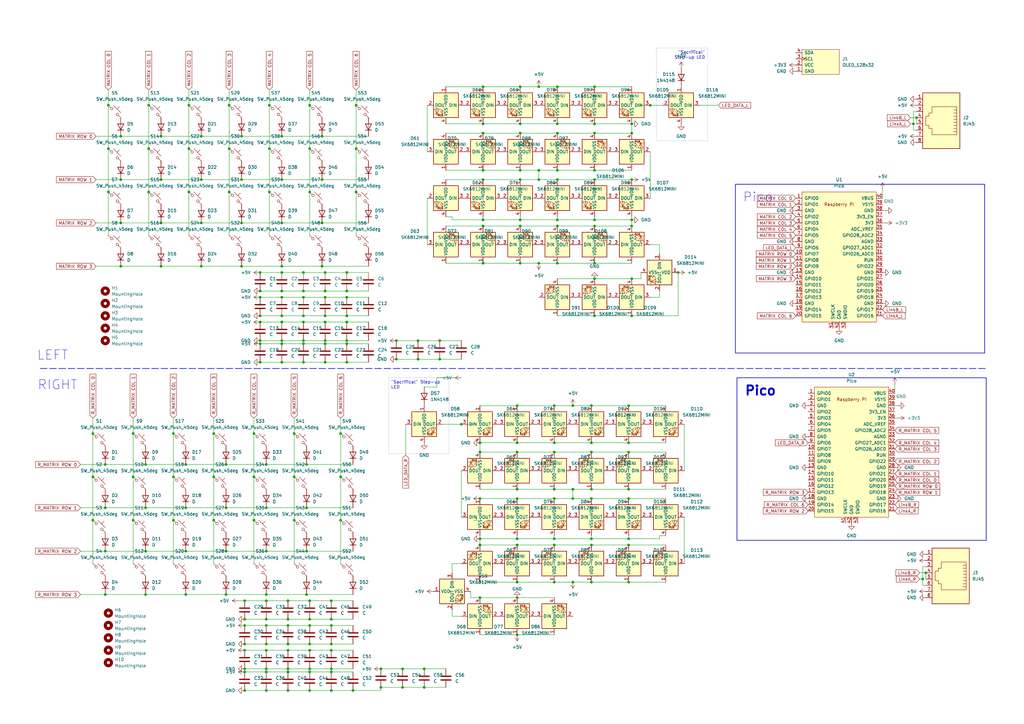
<source format=kicad_sch>
(kicad_sch (version 20231120) (generator "eeschema") (generator_version "8.0")
  (paper "A3")
  (junction (at 257.81 238.76))
  (junction (at 165.1 274.32))
  (junction (at 76.2 190.5))
  (junction (at 374.65 50.8))
  (junction (at 54.61 177.8))
  (junction (at 135.89 256.54))
  (junction (at 106.68 121.92))
  (junction (at 124.46 132.08))
  (junction (at 118.11 283.21))
  (junction (at 100.33 254))
  (junction (at 100.33 246.38))
  (junction (at 124.46 121.92))
  (junction (at 228.6 73.66))
  (junction (at 257.81 220.98))
  (junction (at 118.11 256.54))
  (junction (at 228.6 69.85))
  (junction (at 125.73 190.5))
  (junction (at 100.33 275.59))
  (junction (at 198.12 35.56))
  (junction (at 165.1 281.94))
  (junction (at 99.06 109.22))
  (junction (at 375.92 48.26))
  (junction (at 259.08 92.71))
  (junction (at 259.08 50.8))
  (junction (at 120.65 195.58))
  (junction (at 171.45 139.7))
  (junction (at 243.84 35.56))
  (junction (at 242.57 166.37))
  (junction (at 242.57 204.47))
  (junction (at 266.7 43.18))
  (junction (at 77.47 43.18))
  (junction (at 198.12 107.95))
  (junction (at 259.08 129.54))
  (junction (at 234.95 204.47))
  (junction (at 118.11 266.7))
  (junction (at 198.12 54.61))
  (junction (at 59.69 226.06))
  (junction (at 212.09 204.47))
  (junction (at 100.33 274.32))
  (junction (at 133.35 132.08))
  (junction (at 115.57 55.88))
  (junction (at 120.65 177.8))
  (junction (at 109.22 226.06))
  (junction (at 227.33 166.37))
  (junction (at 92.71 208.28))
  (junction (at 109.22 266.7))
  (junction (at 212.09 185.42))
  (junction (at 142.24 140.97))
  (junction (at 212.09 166.37))
  (junction (at 379.73 234.95))
  (junction (at 132.08 73.66))
  (junction (at 257.81 166.37))
  (junction (at 127 275.59))
  (junction (at 77.47 78.74))
  (junction (at 228.6 92.71))
  (junction (at 59.69 190.5))
  (junction (at 132.08 109.22))
  (junction (at 118.11 246.38))
  (junction (at 82.55 109.22))
  (junction (at 213.36 50.8))
  (junction (at 259.08 73.66))
  (junction (at 93.98 43.18))
  (junction (at 127 60.96))
  (junction (at 115.57 132.08))
  (junction (at 196.85 185.42))
  (junction (at 44.45 78.74))
  (junction (at 66.04 73.66))
  (junction (at 125.73 226.06))
  (junction (at 106.68 119.38))
  (junction (at 109.22 283.21))
  (junction (at 110.49 78.74))
  (junction (at 127 254))
  (junction (at 243.84 54.61))
  (junction (at 257.81 223.52))
  (junction (at 124.46 140.97))
  (junction (at 118.11 254))
  (junction (at 162.56 139.7))
  (junction (at 242.57 223.52))
  (junction (at 144.78 283.21))
  (junction (at 213.36 90.17))
  (junction (at 146.05 60.96))
  (junction (at 127 256.54))
  (junction (at 259.08 114.3))
  (junction (at 115.57 73.66))
  (junction (at 133.35 129.54))
  (junction (at 196.85 220.98))
  (junction (at 87.63 177.8))
  (junction (at 198.12 69.85))
  (junction (at 228.6 35.56))
  (junction (at 99.06 55.88))
  (junction (at 135.89 246.38))
  (junction (at 110.49 43.18))
  (junction (at 109.22 208.28))
  (junction (at 259.08 54.61))
  (junction (at 213.36 107.95))
  (junction (at 220.98 107.95))
  (junction (at 118.11 274.32))
  (junction (at 60.96 60.96))
  (junction (at 242.57 181.61))
  (junction (at 44.45 43.18))
  (junction (at 142.24 129.54))
  (junction (at 234.95 166.37))
  (junction (at 257.81 200.66))
  (junction (at 115.57 91.44))
  (junction (at 60.96 78.74))
  (junction (at 43.18 190.5))
  (junction (at 109.22 254))
  (junction (at 142.24 111.76))
  (junction (at 243.84 129.54))
  (junction (at 115.57 111.76))
  (junction (at 54.61 213.36))
  (junction (at 146.05 43.18))
  (junction (at 227.33 238.76))
  (junction (at 82.55 55.88))
  (junction (at 227.33 204.47))
  (junction (at 104.14 195.58))
  (junction (at 180.34 147.32))
  (junction (at 100.33 266.7))
  (junction (at 259.08 90.17))
  (junction (at 115.57 109.22))
  (junction (at 227.33 185.42))
  (junction (at 198.12 90.17))
  (junction (at 109.22 190.5))
  (junction (at 243.84 90.17))
  (junction (at 49.53 91.44))
  (junction (at 87.63 195.58))
  (junction (at 76.2 208.28))
  (junction (at 87.63 213.36))
  (junction (at 212.09 181.61))
  (junction (at 142.24 139.7))
  (junction (at 135.89 266.7))
  (junction (at 59.69 208.28))
  (junction (at 212.09 223.52))
  (junction (at 115.57 148.59))
  (junction (at 127 283.21))
  (junction (at 243.84 92.71))
  (junction (at 38.1 195.58))
  (junction (at 139.7 195.58))
  (junction (at 43.18 243.84))
  (junction (at 142.24 132.08))
  (junction (at 242.57 238.76))
  (junction (at 135.89 264.16))
  (junction (at 100.33 283.21))
  (junction (at 54.61 195.58))
  (junction (at 49.53 73.66))
  (junction (at 220.98 69.85))
  (junction (at 196.85 223.52))
  (junction (at 133.35 148.59))
  (junction (at 189.23 173.99))
  (junction (at 100.33 264.16))
  (junction (at 71.12 195.58))
  (junction (at 156.21 281.94))
  (junction (at 124.46 148.59))
  (junction (at 242.57 220.98))
  (junction (at 106.68 111.76))
  (junction (at 109.22 274.32))
  (junction (at 76.2 243.84))
  (junction (at 132.08 91.44))
  (junction (at 243.84 69.85))
  (junction (at 243.84 114.3))
  (junction (at 139.7 213.36))
  (junction (at 109.22 275.59))
  (junction (at 49.53 55.88))
  (junction (at 127 78.74))
  (junction (at 243.84 73.66))
  (junction (at 60.96 43.18))
  (junction (at 196.85 181.61))
  (junction (at 118.11 275.59))
  (junction (at 124.46 139.7))
  (junction (at 93.98 78.74))
  (junction (at 92.71 226.06))
  (junction (at 100.33 256.54))
  (junction (at 257.81 185.42))
  (junction (at 109.22 243.84))
  (junction (at 257.81 181.61))
  (junction (at 124.46 129.54))
  (junction (at 66.04 109.22))
  (junction (at 118.11 264.16))
  (junction (at 213.36 92.71))
  (junction (at 77.47 60.96))
  (junction (at 92.71 243.84))
  (junction (at 173.99 281.94))
  (junction (at 142.24 119.38))
  (junction (at 227.33 200.66))
  (junction (at 43.18 208.28))
  (junction (at 213.36 69.85))
  (junction (at 228.6 50.8))
  (junction (at 378.46 237.49))
  (junction (at 124.46 119.38))
  (junction (at 106.68 132.08))
  (junction (at 71.12 213.36))
  (junction (at 212.09 260.35))
  (junction (at 124.46 111.76))
  (junction (at 127 43.18))
  (junction (at 220.98 73.66))
  (junction (at 66.04 55.88))
  (junction (at 228.6 107.95))
  (junction (at 142.24 148.59))
  (junction (at 99.06 73.66))
  (junction (at 49.53 109.22))
  (junction (at 212.09 238.76))
  (junction (at 127 274.32))
  (junction (at 66.04 91.44))
  (junction (at 133.35 119.38))
  (junction (at 104.14 177.8))
  (junction (at 133.35 140.97))
  (junction (at 109.22 264.16))
  (junction (at 228.6 90.17))
  (junction (at 156.21 274.32))
  (junction (at 132.08 55.88))
  (junction (at 139.7 177.8))
  (junction (at 242.57 185.42))
  (junction (at 109.22 256.54))
  (junction (at 76.2 226.06))
  (junction (at 115.57 119.38))
  (junction (at 92.71 190.5))
  (junction (at 110.49 60.96))
  (junction (at 135.89 254))
  (junction (at 212.09 245.11))
  (junction (at 227.33 220.98))
  (junction (at 44.45 60.96))
  (junction (at 213.36 35.56))
  (junction (at 127 266.7))
  (junction (at 125.73 208.28))
  (junction (at 106.68 148.59))
  (junction (at 133.35 139.7))
  (junction (at 196.85 204.47))
  (junction (at 120.65 213.36))
  (junction (at 213.36 73.66))
  (junction (at 162.56 147.32))
  (junction (at 115.57 121.92))
  (junction (at 227.33 223.52))
  (junction (at 127 246.38))
  (junction (at 198.12 73.66))
  (junction (at 227.33 181.61))
  (junction (at 242.57 200.66))
  (junction (at 135.89 275.59))
  (junction (at 228.6 54.61))
  (junction (at 106.68 140.97))
  (junction (at 257.81 204.47))
  (junction (at 278.13 111.76))
  (junction (at 212.09 200.66))
  (junction (at 38.1 177.8))
  (junction (at 212.09 220.98))
  (junction (at 196.85 245.11))
  (junction (at 133.35 111.76))
  (junction (at 146.05 78.74))
  (junction (at 106.68 139.7))
  (junction (at 106.68 129.54))
  (junction (at 115.57 139.7))
  (junction (at 243.84 50.8))
  (junction (at 213.36 54.61))
  (junction (at 115.57 129.54))
  (junction (at 93.98 60.96))
  (junction (at 234.95 200.66))
  (junction (at 38.1 213.36))
  (junction (at 133.35 121.92))
  (junction (at 82.55 73.66))
  (junction (at 127 264.16))
  (junction (at 43.18 226.06))
  (junction (at 234.95 238.76))
  (junction (at 99.06 91.44))
  (junction (at 135.89 274.32))
  (junction (at 243.84 107.95))
  (junction (at 198.12 50.8))
  (junction (at 198.12 92.71))
  (junction (at 109.22 246.38))
  (junction (at 173.99 274.32))
  (junction (at 82.55 91.44))
  (junction (at 171.45 147.32))
  (junction (at 180.34 139.7))
  (junction (at 104.14 213.36))
  (junction (at 142.24 121.92))
  (junction (at 59.69 243.84))
  (junction (at 115.57 140.97))
  (junction (at 125.73 243.84))
  (junction (at 135.89 283.21))
  (junction (at 71.12 177.8))
  (junction (at 220.98 35.56))
  (wire (pts (xy 182.88 54.61) (xy 198.12 54.61)))
  (wire (pts (xy 257.81 204.47) (xy 242.57 204.47)))
  (wire (pts (xy 99.06 73.66) (xy 115.57 73.66)))
  (wire (pts (xy 156.21 281.94) (xy 165.1 281.94)))
  (wire (pts (xy 43.18 243.84) (xy 59.69 243.84)))
  (wire (pts (xy 273.05 181.61) (xy 257.81 181.61)))
  (wire (pts (xy 228.6 54.61) (xy 243.84 54.61)))
  (wire (pts (xy 109.22 246.38) (xy 118.11 246.38)))
  (wire (pts (xy 257.81 220.98) (xy 242.57 220.98)))
  (wire (pts (xy 212.09 200.66) (xy 227.33 200.66)))
  (wire (pts (xy 242.57 223.52) (xy 227.33 223.52)))
  (wire (pts (xy 242.57 219.71) (xy 242.57 220.98)))
  (wire (pts (xy 228.6 90.17) (xy 243.84 90.17)))
  (wire (pts (xy 212.09 260.35) (xy 227.33 260.35)))
  (wire (pts (xy 171.45 139.7) (xy 180.34 139.7)))
  (wire (pts (xy 198.12 88.9) (xy 198.12 90.17)))
  (wire (pts (xy 212.09 166.37) (xy 196.85 166.37)))
  (wire (pts (xy 106.68 148.59) (xy 115.57 148.59)))
  (wire (pts (xy 377.19 237.49) (xy 378.46 237.49)))
  (wire (pts (xy 228.6 50.8) (xy 243.84 50.8)))
  (wire (pts (xy 234.95 200.66) (xy 227.33 200.66)))
  (wire (pts (xy 93.98 36.83) (xy 93.98 43.18)))
  (wire (pts (xy 44.45 36.83) (xy 44.45 43.18)))
  (wire (pts (xy 162.56 139.7) (xy 171.45 139.7)))
  (wire (pts (xy 124.46 129.54) (xy 133.35 129.54)))
  (wire (pts (xy 60.96 78.74) (xy 60.96 96.52)))
  (wire (pts (xy 44.45 43.18) (xy 44.45 60.96)))
  (wire (pts (xy 115.57 129.54) (xy 124.46 129.54)))
  (wire (pts (xy 59.69 243.84) (xy 76.2 243.84)))
  (wire (pts (xy 106.68 111.76) (xy 115.57 111.76)))
  (wire (pts (xy 133.35 132.08) (xy 142.24 132.08)))
  (wire (pts (xy 234.95 166.37) (xy 227.33 166.37)))
  (wire (pts (xy 198.12 73.66) (xy 213.36 73.66)))
  (wire (pts (xy 66.04 73.66) (xy 82.55 73.66)))
  (wire (pts (xy 118.11 266.7) (xy 127 266.7)))
  (wire (pts (xy 361.95 86.36) (xy 363.22 86.36)))
  (wire (pts (xy 273.05 223.52) (xy 257.81 223.52)))
  (wire (pts (xy 227.33 238.76) (xy 212.09 238.76)))
  (wire (pts (xy 243.84 114.3) (xy 259.08 114.3)))
  (wire (pts (xy 242.57 166.37) (xy 234.95 166.37)))
  (wire (pts (xy 82.55 91.44) (xy 99.06 91.44)))
  (wire (pts (xy 124.46 148.59) (xy 133.35 148.59)))
  (wire (pts (xy 189.23 173.99) (xy 194.31 173.99)))
  (wire (pts (xy 77.47 43.18) (xy 77.47 60.96)))
  (wire (pts (xy 165.1 281.94) (xy 173.99 281.94)))
  (wire (pts (xy 109.22 190.5) (xy 125.73 190.5)))
  (wire (pts (xy 82.55 55.88) (xy 99.06 55.88)))
  (wire (pts (xy 227.33 223.52) (xy 227.33 224.79)))
  (wire (pts (xy 127 275.59) (xy 135.89 275.59)))
  (wire (pts (xy 196.85 260.35) (xy 212.09 260.35)))
  (wire (pts (xy 43.18 208.28) (xy 59.69 208.28)))
  (wire (pts (xy 375.92 45.72) (xy 374.65 45.72)))
  (wire (pts (xy 228.6 129.54) (xy 243.84 129.54)))
  (wire (pts (xy 185.42 88.9) (xy 185.42 90.17)))
  (wire (pts (xy 87.63 195.58) (xy 87.63 213.36)))
  (wire (pts (xy 71.12 213.36) (xy 71.12 231.14)))
  (wire (pts (xy 82.55 73.66) (xy 99.06 73.66)))
  (wire (pts (xy 109.22 226.06) (xy 125.73 226.06)))
  (wire (pts (xy 266.7 43.18) (xy 261.62 43.18)))
  (wire (pts (xy 125.73 243.84) (xy 144.78 243.84)))
  (wire (pts (xy 227.33 185.42) (xy 242.57 185.42)))
  (wire (pts (xy 77.47 78.74) (xy 77.47 96.52)))
  (wire (pts (xy 125.73 208.28) (xy 144.78 208.28)))
  (wire (pts (xy 195.58 212.09) (xy 195.58 213.36)))
  (wire (pts (xy 196.85 245.11) (xy 193.04 245.11)))
  (wire (pts (xy 43.18 226.06) (xy 59.69 226.06)))
  (wire (pts (xy 257.81 166.37) (xy 242.57 166.37)))
  (wire (pts (xy 109.22 275.59) (xy 118.11 275.59)))
  (wire (pts (xy 127 36.83) (xy 127 43.18)))
  (wire (pts (xy 139.7 171.45) (xy 139.7 177.8)))
  (wire (pts (xy 213.36 50.8) (xy 228.6 50.8)))
  (wire (pts (xy 127 256.54) (xy 135.89 256.54)))
  (wire (pts (xy 100.33 246.38) (xy 109.22 246.38)))
  (wire (pts (xy 374.65 53.34) (xy 375.92 53.34)))
  (wire (pts (xy 44.45 60.96) (xy 44.45 78.74)))
  (wire (pts (xy 173.99 281.94) (xy 182.88 281.94)))
  (wire (pts (xy 213.36 90.17) (xy 228.6 90.17)))
  (wire (pts (xy 212.09 238.76) (xy 196.85 238.76)))
  (wire (pts (xy 133.35 139.7) (xy 142.24 139.7)))
  (wire (pts (xy 243.84 35.56) (xy 259.08 35.56)))
  (wire (pts (xy 273.05 200.66) (xy 257.81 200.66)))
  (wire (pts (xy 259.08 129.54) (xy 278.13 129.54)))
  (wire (pts (xy 185.42 252.73) (xy 189.23 252.73)))
  (wire (pts (xy 220.98 73.66) (xy 228.6 73.66)))
  (wire (pts (xy 104.14 171.45) (xy 104.14 177.8)))
  (wire (pts (xy 213.36 73.66) (xy 220.98 73.66)))
  (wire (pts (xy 257.81 223.52) (xy 257.81 224.79)))
  (wire (pts (xy 196.85 181.61) (xy 196.85 185.42)))
  (wire (pts (xy 182.88 73.66) (xy 198.12 73.66)))
  (wire (pts (xy 66.04 55.88) (xy 82.55 55.88)))
  (wire (pts (xy 87.63 213.36) (xy 87.63 231.14)))
  (wire (pts (xy 93.98 43.18) (xy 93.98 60.96)))
  (wire (pts (xy 33.02 208.28) (xy 43.18 208.28)))
  (wire (pts (xy 198.12 107.95) (xy 213.36 107.95)))
  (wire (pts (xy 109.22 256.54) (xy 118.11 256.54)))
  (wire (pts (xy 243.84 90.17) (xy 259.08 90.17)))
  (wire (pts (xy 270.51 100.33) (xy 270.51 104.14)))
  (wire (pts (xy 212.09 220.98) (xy 196.85 220.98)))
  (wire (pts (xy 220.98 35.56) (xy 228.6 35.56)))
  (wire (pts (xy 273.05 238.76) (xy 257.81 238.76)))
  (wire (pts (xy 368.3 166.37) (xy 367.03 166.37)))
  (wire (pts (xy 280.67 212.09) (xy 280.67 231.14)))
  (wire (pts (xy 49.53 91.44) (xy 66.04 91.44)))
  (wire (pts (xy 99.06 55.88) (xy 115.57 55.88)))
  (wire (pts (xy 243.84 92.71) (xy 243.84 93.98)))
  (wire (pts (xy 220.98 69.85) (xy 220.98 73.66)))
  (wire (pts (xy 125.73 190.5) (xy 144.78 190.5)))
  (wire (pts (xy 115.57 111.76) (xy 124.46 111.76)))
  (wire (pts (xy 39.37 55.88) (xy 49.53 55.88)))
  (wire (pts (xy 212.09 245.11) (xy 196.85 245.11)))
  (polyline (pts (xy 16.51 151.13) (xy 404.495 151.13)) (stroke (width 0.254) (type dash)))
  (wire (pts (xy 133.35 148.59) (xy 142.24 148.59)))
  (wire (pts (xy 142.24 121.92) (xy 151.13 121.92)))
  (wire (pts (xy 142.24 139.7) (xy 151.13 139.7)))
  (wire (pts (xy 82.55 109.22) (xy 99.06 109.22)))
  (wire (pts (xy 100.33 274.32) (xy 109.22 274.32)))
  (wire (pts (xy 243.84 54.61) (xy 259.08 54.61)))
  (wire (pts (xy 146.05 43.18) (xy 146.05 60.96)))
  (wire (pts (xy 118.11 256.54) (xy 127 256.54)))
  (wire (pts (xy 142.24 129.54) (xy 151.13 129.54)))
  (wire (pts (xy 213.36 92.71) (xy 228.6 92.71)))
  (wire (pts (xy 144.78 283.21) (xy 156.21 283.21)))
  (wire (pts (xy 120.65 171.45) (xy 120.65 177.8)))
  (wire (pts (xy 270.51 119.38) (xy 270.51 121.92)))
  (wire (pts (xy 228.6 35.56) (xy 243.84 35.56)))
  (wire (pts (xy 139.7 177.8) (xy 139.7 195.58)))
  (wire (pts (xy 124.46 111.76) (xy 133.35 111.76)))
  (wire (pts (xy 60.96 43.18) (xy 60.96 60.96)))
  (wire (pts (xy 71.12 177.8) (xy 71.12 195.58)))
  (wire (pts (xy 198.12 54.61) (xy 213.36 54.61)))
  (wire (pts (xy 100.33 256.54) (xy 109.22 256.54)))
  (wire (pts (xy 227.33 220.98) (xy 212.09 220.98)))
  (wire (pts (xy 33.02 226.06) (xy 43.18 226.06)))
  (wire (pts (xy 146.05 36.83) (xy 146.05 43.18)))
  (wire (pts (xy 100.33 264.16) (xy 109.22 264.16)))
  (wire (pts (xy 115.57 139.7) (xy 124.46 139.7)))
  (wire (pts (xy 257.81 219.71) (xy 257.81 220.98)))
  (wire (pts (xy 118.11 264.16) (xy 127 264.16)))
  (wire (pts (xy 100.33 266.7) (xy 109.22 266.7)))
  (wire (pts (xy 196.85 220.98) (xy 196.85 223.52)))
  (wire (pts (xy 139.7 195.58) (xy 139.7 213.36)))
  (wire (pts (xy 257.81 185.42) (xy 273.05 185.42)))
  (wire (pts (xy 259.08 88.9) (xy 259.08 90.17)))
  (wire (pts (xy 120.65 213.36) (xy 120.65 231.14)))
  (wire (pts (xy 135.89 283.21) (xy 144.78 283.21)))
  (wire (pts (xy 109.22 243.84) (xy 125.73 243.84)))
  (wire (pts (xy 198.12 69.85) (xy 213.36 69.85)))
  (wire (pts (xy 180.34 139.7) (xy 189.23 139.7)))
  (wire (pts (xy 228.6 88.9) (xy 228.6 90.17)))
  (wire (pts (xy 227.33 166.37) (xy 212.09 166.37)))
  (wire (pts (xy 228.6 107.95) (xy 243.84 107.95)))
  (wire (pts (xy 156.21 274.32) (xy 165.1 274.32)))
  (wire (pts (xy 118.11 246.38) (xy 127 246.38)))
  (wire (pts (xy 115.57 140.97) (xy 124.46 140.97)))
  (wire (pts (xy 142.24 140.97) (xy 151.13 140.97)))
  (wire (pts (xy 59.69 226.06) (xy 76.2 226.06)))
  (wire (pts (xy 270.51 219.71) (xy 270.51 220.98)))
  (wire (pts (xy 124.46 121.92) (xy 133.35 121.92)))
  (wire (pts (xy 212.09 219.71) (xy 212.09 220.98)))
  (wire (pts (xy 185.42 250.19) (xy 185.42 252.73)))
  (wire (pts (xy 118.11 254) (xy 127 254)))
  (wire (pts (xy 54.61 213.36) (xy 54.61 231.14)))
  (wire (pts (xy 115.57 132.08) (xy 124.46 132.08)))
  (wire (pts (xy 59.69 208.28) (xy 76.2 208.28)))
  (wire (pts (xy 133.35 121.92) (xy 142.24 121.92)))
  (wire (pts (xy 198.12 35.56) (xy 213.36 35.56)))
  (wire (pts (xy 228.6 114.3) (xy 243.84 114.3)))
  (wire (pts (xy 115.57 91.44) (xy 132.08 91.44)))
  (wire (pts (xy 60.96 36.83) (xy 60.96 43.18)))
  (wire (pts (xy 87.63 171.45) (xy 87.63 177.8)))
  (wire (pts (xy 87.63 177.8) (xy 87.63 195.58)))
  (wire (pts (xy 195.58 213.36) (xy 194.31 213.36)))
  (wire (pts (xy 54.61 177.8) (xy 54.61 195.58)))
  (wire (pts (xy 266.7 62.23) (xy 266.7 81.28)))
  (wire (pts (xy 93.98 78.74) (xy 93.98 96.52)))
  (wire (pts (xy 133.35 119.38) (xy 142.24 119.38)))
  (wire (pts (xy 175.26 81.28) (xy 175.26 100.33)))
  (wire (pts (xy 146.05 60.96) (xy 146.05 78.74)))
  (wire (pts (xy 212.09 204.47) (xy 196.85 204.47)))
  (wire (pts (xy 106.68 119.38) (xy 115.57 119.38)))
  (wire (pts (xy 135.89 246.38) (xy 144.78 246.38)))
  (wire (pts (xy 127 266.7) (xy 135.89 266.7)))
  (wire (pts (xy 49.53 109.22) (xy 66.04 109.22)))
  (wire (pts (xy 259.08 50.8) (xy 259.08 54.61)))
  (wire (pts (xy 106.68 140.97) (xy 115.57 140.97)))
  (wire (pts (xy 99.06 109.22) (xy 115.57 109.22)))
  (wire (pts (xy 213.36 107.95) (xy 220.98 107.95)))
  (wire (pts (xy 374.65 50.8) (xy 374.65 53.34)))
  (wire (pts (xy 373.38 50.8) (xy 374.65 50.8)))
  (wire (pts (xy 220.98 107.95) (xy 228.6 107.95)))
  (wire (pts (xy 198.12 50.8) (xy 213.36 50.8)))
  (wire (pts (xy 118.11 283.21) (xy 127 283.21)))
  (wire (pts (xy 180.34 147.32) (xy 189.23 147.32)))
  (wire (pts (xy 379.73 234.95) (xy 379.73 237.49)))
  (wire (pts (xy 280.67 173.99) (xy 280.67 193.04)))
  (wire (pts (xy 243.84 129.54) (xy 259.08 129.54)))
  (wire (pts (xy 212.09 181.61) (xy 196.85 181.61)))
  (wire (pts (xy 243.84 50.8) (xy 259.08 50.8)))
  (wire (pts (xy 228.6 92.71) (xy 228.6 93.98)))
  (wire (pts (xy 228.6 73.66) (xy 243.84 73.66)))
  (wire (pts (xy 54.61 195.58) (xy 54.61 213.36)))
  (wire (pts (xy 278.13 129.54) (xy 278.13 111.76)))
  (wire (pts (xy 182.88 92.71) (xy 198.12 92.71)))
  (wire (pts (xy 132.08 109.22) (xy 151.13 109.22)))
  (wire (pts (xy 109.22 208.28) (xy 125.73 208.28)))
  (wire (pts (xy 142.24 111.76) (xy 151.13 111.76)))
  (wire (pts (xy 227.33 219.71) (xy 227.33 220.98)))
  (wire (pts (xy 115.57 109.22) (xy 132.08 109.22)))
  (wire (pts (xy 109.22 264.16) (xy 118.11 264.16)))
  (wire (pts (xy 77.47 36.83) (xy 77.47 43.18)))
  (wire (pts (xy 156.21 283.21) (xy 156.21 281.94)))
  (wire (pts (xy 106.68 132.08) (xy 115.57 132.08)))
  (wire (pts (xy 132.08 55.88) (xy 151.13 55.88)))
  (wire (pts (xy 228.6 92.71) (xy 243.84 92.71)))
  (wire (pts (xy 162.56 147.32) (xy 171.45 147.32)))
  (wire (pts (xy 115.57 55.88) (xy 132.08 55.88)))
  (wire (pts (xy 367.03 157.48) (xy 367.03 161.29)))
  (wire (pts (xy 110.49 36.83) (xy 110.49 43.18)))
  (wire (pts (xy 212.09 185.42) (xy 227.33 185.42)))
  (wire (pts (xy 92.71 243.84) (xy 109.22 243.84)))
  (wire (pts (xy 135.89 275.59) (xy 144.78 275.59)))
  (wire (pts (xy 212.09 223.52) (xy 212.09 224.79)))
  (wire (pts (xy 227.33 223.52) (xy 212.09 223.52)))
  (wire (pts (xy 182.88 35.56) (xy 198.12 35.56)))
  (wire (pts (xy 127 254) (xy 135.89 254)))
  (wire (pts (xy 243.84 92.71) (xy 259.08 92.71)))
  (wire (pts (xy 109.22 274.32) (xy 118.11 274.32)))
  (wire (pts (xy 106.68 139.7) (xy 115.57 139.7)))
  (wire (pts (xy 182.88 50.8) (xy 198.12 50.8)))
  (wire (pts (xy 120.65 195.58) (xy 120.65 213.36)))
  (wire (pts (xy 220.98 69.85) (xy 228.6 69.85)))
  (wire (pts (xy 378.46 240.03) (xy 379.73 240.03)))
  (wire (pts (xy 135.89 254) (xy 144.78 254)))
  (wire (pts (xy 271.78 43.18) (xy 266.7 43.18)))
  (wire (pts (xy 273.05 204.47) (xy 257.81 204.47)))
  (wire (pts (xy 92.71 190.5) (xy 109.22 190.5)))
  (wire (pts (xy 181.61 173.99) (xy 189.23 173.99)))
  (wire (pts (xy 33.02 190.5) (xy 43.18 190.5)))
  (wire (pts (xy 198.12 92.71) (xy 198.12 93.98)))
  (wire (pts (xy 378.46 237.49) (xy 378.46 240.03)))
  (wire (pts (xy 132.08 73.66) (xy 151.13 73.66)))
  (wire (pts (xy 104.14 195.58) (xy 104.14 213.36)))
  (wire (pts (xy 379.73 232.41) (xy 378.46 232.41)))
  (wire (pts (xy 124.46 132.08) (xy 133.35 132.08)))
  (wire (pts (xy 266.7 100.33) (xy 270.51 100.33)))
  (wire (pts (xy 124.46 119.38) (xy 133.35 119.38)))
  (wire (pts (xy 243.84 88.9) (xy 243.84 90.17)))
  (wire (pts (xy 377.19 234.95) (xy 379.73 234.95)))
  (wire (pts (xy 361.95 77.47) (xy 361.95 81.28)))
  (wire (pts (xy 227.33 245.11) (xy 212.09 245.11)))
  (wire (pts (xy 242.57 185.42) (xy 257.81 185.42)))
  (wire (pts (xy 125.73 226.06) (xy 144.78 226.06)))
  (wire (pts (xy 127 60.96) (xy 127 78.74)))
  (wire (pts (xy 242.57 223.52) (xy 242.57 224.79)))
  (wire (pts (xy 185.42 231.14) (xy 189.23 231.14)))
  (wire (pts (xy 127 246.38) (xy 135.89 246.38)))
  (wire (pts (xy 234.95 200.66) (xy 234.95 204.47)))
  (wire (pts (xy 66.04 109.22) (xy 82.55 109.22)))
  (wire (pts (xy 213.36 35.56) (xy 220.98 35.56)))
  (wire (pts (xy 109.22 254) (xy 118.11 254)))
  (wire (pts (xy 71.12 195.58) (xy 71.12 213.36)))
  (wire (pts (xy 189.23 193.04) (xy 189.23 212.09)))
  (wire (pts (xy 374.65 45.72) (xy 374.65 50.8)))
  (wire (pts (xy 110.49 78.74) (xy 110.49 96.52)))
  (wire (pts (xy 242.57 204.47) (xy 234.95 204.47)))
  (wire (pts (xy 127 283.21) (xy 135.89 283.21)))
  (wire (pts (xy 106.68 121.92) (xy 115.57 121.92)))
  (wire (pts (xy 182.88 88.9) (xy 185.42 88.9)))
  (wire (pts (xy 185.42 234.95) (xy 185.42 231.14)))
  (wire (pts (xy 44.45 78.74) (xy 44.45 96.52)))
  (wire (pts (xy 182.88 107.95) (xy 198.12 107.95)))
  (wire (pts (xy 135.89 256.54) (xy 144.78 256.54)))
  (wire (pts (xy 33.02 243.84) (xy 43.18 243.84)))
  (wire (pts (xy 133.35 129.54) (xy 142.24 129.54)))
  (wire (pts (xy 243.84 73.66) (xy 259.08 73.66)))
  (wire (pts (xy 77.47 60.96) (xy 77.47 78.74)))
  (wire (pts (xy 99.06 91.44) (xy 115.57 91.44)))
  (wire (pts (xy 196.85 219.71) (xy 196.85 220.98)))
  (wire (pts (xy 213.36 92.71) (xy 213.36 93.98)))
  (wire (pts (xy 257.81 238.76) (xy 242.57 238.76)))
  (wire (pts (xy 213.36 88.9) (xy 213.36 90.17)))
  (wire (pts (xy 294.64 43.18) (xy 287.02 43.18)))
  (wire (pts (xy 127 43.18) (xy 127 60.96)))
  (wire (pts (xy 66.04 91.44) (xy 82.55 91.44)))
  (wire (pts (xy 193.04 245.11) (xy 193.04 242.57)))
  (wire (pts (xy 242.57 200.66) (xy 257.81 200.66)))
  (wire (pts (xy 100.33 275.59) (xy 109.22 275.59)))
  (wire (pts (xy 76.2 190.5) (xy 92.71 190.5)))
  (wire (pts (xy 262.89 114.3) (xy 262.89 111.76)))
  (wire (pts (xy 182.88 69.85) (xy 198.12 69.85)))
  (wire (pts (xy 367.03 171.45) (xy 368.3 171.45)))
  (wire (pts (xy 242.57 238.76) (xy 234.95 238.76)))
  (wire (pts (xy 100.33 254) (xy 109.22 254)))
  (wire (pts (xy 142.24 148.59) (xy 151.13 148.59)))
  (wire (pts (xy 132.08 91.44) (xy 151.13 91.44)))
  (wire (pts (xy 259.08 90.17) (xy 259.08 92.71)))
  (wire (pts (xy 273.05 219.71) (xy 270.51 219.71)))
  (wire (pts (xy 257.81 223.52) (xy 242.57 223.52)))
  (wire (pts (xy 196.85 185.42) (xy 212.09 185.42)))
  (wire (pts (xy 118.11 274.32) (xy 127 274.32)))
  (wire (pts (xy 259.08 114.3) (xy 262.89 114.3)))
  (wire (pts (xy 76.2 226.06) (xy 92.71 226.06)))
  (wire (pts (xy 100.33 283.21) (xy 109.22 283.21)))
  (wire (pts (xy 92.71 226.06) (xy 109.22 226.06)))
  (wire (pts (xy 43.18 190.5) (xy 59.69 190.5)))
  (wire (pts (xy 179.07 158.75) (xy 179.07 154.94)))
  (wire (pts (xy 38.1 195.58) (xy 38.1 213.36)))
  (wire (pts (xy 133.35 111.76) (xy 142.24 111.76)))
  (wire (pts (xy 104.14 213.36) (xy 104.14 231.14)))
  (wire (pts (xy 185.42 90.17) (xy 198.12 90.17)))
  (wire (pts (xy 127 264.16) (xy 135.89 264.16)))
  (wire (pts (xy 59.69 190.5) (xy 76.2 190.5)))
  (wire (pts (xy 142.24 132.08) (xy 151.13 132.08)))
  (wire (pts (xy 373.38 48.26) (xy 375.92 48.26)))
  (wire (pts (xy 38.1 213.36) (xy 38.1 231.14)))
  (wire (pts (xy 198.12 90.17) (xy 213.36 90.17)))
  (wire (pts (xy 38.1 177.8) (xy 38.1 195.58)))
  (wire (pts (xy 76.2 243.84) (xy 92.71 243.84)))
  (wire (pts (xy 49.53 73.66) (xy 66.04 73.66)))
  (wire (pts (xy 273.05 166.37) (xy 257.81 166.37)))
  (wire (pts (xy 135.89 264.16) (xy 144.78 264.16)))
  (wire (pts (xy 179.07 154.94) (xy 189.23 154.94)))
  (wire (pts (xy 49.53 55.88) (xy 66.04 55.88)))
  (wire (pts (xy 115.57 119.38) (xy 124.46 119.38)))
  (wire (pts (xy 109.22 266.7) (xy 118.11 266.7)))
  (wire (pts (xy 127 78.74) (xy 127 96.52)))
  (wire (pts (xy 71.12 171.45) (xy 71.12 177.8)))
  (wire (pts (xy 361.95 91.44) (xy 363.22 91.44)))
  (wire (pts (xy 242.57 181.61) (xy 227.33 181.61)))
  (wire (pts (xy 270.51 121.92) (xy 266.7 121.92)))
  (wire (pts (xy 139.7 213.36) (xy 139.7 231.14)))
  (wire (pts (xy 234.95 204.47) (xy 227.33 204.47)))
  (wire (pts (xy 213.36 69.85) (xy 220.98 69.85)))
  (wire (pts (xy 39.37 91.44) (xy 49.53 91.44)))
  (wire (pts (xy 242.57 220.98) (xy 227.33 220.98)))
  (wire (pts (xy 110.49 60.96) (xy 110.49 78.74)))
  (wire (pts (xy 39.37 109.22) (xy 49.53 109.22)))
  (wire (pts (xy 171.45 147.32) (xy 180.34 147.32)))
  (wire (pts (xy 115.57 73.66) (xy 132.08 73.66)))
  (wire (pts (xy 76.2 208.28) (xy 92.71 208.28)))
  (wire (pts (xy 93.98 60.96) (xy 93.98 78.74)))
  (wire (pts (xy 92.71 208.28) (xy 109.22 208.28)))
  (wire (pts (xy 166.37 186.69) (xy 166.37 173.99)))
  (wire (pts (xy 135.89 274.32) (xy 144.78 274.32)))
  (wire (pts (xy 165.1 274.32) (xy 173.99 274.32)))
  (wire (pts (xy 228.6 69.85) (xy 243.84 69.85)))
  (wire (pts (xy 234.95 238.76) (xy 227.33 238.76)))
  (wire (pts (xy 213.36 54.61) (xy 228.6 54.61)))
  (wire (pts (xy 115.57 148.59) (xy 124.46 148.59)))
  (wire (pts (xy 212.09 223.52) (xy 196.85 223.52)))
  (wire (pts (xy 378.46 232.41) (xy 378.46 237.49)))
  (wire (pts (xy 60.96 60.96) (xy 60.96 78.74)))
  (wire (pts (xy 196.85 200.66) (xy 212.09 200.66)))
  (wire (pts (xy 142.24 119.38) (xy 151.13 119.38)))
  (wire (pts (xy 109.22 283.21) (xy 118.11 283.21)))
  (wire (pts (xy 227.33 204.47) (xy 212.09 204.47)))
  (wire (pts (xy 257.81 181.61) (xy 242.57 181.61)))
  (wire (pts (xy 227.33 181.61) (xy 212.09 181.61)))
  (wire (pts (xy 175.26 43.18) (xy 175.26 62.23)))
  (wire (pts (xy 173.99 158.75) (xy 179.07 158.75)))
  (wire (pts (xy 124.46 139.7) (xy 133.35 139.7)))
  (wire (pts (xy 198.12 92.71) (xy 213.36 92.71)))
  (wire (pts (xy 120.65 177.8) (xy 120.65 195.58)))
  (wire (pts (xy 135.89 266.7) (xy 144.78 266.7)))
  (wire (pts (xy 146.05 78.74) (xy 146.05 96.52)))
  (wire (pts (xy 375.92 48.26) (xy 375.92 50.8)))
  (wire (pts (xy 124.46 140.97) (xy 133.35 140.97)))
  (wire (pts (xy 100.33 246.38) (xy 97.79 246.38)))
  (wire (pts (xy 118.11 275.59) (xy 127 275.59)))
  (wire (pts (xy 270.51 220.98) (xy 257.81 220.98)))
  (wire (pts (xy 106.68 129.54) (xy 115.57 129.54)))
  (wire (pts (xy 115.57 121.92) (xy 124.46 121.92)))
  (wire (pts (xy 133.35 140.97) (xy 142.24 140.97)))
  (wire (pts (xy 127 274.32) (xy 135.89 274.32)))
  (wire (pts (xy 39.37 73.66) (xy 49.53 73.66)))
  (wire (pts (xy 234.95 200.66) (xy 242.57 200.66)))
  (wire (pts (xy 54.61 171.45) (xy 54.61 177.8)))
  (wire (pts (xy 110.49 43.18) (xy 110.49 60.96)))
  (wire (pts (xy 243.84 69.85) (xy 259.08 69.85)))
  (wire (pts (xy 104.14 177.8) (xy 104.14 195.58)))
  (wire (pts (xy 243.84 107.95) (xy 259.08 107.95)))
  (wire (pts (xy 173.99 274.32) (xy 182.88 274.32)))
  (wire (pts (xy 38.1 171.45) (xy 38.1 177.8)))
  (text_box "\"Sacrifical\" Step-up LED" (at 269.24 19.685 0) (size 20.955 38.1) (stroke (width 0) (type dot)) (effects (font (size 1.27 1.27)) (justify right top)))
  (text_box "Pico\n" (at 302.26 154.94 0) (size 102.235 66.675) (stroke (width 0.254)) (effects (font (size 3.81 3.81) (thickness 0.762) (bold yes)) (justify left top)))
  (text_box "\"Sacrifical\" Step-up LED" (at 159.385 154.94 0) (size 24.765 31.115) (stroke (width 0) (type dot)) (effects (font (size 1.27 1.27)) (justify left top)))
  (text_box "Pico\n" (at 301.625 75.565 0) (size 102.235 69.215) (stroke (width 0.254)) (effects (font (size 3.81 3.81)) (justify left top)))
  (text "RIGHT" (at 23.622 157.988 0) (effects (font (size 3.81 3.81))))
  (text "LEFT" (at 21.59 145.796 0) (effects (font (size 3.81 3.81))))
  (global_label "MATRIX COL 6" (shape input) (at 146.05 36.83 90) (property "Intersheetrefs" "${INTERSHEET_REFS}" (effects (hide yes))))
  (global_label "LED_DATA_R" (shape input) (at 166.37 186.69 270) (property "Intersheetrefs" "${INTERSHEET_REFS}" (effects (hide yes))))
  (global_label "MATRIX ROW 1" (shape input) (at 326.39 106.68 180) (property "Intersheetrefs" "${INTERSHEET_REFS}" (effects (hide yes))))
  (global_label "MATRIX COL 2" (shape input) (at 77.47 36.83 90) (property "Intersheetrefs" "${INTERSHEET_REFS}" (effects (hide yes))))
  (global_label "MATRIX COL 3" (shape input) (at 326.39 91.44 180) (property "Intersheetrefs" "${INTERSHEET_REFS}" (effects (hide yes))))
  (global_label "R_MATRIX COL 6" (shape input) (at 139.7 171.45 90) (property "Intersheetrefs" "${INTERSHEET_REFS}" (effects (hide yes))))
  (global_label "LinkA_R" (shape input) (at 367.03 209.55 0) (property "Intersheetrefs" "${INTERSHEET_REFS}" (effects (hide yes))))
  (global_label "MATRIX COL 1" (shape input) (at 326.39 83.82 180) (property "Intersheetrefs" "${INTERSHEET_REFS}" (effects (hide yes))))
  (global_label "MATRIX ROW 1" (shape input) (at 39.37 73.66 180) (property "Intersheetrefs" "${INTERSHEET_REFS}" (effects (hide yes))))
  (global_label "MATRIX COL 3" (shape input) (at 93.98 36.83 90) (property "Intersheetrefs" "${INTERSHEET_REFS}" (effects (hide yes))))
  (global_label "LinkA_L" (shape input) (at 361.95 129.54 0) (property "Intersheetrefs" "${INTERSHEET_REFS}" (effects (hide yes))))
  (global_label "R_MATRIX ROW 3" (shape input) (at 331.47 201.93 180) (property "Intersheetrefs" "${INTERSHEET_REFS}" (effects (hide yes))))
  (global_label "MATRIX COL 0" (shape input) (at 326.39 81.28 180) (property "Intersheetrefs" "${INTERSHEET_REFS}" (effects (hide yes))))
  (global_label "MATRIX ROW 3" (shape input) (at 326.39 114.3 180) (property "Intersheetrefs" "${INTERSHEET_REFS}" (effects (hide yes))))
  (global_label "R_MATRIX ROW 0" (shape input) (at 367.03 199.39 0) (property "Intersheetrefs" "${INTERSHEET_REFS}" (effects (hide yes))))
  (global_label "LinkB_L" (shape input) (at 361.95 127 0) (property "Intersheetrefs" "${INTERSHEET_REFS}" (effects (hide yes))))
  (global_label "R_MATRIX ROW 1" (shape input) (at 367.03 201.93 0) (property "Intersheetrefs" "${INTERSHEET_REFS}" (effects (hide yes))))
  (global_label "LinkA_R" (shape input) (at 377.19 237.49 180) (property "Intersheetrefs" "${INTERSHEET_REFS}" (effects (hide yes))))
  (global_label "R_MATRIX COL 4" (shape input) (at 104.14 171.45 90) (property "Intersheetrefs" "${INTERSHEET_REFS}" (effects (hide yes))))
  (global_label "R_MATRIX COL 1" (shape input) (at 367.03 194.31 0) (property "Intersheetrefs" "${INTERSHEET_REFS}" (effects (hide yes))))
  (global_label "MATRIX COL 5" (shape input) (at 127 36.83 90) (property "Intersheetrefs" "${INTERSHEET_REFS}" (effects (hide yes))))
  (global_label "R_MATRIX COL 1" (shape input) (at 54.61 171.45 90) (property "Intersheetrefs" "${INTERSHEET_REFS}" (effects (hide yes))))
  (global_label "R_MATRIX ROW 0" (shape input) (at 33.02 190.5 180) (property "Intersheetrefs" "${INTERSHEET_REFS}" (effects (hide yes))))
  (global_label "R_MATRIX COL 0" (shape input) (at 367.03 196.85 0) (property "Intersheetrefs" "${INTERSHEET_REFS}" (effects (hide yes))))
  (global_label "R_MATRIX COL 5" (shape input) (at 367.03 176.53 0) (property "Intersheetrefs" "${INTERSHEET_REFS}" (effects (hide yes))))
  (global_label "R_MATRIX ROW 3" (shape input) (at 33.02 243.84 180) (property "Intersheetrefs" "${INTERSHEET_REFS}" (effects (hide yes))))
  (global_label "MATRIX COL 1" (shape input) (at 60.96 36.83 90) (property "Intersheetrefs" "${INTERSHEET_REFS}" (effects (hide yes))))
  (global_label "LED_DATA_R" (shape input) (at 331.47 181.61 180) (property "Intersheetrefs" "${INTERSHEET_REFS}" (effects (hide yes))))
  (global_label "R_MATRIX COL 5" (shape input) (at 120.65 171.45 90) (property "Intersheetrefs" "${INTERSHEET_REFS}" (effects (hide yes))))
  (global_label "MATRIX ROW 0" (shape input) (at 326.39 104.14 180) (property "Intersheetrefs" "${INTERSHEET_REFS}" (effects (hide yes))))
  (global_label "LED_DATA_L" (shape input) (at 294.64 43.18 0) (property "Intersheetrefs" "${INTERSHEET_REFS}" (effects (hide yes))))
  (global_label "R_MATRIX COL 3" (shape input) (at 367.03 184.15 0) (property "Intersheetrefs" "${INTERSHEET_REFS}" (effects (hide yes))))
  (global_label "MATRIX COL 2" (shape input) (at 326.39 88.9 180) (property "Intersheetrefs" "${INTERSHEET_REFS}" (effects (hide yes))))
  (global_label "R_MATRIX COL 0" (shape input) (at 38.1 171.45 90) (property "Intersheetrefs" "${INTERSHEET_REFS}" (effects (hide yes))))
  (global_label "MATRIX COL 4" (shape input) (at 110.49 36.83 90) (property "Intersheetrefs" "${INTERSHEET_REFS}" (effects (hide yes))))
  (global_label "LinkB_R" (shape input) (at 367.03 207.01 0) (property "Intersheetrefs" "${INTERSHEET_REFS}" (effects (hide yes))))
  (global_label "R_MATRIX ROW 2" (shape input) (at 331.47 209.55 180) (property "Intersheetrefs" "${INTERSHEET_REFS}" (effects (hide yes))))
  (global_label "R_MATRIX COL 3" (shape input) (at 87.63 171.45 90) (property "Intersheetrefs" "${INTERSHEET_REFS}" (effects (hide yes))))
  (global_label "MATRIX ROW 0" (shape input) (at 39.37 55.88 180) (property "Intersheetrefs" "${INTERSHEET_REFS}" (effects (hide yes))))
  (global_label "MATRIX ROW 3" (shape input) (at 39.37 109.22 180) (property "Intersheetrefs" "${INTERSHEET_REFS}" (effects (hide yes))))
  (global_label "MATRIX ROW 2" (shape input) (at 39.37 91.44 180) (property "Intersheetrefs" "${INTERSHEET_REFS}" (effects (hide yes))))
  (global_label "LinkB_R" (shape input) (at 377.19 234.95 180) (property "Intersheetrefs" "${INTERSHEET_REFS}" (effects (hide yes))))
  (global_label "LinkB_L" (shape input) (at 373.38 48.26 180) (property "Intersheetrefs" "${INTERSHEET_REFS}" (effects (hide yes))))
  (global_label "R_MATRIX COL 4" (shape input) (at 367.03 181.61 0) (property "Intersheetrefs" "${INTERSHEET_REFS}" (effects (hide yes))))
  (global_label "R_MATRIX COL 6" (shape input) (at 331.47 207.01 180) (property "Intersheetrefs" "${INTERSHEET_REFS}" (effects (hide yes))))
  (global_label "MATRIX COL 5" (shape input) (at 326.39 96.52 180) (property "Intersheetrefs" "${INTERSHEET_REFS}" (effects (hide yes))))
  (global_label "MATRIX COL 0" (shape input) (at 44.45 36.83 90) (property "Intersheetrefs" "${INTERSHEET_REFS}" (effects (hide yes))))
  (global_label "R_MATRIX COL 2" (shape input) (at 71.12 171.45 90) (property "Intersheetrefs" "${INTERSHEET_REFS}" (effects (hide yes))))
  (global_label "MATRIX ROW 2" (shape input) (at 326.39 109.22 180) (property "Intersheetrefs" "${INTERSHEET_REFS}" (effects (hide yes))))
  (global_label "R_MATRIX ROW 1" (shape input) (at 33.02 208.28 180) (property "Intersheetrefs" "${INTERSHEET_REFS}" (effects (hide yes))))
  (global_label "LinkA_L" (shape input) (at 373.38 50.8 180) (property "Intersheetrefs" "${INTERSHEET_REFS}" (effects (hide yes))))
  (global_label "MATRIX COL 4" (shape input) (at 326.39 93.98 180) (property "Intersheetrefs" "${INTERSHEET_REFS}" (effects (hide yes))))
  (global_label "R_MATRIX COL 2" (shape input) (at 367.03 189.23 0) (property "Intersheetrefs" "${INTERSHEET_REFS}" (effects (hide yes))))
  (global_label "LED_DATA_L" (shape input) (at 326.39 101.6 180) (property "Intersheetrefs" "${INTERSHEET_REFS}" (effects (hide yes))))
  (global_label "MATRIX COL 6" (shape input) (at 326.39 129.54 180) (property "Intersheetrefs" "${INTERSHEET_REFS}" (effects (hide yes))))
  (global_label "R_MATRIX ROW 2" (shape input) (at 33.02 226.06 180) (property "Intersheetrefs" "${INTERSHEET_REFS}" (effects (hide yes))))
  (symbol (lib_id "Switch:SW_Push_45deg") (at 113.03 99.06 0) (unit 1)
    (property "Reference" "S40" (at 113.03 91.44 0))
    (property "Value" "SW_Push_45deg" (at 113.03 93.98 0))
    (property "Footprint" "MX_Hotswap:MX-Hotswap-1U" (effects (hide yes)))
    (property "Description" "Push button switch, normally open, two pins, 45° tilted" (effects (hide yes)))
  )
  (symbol (lib_id "PCM_marbastlib-various:SK6812MINI-E") (at 227.33 231.14 180) (unit 1)
    (property "Reference" "D85" (at 240.03 225.6438 0))
    (property "Value" "SK6812MINI" (at 240.03 228.1838 0))
    (property "Footprint" "PCM_marbastlib-various:LED_6028R" (effects (hide yes)))
    (property "Datasheet" "https://cdn-shop.adafruit.com/product-files/2686/SK6812MINI_REV.01-1-2.pdf" (effects (hide yes)))
    (property "Description" "Reverse mount adressable LED (WS2812 protocol)" (effects (hide yes)))
  )
  (symbol (lib_id "PCM_marbastlib-various:SK6812MINI-E") (at 196.85 193.04 180) (unit 1)
    (property "Reference" "D65" (at 209.55 187.5438 0))
    (property "Value" "SK6812MINI" (at 209.55 190.0838 0))
    (property "Footprint" "PCM_marbastlib-various:LED_6028R" (effects (hide yes)))
    (property "Datasheet" "https://cdn-shop.adafruit.com/product-files/2686/SK6812MINI_REV.01-1-2.pdf" (effects (hide yes)))
    (property "Description" "Reverse mount adressable LED (WS2812 protocol)" (effects (hide yes)))
  )
  (symbol (lib_id "Device:D") (at 132.08 52.07 90) (unit 1)
    (property "Reference" "D45" (at 134.62 50.7999 90) (effects (justify right)))
    (property "Value" "D" (at 134.62 53.3399 90) (effects (justify right)))
    (property "Footprint" "Keebio:Diode" (effects (hide yes)))
    (property "Description" "Diode" (effects (hide yes)))
    (property "Sim.Device" "D" (effects (hide yes)))
    (property "Sim.Pins" "1=K 2=A" (effects (hide yes)))
  )
  (symbol (lib_id "power:+5V") (at 375.92 55.88 90) (unit 1)
    (property "Reference" "#PWR042" (effects (hide yes)))
    (property "Value" "+5V" (at 372.11 55.8799 90) (effects (justify left)))
    (property "Description" "Power symbol creates a global label with name \"+5V\"" (effects (hide yes)))
  )
  (symbol (lib_id "Switch:SW_Push_45deg") (at 148.59 45.72 0) (unit 1)
    (property "Reference" "S53" (at 148.59 38.1 0))
    (property "Value" "SW_Push_45deg" (at 148.59 40.64 0))
    (property "Footprint" "MX_Hotswap:MX-Hotswap-2U" (effects (hide yes)))
    (property "Description" "Push button switch, normally open, two pins, 45° tilted" (effects (hide yes)))
  )
  (symbol (lib_id "PCM_marbastlib-various:SK6812MINI-E") (at 198.12 62.23 0) (mirror x) (unit 1)
    (property "Reference" "D70" (at 185.42 56.7338 0))
    (property "Value" "SK6812MINI" (at 185.42 59.2738 0))
    (property "Footprint" "PCM_marbastlib-various:LED_6028R" (effects (hide yes)))
    (property "Datasheet" "https://cdn-shop.adafruit.com/product-files/2686/SK6812MINI_REV.01-1-2.pdf" (effects (hide yes)))
    (property "Description" "Reverse mount adressable LED (WS2812 protocol)" (effects (hide yes)))
  )
  (symbol (lib_id "Device:C") (at 124.46 115.57 0) (unit 1)
    (property "Reference" "C3" (at 128.27 114.2999 0) (effects (justify left)))
    (property "Value" "C" (at 128.27 116.8399 0) (effects (justify left)))
    (property "Footprint" "Capacitor_SMD:C_0805_2012Metric_Pad1.18x1.45mm_HandSolder" (effects (hide yes)))
    (property "Description" "Unpolarized capacitor" (effects (hide yes)))
  )
  (symbol (lib_id "Device:D") (at 99.06 87.63 90) (unit 1)
    (property "Reference" "D31" (at 101.6 86.3599 90) (effects (justify right)))
    (property "Value" "D" (at 101.6 88.8999 90) (effects (justify right)))
    (property "Footprint" "Keebio:Diode" (effects (hide yes)))
    (property "Description" "Diode" (effects (hide yes)))
    (property "Sim.Device" "D" (effects (hide yes)))
    (property "Sim.Pins" "1=K 2=A" (effects (hide yes)))
  )
  (symbol (lib_id "Device:C") (at 142.24 144.78 0) (unit 1)
    (property "Reference" "C23" (at 146.05 143.5099 0) (effects (justify left)))
    (property "Value" "C" (at 146.05 146.0499 0) (effects (justify left)))
    (property "Footprint" "Capacitor_SMD:C_0805_2012Metric_Pad1.18x1.45mm_HandSolder" (effects (hide yes)))
    (property "Description" "Unpolarized capacitor" (effects (hide yes)))
  )
  (symbol (lib_id "Device:C") (at 109.22 250.19 0) (unit 1)
    (property "Reference" "C33" (at 113.03 248.9199 0) (effects (justify left)))
    (property "Value" "C" (at 113.03 251.4599 0) (effects (justify left)))
    (property "Footprint" "Capacitor_SMD:C_0805_2012Metric_Pad1.18x1.45mm_HandSolder" (effects (hide yes)))
    (property "Description" "Unpolarized capacitor" (effects (hide yes)))
  )
  (symbol (lib_id "power:+5V") (at 234.95 238.76 0) (mirror x) (unit 1)
    (property "Reference" "#PWR012" (effects (hide yes)))
    (property "Value" "+5V" (at 234.95 243.84 0))
    (property "Description" "Power symbol creates a global label with name \"+5V\"" (effects (hide yes)))
  )
  (symbol (lib_id "Device:C") (at 100.33 270.51 0) (unit 1)
    (property "Reference" "C31" (at 104.14 269.2399 0) (effects (justify left)))
    (property "Value" "C" (at 104.14 271.7799 0) (effects (justify left)))
    (property "Footprint" "Capacitor_SMD:C_0805_2012Metric_Pad1.18x1.45mm_HandSolder" (effects (hide yes)))
    (property "Description" "Unpolarized capacitor" (effects (hide yes)))
  )
  (symbol (lib_id "PCM_marbastlib-various:SK6812MINI-E") (at 243.84 81.28 0) (mirror y) (unit 1)
    (property "Reference" "D98" (at 256.54 74.9614 0))
    (property "Value" "SK6812MINI" (at 256.54 77.5014 0))
    (property "Footprint" "PCM_marbastlib-various:LED_6028R" (effects (hide yes)))
    (property "Datasheet" "https://cdn-shop.adafruit.com/product-files/2686/SK6812MINI_REV.01-1-2.pdf" (effects (hide yes)))
    (property "Description" "Reverse mount adressable LED (WS2812 protocol)" (effects (hide yes)))
  )
  (symbol (lib_id "Switch:SW_Push_45deg") (at 57.15 215.9 0) (unit 1)
    (property "Reference" "S11" (at 57.15 208.28 0))
    (property "Value" "SW_Push_45deg" (at 57.15 210.82 0))
    (property "Footprint" "MX_Hotswap:MX-Hotswap-1U" (effects (hide yes)))
    (property "Description" "Push button switch, normally open, two pins, 45° tilted" (effects (hide yes)))
  )
  (symbol (lib_id "Device:D") (at 125.73 240.03 90) (unit 1)
    (property "Reference" "D44" (at 128.27 238.7599 90) (effects (justify right)))
    (property "Value" "D" (at 128.27 241.2999 90) (effects (justify right)))
    (property "Footprint" "Keebio:Diode" (effects (hide yes)))
    (property "Description" "Diode" (effects (hide yes)))
    (property "Sim.Device" "D" (effects (hide yes)))
    (property "Sim.Pins" "1=K 2=A" (effects (hide yes)))
  )
  (symbol (lib_id "Device:D") (at 144.78 222.25 90) (unit 1)
    (property "Reference" "D51" (at 147.32 220.9799 90) (effects (justify right)))
    (property "Value" "D" (at 147.32 223.5199 90) (effects (justify right)))
    (property "Footprint" "Keebio:Diode" (effects (hide yes)))
    (property "Description" "Diode" (effects (hide yes)))
    (property "Sim.Device" "D" (effects (hide yes)))
    (property "Sim.Pins" "1=K 2=A" (effects (hide yes)))
  )
  (symbol (lib_id "Device:D") (at 66.04 105.41 90) (unit 1)
    (property "Reference" "D16" (at 68.58 104.1399 90) (effects (justify right)))
    (property "Value" "D" (at 68.58 106.6799 90) (effects (justify right)))
    (property "Footprint" "Keebio:Diode" (effects (hide yes)))
    (property "Description" "Diode" (effects (hide yes)))
    (property "Sim.Device" "D" (effects (hide yes)))
    (property "Sim.Pins" "1=K 2=A" (effects (hide yes)))
  )
  (symbol (lib_id "PCM_marbastlib-various:SK6812MINI-E") (at 198.12 43.18 0) (mirror y) (unit 1)
    (property "Reference" "D69" (at 210.82 36.8614 0))
    (property "Value" "SK6812MINI" (at 210.82 39.4014 0))
    (property "Footprint" "PCM_marbastlib-various:LED_6028R" (effects (hide yes)))
    (property "Datasheet" "https://cdn-shop.adafruit.com/product-files/2686/SK6812MINI_REV.01-1-2.pdf" (effects (hide yes)))
    (property "Description" "Reverse mount adressable LED (WS2812 protocol)" (effects (hide yes)))
  )
  (symbol (lib_id "Device:C") (at 135.89 250.19 0) (unit 1)
    (property "Reference" "C45" (at 139.7 248.9199 0) (effects (justify left)))
    (property "Value" "C" (at 139.7 251.4599 0) (effects (justify left)))
    (property "Footprint" "Capacitor_SMD:C_0805_2012Metric_Pad1.18x1.45mm_HandSolder" (effects (hide yes)))
    (property "Description" "Unpolarized capacitor" (effects (hide yes)))
  )
  (symbol (lib_id "power:+5V") (at 375.92 43.18 90) (unit 1)
    (property "Reference" "#PWR041" (effects (hide yes)))
    (property "Value" "+5V" (at 372.11 43.1799 90) (effects (justify left)))
    (property "Description" "Power symbol creates a global label with name \"+5V\"" (effects (hide yes)))
  )
  (symbol (lib_id "Switch:SW_Push_45deg") (at 142.24 198.12 0) (unit 1)
    (property "Reference" "S50" (at 142.24 190.5 0))
    (property "Value" "SW_Push_45deg" (at 142.24 193.04 0))
    (property "Footprint" "MX_Hotswap:MX-Hotswap-1U" (effects (hide yes)))
    (property "Description" "Push button switch, normally open, two pins, 45° tilted" (effects (hide yes)))
  )
  (symbol (lib_id "PCM_marbastlib-various:SK6812MINI-E") (at 242.57 193.04 180) (unit 1)
    (property "Reference" "D93" (at 255.27 187.5438 0))
    (property "Value" "SK6812MINI" (at 255.27 190.0838 0))
    (property "Footprint" "PCM_marbastlib-various:LED_6028R" (effects (hide yes)))
    (property "Datasheet" "https://cdn-shop.adafruit.com/product-files/2686/SK6812MINI_REV.01-1-2.pdf" (effects (hide yes)))
    (property "Description" "Reverse mount adressable LED (WS2812 protocol)" (effects (hide yes)))
  )
  (symbol (lib_id "Switch:SW_Push_45deg") (at 40.64 198.12 0) (unit 1)
    (property "Reference" "S2" (at 40.64 190.5 0))
    (property "Value" "SW_Push_45deg" (at 40.64 193.04 0))
    (property "Footprint" "MX_Hotswap:MX-Hotswap-1U" (effects (hide yes)))
    (property "Description" "Push button switch, normally open, two pins, 45° tilted" (effects (hide yes)))
  )
  (symbol (lib_id "power:GND") (at 326.39 86.36 270) (unit 1)
    (property "Reference" "#PWR020" (effects (hide yes)))
    (property "Value" "GND" (at 322.58 86.3599 90) (effects (justify right)))
    (property "Description" "Power symbol creates a global label with name \"GND\" , ground" (effects (hide yes)))
  )
  (symbol (lib_id "Switch:SW_Push_45deg") (at 129.54 63.5 0) (unit 1)
    (property "Reference" "S46" (at 129.54 55.88 0))
    (property "Value" "SW_Push_45deg" (at 129.54 58.42 0))
    (property "Footprint" "MX_Hotswap:MX-Hotswap-1U" (effects (hide yes)))
    (property "Description" "Push button switch, normally open, two pins, 45° tilted" (effects (hide yes)))
  )
  (symbol (lib_id "Switch:SW_Push_45deg") (at 46.99 63.5 0) (unit 1)
    (property "Reference" "S6" (at 46.99 55.88 0))
    (property "Value" "SW_Push_45deg" (at 46.99 58.42 0))
    (property "Footprint" "MX_Hotswap:MX-Hotswap-1U" (effects (hide yes)))
    (property "Description" "Push button switch, normally open, two pins, 45° tilted" (effects (hide yes)))
  )
  (symbol (lib_id "power:+5V") (at 361.95 77.47 0) (unit 1)
    (property "Reference" "#PWR030" (effects (hide yes)))
    (property "Value" "+5V" (at 361.95 72.39 0))
    (property "Description" "Power symbol creates a global label with name \"+5V\"" (effects (hide yes)))
  )
  (symbol (lib_id "Device:D") (at 99.06 105.41 90) (unit 1)
    (property "Reference" "D32" (at 101.6 104.1399 90) (effects (justify right)))
    (property "Value" "D" (at 101.6 106.6799 90) (effects (justify right)))
    (property "Footprint" "Keebio:Diode" (effects (hide yes)))
    (property "Description" "Diode" (effects (hide yes)))
    (property "Sim.Device" "D" (effects (hide yes)))
    (property "Sim.Pins" "1=K 2=A" (effects (hide yes)))
  )
  (symbol (lib_id "Device:C") (at 124.46 135.89 0) (unit 1)
    (property "Reference" "C15" (at 128.27 134.6199 0) (effects (justify left)))
    (property "Value" "C" (at 128.27 137.1599 0) (effects (justify left)))
    (property "Footprint" "Capacitor_SMD:C_0805_2012Metric_Pad1.18x1.45mm_HandSolder" (effects (hide yes)))
    (property "Description" "Unpolarized capacitor" (effects (hide yes)))
  )
  (symbol (lib_id "Switch:SW_Push_45deg") (at 129.54 99.06 0) (unit 1)
    (property "Reference" "S48" (at 129.54 91.44 0))
    (property "Value" "SW_Push_45deg" (at 129.54 93.98 0))
    (property "Footprint" "MX_Hotswap:MX-Hotswap-1U" (effects (hide yes)))
    (property "Description" "Push button switch, normally open, two pins, 45° tilted" (effects (hide yes)))
  )
  (symbol (lib_id "Device:C") (at 133.35 135.89 0) (unit 1)
    (property "Reference" "C16" (at 137.16 134.6199 0) (effects (justify left)))
    (property "Value" "C" (at 137.16 137.1599 0) (effects (justify left)))
    (property "Footprint" "Capacitor_SMD:C_0805_2012Metric_Pad1.18x1.45mm_HandSolder" (effects (hide yes)))
    (property "Description" "Unpolarized capacitor" (effects (hide yes)))
  )
  (symbol (lib_id "Switch:SW_Push_45deg") (at 148.59 99.06 0) (unit 1)
    (property "Reference" "S56" (at 148.59 91.44 0))
    (property "Value" "SW_Push_45deg" (at 148.59 93.98 0))
    (property "Footprint" "MX_Hotswap:MX-Hotswap-1U" (effects (hide yes)))
    (property "Description" "Push button switch, normally open, two pins, 45° tilted" (effects (hide yes)))
  )
  (symbol (lib_id "Device:D") (at 109.22 186.69 90) (unit 1)
    (property "Reference" "D33" (at 111.76 185.4199 90) (effects (justify right)))
    (property "Value" "D" (at 111.76 187.9599 90) (effects (justify right)))
    (property "Footprint" "Keebio:Diode" (effects (hide yes)))
    (property "Description" "Diode" (effects (hide yes)))
    (property "Sim.Device" "D" (effects (hide yes)))
    (property "Sim.Pins" "1=K 2=A" (effects (hide yes)))
  )
  (symbol (lib_id "power:GND") (at 106.68 129.54 270) (unit 1)
    (property "Reference" "#PWR047" (effects (hide yes)))
    (property "Value" "GND" (at 102.87 129.5399 90) (effects (justify right)))
    (property "Description" "Power symbol creates a global label with name \"GND\" , ground" (effects (hide yes)))
  )
  (symbol (lib_id "power:+5V") (at 220.98 35.56 0) (mirror y) (unit 1)
    (property "Reference" "#PWR09" (effects (hide yes)))
    (property "Value" "+5V" (at 220.98 30.48 0))
    (property "Description" "Power symbol creates a global label with name \"+5V\"" (effects (hide yes)))
  )
  (symbol (lib_id "Switch:SW_Push_45deg") (at 80.01 81.28 0) (unit 1)
    (property "Reference" "S23" (at 80.01 73.66 0))
    (property "Value" "SW_Push_45deg" (at 80.01 76.2 0))
    (property "Footprint" "MX_Hotswap:MX-Hotswap-1U" (effects (hide yes)))
    (property "Description" "Push button switch, normally open, two pins, 45° tilted" (effects (hide yes)))
  )
  (symbol (lib_id "Device:C") (at 156.21 278.13 0) (unit 1)
    (property "Reference" "C53" (at 160.02 276.8599 0) (effects (justify left)))
    (property "Value" "C" (at 160.02 279.3999 0) (effects (justify left)))
    (property "Footprint" "Capacitor_SMD:C_0805_2012Metric_Pad1.18x1.45mm_HandSolder" (effects (hide yes)))
    (property "Description" "Unpolarized capacitor" (effects (hide yes)))
  )
  (symbol (lib_id "PCM_marbastlib-various:SK6812MINI-E") (at 228.6 81.28 0) (mirror y) (unit 1)
    (property "Reference" "D89" (at 241.3 74.9614 0))
    (property "Value" "SK6812MINI" (at 241.3 77.5014 0))
    (property "Footprint" "PCM_marbastlib-various:LED_6028R" (effects (hide yes)))
    (property "Datasheet" "https://cdn-shop.adafruit.com/product-files/2686/SK6812MINI_REV.01-1-2.pdf" (effects (hide yes)))
    (property "Description" "Reverse mount adressable LED (WS2812 protocol)" (effects (hide yes)))
  )
  (symbol (lib_id "PCM_marbastlib-various:SK6812MINI-E") (at 259.08 100.33 0) (mirror x) (unit 1)
    (property "Reference" "D108" (at 246.38 94.8338 0))
    (property "Value" "SK6812MINI" (at 246.38 97.3738 0))
    (property "Footprint" "PCM_marbastlib-various:LED_6028R" (effects (hide yes)))
    (property "Datasheet" "https://cdn-shop.adafruit.com/product-files/2686/SK6812MINI_REV.01-1-2.pdf" (effects (hide yes)))
    (property "Description" "Reverse mount adressable LED (WS2812 protocol)" (effects (hide yes)))
  )
  (symbol (lib_id "Device:D") (at 99.06 52.07 90) (unit 1)
    (property "Reference" "D29" (at 101.6 50.7999 90) (effects (justify right)))
    (property "Value" "D" (at 101.6 53.3399 90) (effects (justify right)))
    (property "Footprint" "Keebio:Diode" (effects (hide yes)))
    (property "Description" "Diode" (effects (hide yes)))
    (property "Sim.Device" "D" (effects (hide yes)))
    (property "Sim.Pins" "1=K 2=A" (effects (hide yes)))
  )
  (symbol (lib_id "PCM_marbastlib-various:SK6812MINI-E") (at 212.09 193.04 180) (unit 1)
    (property "Reference" "D74" (at 224.79 187.5438 0))
    (property "Value" "SK6812MINI" (at 224.79 190.0838 0))
    (property "Footprint" "PCM_marbastlib-various:LED_6028R" (effects (hide yes)))
    (property "Datasheet" "https://cdn-shop.adafruit.com/product-files/2686/SK6812MINI_REV.01-1-2.pdf" (effects (hide yes)))
    (property "Description" "Reverse mount adressable LED (WS2812 protocol)" (effects (hide yes)))
  )
  (symbol (lib_id "Device:C") (at 151.13 144.78 0) (unit 1)
    (property "Reference" "C24" (at 154.94 143.5099 0) (effects (justify left)))
    (property "Value" "C" (at 154.94 146.0499 0) (effects (justify left)))
    (property "Footprint" "Capacitor_SMD:C_0805_2012Metric_Pad1.18x1.45mm_HandSolder" (effects (hide yes)))
    (property "Description" "Unpolarized capacitor" (effects (hide yes)))
  )
  (symbol (lib_id "Device:D") (at 125.73 204.47 90) (unit 1)
    (property "Reference" "D42" (at 128.27 203.1999 90) (effects (justify right)))
    (property "Value" "D" (at 128.27 205.7399 90) (effects (justify right)))
    (property "Footprint" "Keebio:Diode" (effects (hide yes)))
    (property "Description" "Diode" (effects (hide yes)))
    (property "Sim.Device" "D" (effects (hide yes)))
    (property "Sim.Pins" "1=K 2=A" (effects (hide yes)))
  )
  (symbol (lib_id "Device:D") (at 115.57 69.85 90) (unit 1)
    (property "Reference" "D38" (at 118.11 68.5799 90) (effects (justify right)))
    (property "Value" "D" (at 118.11 71.1199 90) (effects (justify right)))
    (property "Footprint" "Keebio:Diode" (effects (hide yes)))
    (property "Description" "Diode" (effects (hide yes)))
    (property "Sim.Device" "D" (effects (hide yes)))
    (property "Sim.Pins" "1=K 2=A" (effects (hide yes)))
  )
  (symbol (lib_id "Switch:SW_Push_45deg") (at 129.54 45.72 0) (unit 1)
    (property "Reference" "S45" (at 129.54 38.1 0))
    (property "Value" "SW_Push_45deg" (at 129.54 40.64 0))
    (property "Footprint" "MX_Hotswap:MX-Hotswap-1U" (effects (hide yes)))
    (property "Description" "Push button switch, normally open, two pins, 45° tilted" (effects (hide yes)))
  )
  (symbol (lib_id "power:+5V") (at 106.68 121.92 90) (unit 1)
    (property "Reference" "#PWR046" (effects (hide yes)))
    (property "Value" "+5V" (at 102.87 121.9199 90) (effects (justify left)))
    (property "Description" "Power symbol creates a global label with name \"+5V\"" (effects (hide yes)))
  )
  (symbol (lib_id "PCM_marbastlib-various:SK6812MINI-E") (at 182.88 43.18 0) (mirror y) (unit 1)
    (property "Reference" "D60" (at 195.58 36.8614 0))
    (property "Value" "SK6812MINI" (at 195.58 39.4014 0))
    (property "Footprint" "PCM_marbastlib-various:LED_6028R" (effects (hide yes)))
    (property "Datasheet" "https://cdn-shop.adafruit.com/product-files/2686/SK6812MINI_REV.01-1-2.pdf" (effects (hide yes)))
    (property "Description" "Reverse mount adressable LED (WS2812 protocol)" (effects (hide yes)))
  )
  (symbol (lib_id "Switch:SW_Push_45deg") (at 90.17 233.68 0) (unit 1)
    (property "Reference" "S28" (at 90.17 226.06 0))
    (property "Value" "SW_Push_45deg" (at 90.17 228.6 0))
    (property "Footprint" "MX_Hotswap:MX-Hotswap-1U" (effects (hide yes)))
    (property "Description" "Push button switch, normally open, two pins, 45° tilted" (effects (hide yes)))
  )
  (symbol (lib_id "Device:C") (at 151.13 115.57 0) (unit 1)
    (property "Reference" "C6" (at 154.94 114.2999 0) (effects (justify left)))
    (property "Value" "C" (at 154.94 116.8399 0) (effects (justify left)))
    (property "Footprint" "Capacitor_SMD:C_0805_2012Metric_Pad1.18x1.45mm_HandSolder" (effects (hide yes)))
    (property "Description" "Unpolarized capacitor" (effects (hide yes)))
  )
  (symbol (lib_id "PCM_marbastlib-various:SK6812MINI-E") (at 198.12 100.33 0) (mirror x) (unit 1)
    (property "Reference" "D72" (at 185.42 94.8338 0))
    (property "Value" "SK6812MINI" (at 185.42 97.3738 0))
    (property "Footprint" "PCM_marbastlib-various:LED_6028R" (effects (hide yes)))
    (property "Datasheet" "https://cdn-shop.adafruit.com/product-files/2686/SK6812MINI_REV.01-1-2.pdf" (effects (hide yes)))
    (property "Description" "Reverse mount adressable LED (WS2812 protocol)" (effects (hide yes)))
  )
  (symbol (lib_id "power:+5V") (at 212.09 260.35 0) (mirror x) (unit 1)
    (property "Reference" "#PWR08" (effects (hide yes)))
    (property "Value" "+5V" (at 212.09 265.43 0))
    (property "Description" "Power symbol creates a global label with name \"+5V\"" (effects (hide yes)))
  )
  (symbol (lib_id "Device:D") (at 144.78 186.69 90) (unit 1)
    (property "Reference" "D49" (at 147.32 185.4199 90) (effects (justify right)))
    (property "Value" "D" (at 147.32 187.9599 90) (effects (justify right)))
    (property "Footprint" "Keebio:Diode" (effects (hide yes)))
    (property "Description" "Diode" (effects (hide yes)))
    (property "Sim.Device" "D" (effects (hide yes)))
    (property "Sim.Pins" "1=K 2=A" (effects (hide yes)))
  )
  (symbol (lib_id "Device:D") (at 115.57 52.07 90) (unit 1)
    (property "Reference" "D37" (at 118.11 50.7999 90) (effects (justify right)))
    (property "Value" "D" (at 118.11 53.3399 90) (effects (justify right)))
    (property "Footprint" "Keebio:Diode" (effects (hide yes)))
    (property "Description" "Diode" (effects (hide yes)))
    (property "Sim.Device" "D" (effects (hide yes)))
    (property "Sim.Pins" "1=K 2=A" (effects (hide yes)))
  )
  (symbol (lib_id "PCM_marbastlib-various:SK6812MINI-E") (at 196.85 212.09 0) (unit 1)
    (property "Reference" "D66" (at 209.55 205.7714 0))
    (property "Value" "SK6812MINI" (at 209.55 208.3114 0))
    (property "Footprint" "PCM_marbastlib-various:LED_6028R" (effects (hide yes)))
    (property "Datasheet" "https://cdn-shop.adafruit.com/product-files/2686/SK6812MINI_REV.01-1-2.pdf" (effects (hide yes)))
    (property "Description" "Reverse mount adressable LED (WS2812 protocol)" (effects (hide yes)))
  )
  (symbol (lib_id "Device:D") (at 82.55 105.41 90) (unit 1)
    (property "Reference" "D24" (at 85.09 104.1399 90) (effects (justify right)))
    (property "Value" "D" (at 85.09 106.6799 90) (effects (justify right)))
    (property "Footprint" "Keebio:Diode" (effects (hide yes)))
    (property "Description" "Diode" (effects (hide yes)))
    (property "Sim.Device" "D" (effects (hide yes)))
    (property "Sim.Pins" "1=K 2=A" (effects (hide yes)))
  )
  (symbol (lib_id "Device:D") (at 132.08 105.41 90) (unit 1)
    (property "Reference" "D48" (at 134.62 104.1399 90) (effects (justify right)))
    (property "Value" "D" (at 134.62 106.6799 90) (effects (justify right)))
    (property "Footprint" "Keebio:Diode" (effects (hide yes)))
    (property "Description" "Diode" (effects (hide yes)))
    (property "Sim.Device" "D" (effects (hide yes)))
    (property "Sim.Pins" "1=K 2=A" (effects (hide yes)))
  )
  (symbol (lib_id "Switch:SW_Push_45deg") (at 63.5 99.06 0) (unit 1)
    (property "Reference" "S16" (at 63.5 91.44 0))
    (property "Value" "SW_Push_45deg" (at 63.5 93.98 0))
    (property "Footprint" "MX_Hotswap:MX-Hotswap-1U" (effects (hide yes)))
    (property "Description" "Push button switch, normally open, two pins, 45° tilted" (effects (hide yes)))
  )
  (symbol (lib_id "power:GND") (at 259.08 50.8 90) (mirror x) (unit 1)
    (property "Reference" "#PWR014" (effects (hide yes)))
    (property "Value" "GND" (at 262.89 50.7999 90) (effects (justify right)))
    (property "Description" "Power symbol creates a global label with name \"GND\" , ground" (effects (hide yes)))
  )
  (symbol (lib_id "Switch:SW_Push_45deg") (at 73.66 233.68 0) (unit 1)
    (property "Reference" "S20" (at 73.66 226.06 0))
    (property "Value" "SW_Push_45deg" (at 73.66 228.6 0))
    (property "Footprint" "MX_Hotswap:MX-Hotswap-1U" (effects (hide yes)))
    (property "Description" "Push button switch, normally open, two pins, 45° tilted" (effects (hide yes)))
  )
  (symbol (lib_id "power:GND") (at 379.73 227.33 270) (unit 1)
    (property "Reference" "#PWR062" (effects (hide yes)))
    (property "Value" "GND" (at 375.92 227.3299 90) (effects (justify right)))
    (property "Description" "Power symbol creates a global label with name \"GND\" , ground" (effects (hide yes)))
  )
  (symbol (lib_id "Device:D") (at 92.71 204.47 90) (unit 1)
    (property "Reference" "D26" (at 95.25 203.1999 90) (effects (justify right)))
    (property "Value" "D" (at 95.25 205.7399 90) (effects (justify right)))
    (property "Footprint" "Keebio:Diode" (effects (hide yes)))
    (property "Description" "Diode" (effects (hide yes)))
    (property "Sim.Device" "D" (effects (hide yes)))
    (property "Sim.Pins" "1=K 2=A" (effects (hide yes)))
  )
  (symbol (lib_id "power:GND") (at 100.33 283.21 270) (unit 1)
    (property "Reference" "#PWR068" (effects (hide yes)))
    (property "Value" "GND" (at 96.52 283.2099 90) (effects (justify right)))
    (property "Description" "Power symbol creates a global label with name \"GND\" , ground" (effects (hide yes)))
  )
  (symbol (lib_id "PCM_marbastlib-various:SK6812MINI-E") (at 198.12 81.28 0) (mirror y) (unit 1)
    (property "Reference" "D71" (at 210.82 74.9614 0))
    (property "Value" "SK6812MINI" (at 210.82 77.5014 0))
    (property "Footprint" "PCM_marbastlib-various:LED_6028R" (effects (hide yes)))
    (property "Datasheet" "https://cdn-shop.adafruit.com/product-files/2686/SK6812MINI_REV.01-1-2.pdf" (effects (hide yes)))
    (property "Description" "Reverse mount adressable LED (WS2812 protocol)" (effects (hide yes)))
  )
  (symbol (lib_id "power:+5V") (at 100.33 256.54 90) (unit 1)
    (property "Reference" "#PWR056" (effects (hide yes)))
    (property "Value" "+5V" (at 96.52 256.5399 90) (effects (justify left)))
    (property "Description" "Power symbol creates a global label with name \"+5V\"" (effects (hide yes)))
  )
  (symbol (lib_id "Device:D") (at 76.2 186.69 90) (unit 1)
    (property "Reference" "D17" (at 78.74 185.4199 90) (effects (justify right)))
    (property "Value" "D" (at 78.74 187.9599 90) (effects (justify right)))
    (property "Footprint" "Keebio:Diode" (effects (hide yes)))
    (property "Description" "Diode" (effects (hide yes)))
    (property "Sim.Device" "D" (effects (hide yes)))
    (property "Sim.Pins" "1=K 2=A" (effects (hide yes)))
  )
  (symbol (lib_id "power:GND") (at 331.47 166.37 270) (unit 1)
    (property "Reference" "#PWR024" (effects (hide yes)))
    (property "Value" "GND" (at 327.66 166.3699 90) (effects (justify right)))
    (property "Description" "Power symbol creates a global label with name \"GND\" , ground" (effects (hide yes)))
  )
  (symbol (lib_id "Device:D") (at 43.18 186.69 90) (unit 1)
    (property "Reference" "D1" (at 45.72 185.4199 90) (effects (justify right)))
    (property "Value" "D" (at 45.72 187.9599 90) (effects (justify right)))
    (property "Footprint" "Keebio:Diode" (effects (hide yes)))
    (property "Description" "Diode" (effects (hide yes)))
    (property "Sim.Device" "D" (effects (hide yes)))
    (property "Sim.Pins" "1=K 2=A" (effects (hide yes)))
  )
  (symbol (lib_id "power:+5V") (at 234.95 166.37 0) (unit 1)
    (property "Reference" "#PWR011" (effects (hide yes)))
    (property "Value" "+5V" (at 234.95 161.29 0))
    (property "Description" "Power symbol creates a global label with name \"+5V\"" (effects (hide yes)))
  )
  (symbol (lib_id "PCM_marbastlib-various:SK6812MINI-E") (at 270.51 111.76 270) (unit 1)
    (property "Reference" "D114" (at 283.21 105.4414 90))
    (property "Value" "SK6812MINI" (at 283.21 107.9814 90))
    (property "Footprint" "PCM_marbastlib-various:LED_6028R" (effects (hide yes)))
    (property "Datasheet" "https://cdn-shop.adafruit.com/product-files/2686/SK6812MINI_REV.01-1-2.pdf" (effects (hide yes)))
    (property "Description" "Reverse mount adressable LED (WS2812 protocol)" (effects (hide yes)))
  )
  (symbol (lib_id "power:GND") (at 379.73 245.11 270) (unit 1)
    (property "Reference" "#PWR065" (effects (hide yes)))
    (property "Value" "GND" (at 375.92 245.1099 90) (effects (justify right)))
    (property "Description" "Power symbol creates a global label with name \"GND\" , ground" (effects (hide yes)))
  )
  (symbol (lib_id "PCM_marbastlib-various:SK6812MINI-E") (at 279.4 43.18 0) (mirror y) (unit 1)
    (property "Reference" "D116" (at 292.1 36.8614 0))
    (property "Value" "SK6812MINI" (at 292.1 39.4014 0))
    (property "Footprint" "PCM_marbastlib-various:LED_6028R" (effects (hide yes)))
    (property "Datasheet" "https://cdn-shop.adafruit.com/product-files/2686/SK6812MINI_REV.01-1-2.pdf" (effects (hide yes)))
    (property "Description" "Reverse mount adressable LED (WS2812 protocol)" (effects (hide yes)))
  )
  (symbol (lib_id "Device:D") (at 76.2 204.47 90) (unit 1)
    (property "Reference" "D18" (at 78.74 203.1999 90) (effects (justify right)))
    (property "Value" "D" (at 78.74 205.7399 90) (effects (justify right)))
    (property "Footprint" "Keebio:Diode" (effects (hide yes)))
    (property "Description" "Diode" (effects (hide yes)))
    (property "Sim.Device" "D" (effects (hide yes)))
    (property "Sim.Pins" "1=K 2=A" (effects (hide yes)))
  )
  (symbol (lib_id "power:+5V") (at 278.13 111.76 270) (unit 1)
    (property "Reference" "#PWR017" (effects (hide yes)))
    (property "Value" "+5V" (at 281.94 111.7599 90) (effects (justify left)))
    (property "Description" "Power symbol creates a global label with name \"+5V\"" (effects (hide yes)))
  )
  (symbol (lib_id "Device:C") (at 135.89 279.4 0) (unit 1)
    (property "Reference" "C48" (at 139.7 278.1299 0) (effects (justify left)))
    (property "Value" "C" (at 139.7 280.6699 0) (effects (justify left)))
    (property "Footprint" "Capacitor_SMD:C_0805_2012Metric_Pad1.18x1.45mm_HandSolder" (effects (hide yes)))
    (property "Description" "Unpolarized capacitor" (effects (hide yes)))
  )
  (symbol (lib_id "Switch:SW_Push_45deg") (at 106.68 233.68 0) (unit 1)
    (property "Reference" "S36" (at 106.68 226.06 0))
    (property "Value" "SW_Push_45deg" (at 106.68 228.6 0))
    (property "Footprint" "MX_Hotswap:MX-Hotswap-1U" (effects (hide yes)))
    (property "Description" "Push button switch, normally open, two pins, 45° tilted" (effects (hide yes)))
  )
  (symbol (lib_id "power:GND") (at 212.09 245.11 0) (mirror x) (unit 1)
    (property "Reference" "#PWR07" (effects (hide yes)))
    (property "Value" "GND" (at 212.09 241.554 0))
    (property "Description" "Power symbol creates a global label with name \"GND\" , ground" (effects (hide yes)))
  )
  (symbol (lib_id "Device:C") (at 182.88 278.13 0) (unit 1)
    (property "Reference" "C56" (at 186.69 276.8599 0) (effects (justify left)))
    (property "Value" "C" (at 186.69 279.3999 0) (effects (justify left)))
    (property "Footprint" "Capacitor_SMD:C_0805_2012Metric_Pad1.18x1.45mm_HandSolder" (effects (hide yes)))
    (property "Description" "Unpolarized capacitor" (effects (hide yes)))
  )
  (symbol (lib_id "PCM_marbastlib-various:SK6812MINI-E") (at 227.33 173.99 0) (unit 1)
    (property "Reference" "D82" (at 240.03 167.6714 0))
    (property "Value" "SK6812MINI" (at 240.03 170.2114 0))
    (property "Footprint" "PCM_marbastlib-various:LED_6028R" (effects (hide yes)))
    (property "Datasheet" "https://cdn-shop.adafruit.com/product-files/2686/SK6812MINI_REV.01-1-2.pdf" (effects (hide yes)))
    (property "Description" "Reverse mount adressable LED (WS2812 protocol)" (effects (hide yes)))
  )
  (symbol (lib_id "Device:C") (at 109.22 260.35 0) (unit 1)
    (property "Reference" "C34" (at 113.03 259.0799 0) (effects (justify left)))
    (property "Value" "C" (at 113.03 261.6199 0) (effects (justify left)))
    (property "Footprint" "Capacitor_SMD:C_0805_2012Metric_Pad1.18x1.45mm_HandSolder" (effects (hide yes)))
    (property "Description" "Unpolarized capacitor" (effects (hide yes)))
  )
  (symbol (lib_id "Device:C") (at 106.68 115.57 0) (unit 1)
    (property "Reference" "C1" (at 110.49 114.2999 0) (effects (justify left)))
    (property "Value" "C" (at 110.49 116.8399 0) (effects (justify left)))
    (property "Footprint" "Capacitor_SMD:C_0805_2012Metric_Pad1.18x1.45mm_HandSolder" (effects (hide yes)))
    (property "Description" "Unpolarized capacitor" (effects (hide yes)))
  )
  (symbol (lib_id "power:GND") (at 375.92 40.64 270) (unit 1)
    (property "Reference" "#PWR040" (effects (hide yes)))
    (property "Value" "GND" (at 372.11 40.6399 90) (effects (justify right)))
    (property "Description" "Power symbol creates a global label with name \"GND\" , ground" (effects (hide yes)))
  )
  (symbol (lib_id "Device:D") (at 92.71 240.03 90) (unit 1)
    (property "Reference" "D28" (at 95.25 238.7599 90) (effects (justify right)))
    (property "Value" "D" (at 95.25 241.2999 90) (effects (justify right)))
    (property "Footprint" "Keebio:Diode" (effects (hide yes)))
    (property "Description" "Diode" (effects (hide yes)))
    (property "Sim.Device" "D" (effects (hide yes)))
    (property "Sim.Pins" "1=K 2=A" (effects (hide yes)))
  )
  (symbol (lib_id "Switch:SW_Push_45deg") (at 57.15 180.34 0) (unit 1)
    (property "Reference" "S9" (at 57.15 172.72 0))
    (property "Value" "SW_Push_45deg" (at 57.15 175.26 0))
    (property "Footprint" "MX_Hotswap:MX-Hotswap-1U" (effects (hide yes)))
    (property "Description" "Push button switch, normally open, two pins, 45° tilted" (effects (hide yes)))
  )
  (symbol (lib_id "Switch:SW_Push_45deg") (at 96.52 45.72 0) (unit 1)
    (property "Reference" "S29" (at 96.52 38.1 0))
    (property "Value" "SW_Push_45deg" (at 96.52 40.64 0))
    (property "Footprint" "MX_Hotswap:MX-Hotswap-1U" (effects (hide yes)))
    (property "Description" "Push button switch, normally open, two pins, 45° tilted" (effects (hide yes)))
  )
  (symbol (lib_id "Switch:SW_Push_45deg") (at 57.15 233.68 0) (unit 1)
    (property "Reference" "S12" (at 57.15 226.06 0))
    (property "Value" "SW_Push_45deg" (at 57.15 228.6 0))
    (property "Footprint" "MX_Hotswap:MX-Hotswap-1U" (effects (hide yes)))
    (property "Description" "Push button switch, normally open, two pins, 45° tilted" (effects (hide yes)))
  )
  (symbol (lib_id "Switch:SW_Push_45deg") (at 73.66 215.9 0) (unit 1)
    (property "Reference" "S19" (at 73.66 208.28 0))
    (property "Value" "SW_Push_45deg" (at 73.66 210.82 0))
    (property "Footprint" "MX_Hotswap:MX-Hotswap-1U" (effects (hide yes)))
    (property "Description" "Push button switch, normally open, two pins, 45° tilted" (effects (hide yes)))
  )
  (symbol (lib_id "PCM_marbastlib-various:SK6812MINI-E") (at 242.57 173.99 0) (unit 1)
    (property "Reference" "D92" (at 255.27 167.6714 0))
    (property "Value" "SK6812MINI" (at 255.27 170.2114 0))
    (property "Footprint" "PCM_marbastlib-various:LED_6028R" (effects (hide yes)))
    (property "Datasheet" "https://cdn-shop.adafruit.com/product-files/2686/SK6812MINI_REV.01-1-2.pdf" (effects (hide yes)))
    (property "Description" "Reverse mount adressable LED (WS2812 protocol)" (effects (hide yes)))
  )
  (symbol (lib_id "Device:D") (at 59.69 186.69 90) (unit 1)
    (property "Reference" "D9" (at 62.23 185.4199 90) (effects (justify right)))
    (property "Value" "D" (at 62.23 187.9599 90) (effects (justify right)))
    (property "Footprint" "Keebio:Diode" (effects (hide yes)))
    (property "Description" "Diode" (effects (hide yes)))
    (property "Sim.Device" "D" (effects (hide yes)))
    (property "Sim.Pins" "1=K 2=A" (effects (hide yes)))
  )
  (symbol (lib_id "Device:C") (at 115.57 144.78 0) (unit 1)
    (property "Reference" "C20" (at 119.38 143.5099 0) (effects (justify left)))
    (property "Value" "C" (at 119.38 146.0499 0) (effects (justify left)))
    (property "Footprint" "Capacitor_SMD:C_0805_2012Metric_Pad1.18x1.45mm_HandSolder" (effects (hide yes)))
    (property "Description" "Unpolarized capacitor" (effects (hide yes)))
  )
  (symbol (lib_id "PCM_marbastlib-various:SK6812MINI-E") (at 257.81 231.14 180) (unit 1)
    (property "Reference" "D104" (at 270.51 225.6438 0))
    (property "Value" "SK6812MINI" (at 270.51 228.1838 0))
    (property "Footprint" "PCM_marbastlib-various:LED_6028R" (effects (hide yes)))
    (property "Datasheet" "https://cdn-shop.adafruit.com/product-files/2686/SK6812MINI_REV.01-1-2.pdf" (effects (hide yes)))
    (property "Description" "Reverse mount adressable LED (WS2812 protocol)" (effects (hide yes)))
  )
  (symbol (lib_id "Device:C") (at 142.24 135.89 0) (unit 1)
    (property "Reference" "C17" (at 146.05 134.6199 0) (effects (justify left)))
    (property "Value" "C" (at 146.05 137.1599 0) (effects (justify left)))
    (property "Footprint" "Capacitor_SMD:C_0805_2012Metric_Pad1.18x1.45mm_HandSolder" (effects (hide yes)))
    (property "Description" "Unpolarized capacitor" (effects (hide yes)))
  )
  (symbol (lib_id "PCM_marbastlib-various:SK6812MINI-E") (at 212.09 212.09 0) (unit 1)
    (property "Reference" "D75" (at 224.79 205.7714 0))
    (property "Value" "SK6812MINI" (at 224.79 208.3114 0))
    (property "Footprint" "PCM_marbastlib-various:LED_6028R" (effects (hide yes)))
    (property "Datasheet" "https://cdn-shop.adafruit.com/product-files/2686/SK6812MINI_REV.01-1-2.pdf" (effects (hide yes)))
    (property "Description" "Reverse mount adressable LED (WS2812 protocol)" (effects (hide yes)))
  )
  (symbol (lib_id "Switch:SW_Push_45deg") (at 148.59 63.5 0) (unit 1)
    (property "Reference" "S54" (at 148.59 55.88 0))
    (property "Value" "SW_Push_45deg" (at 148.59 58.42 0))
    (property "Footprint" "MX_Hotswap:MX-Hotswap-1U" (effects (hide yes)))
    (property "Description" "Push button switch, normally open, two pins, 45° tilted" (effects (hide yes)))
  )
  (symbol (lib_id "Device:C") (at 151.13 125.73 0) (unit 1)
    (property "Reference" "C12" (at 154.94 124.4599 0) (effects (justify left)))
    (property "Value" "C" (at 154.94 126.9999 0) (effects (justify left)))
    (property "Footprint" "Capacitor_SMD:C_0805_2012Metric_Pad1.18x1.45mm_HandSolder" (effects (hide yes)))
    (property "Description" "Unpolarized capacitor" (effects (hide yes)))
  )
  (symbol (lib_id "Device:D") (at 66.04 69.85 90) (unit 1)
    (property "Reference" "D14" (at 68.58 68.5799 90) (effects (justify right)))
    (property "Value" "D" (at 68.58 71.1199 90) (effects (justify right)))
    (property "Footprint" "Keebio:Diode" (effects (hide yes)))
    (property "Description" "Diode" (effects (hide yes)))
    (property "Sim.Device" "D" (effects (hide yes)))
    (property "Sim.Pins" "1=K 2=A" (effects (hide yes)))
  )
  (symbol (lib_id "power:+5V") (at 367.03 157.48 0) (unit 1)
    (property "Reference" "#PWR035" (effects (hide yes)))
    (property "Value" "+5V" (at 367.03 152.4 0))
    (property "Description" "Power symbol creates a global label with name \"+5V\"" (effects (hide yes)))
  )
  (symbol (lib_id "Device:C") (at 118.11 260.35 0) (unit 1)
    (property "Reference" "C38" (at 121.92 259.0799 0) (effects (justify left)))
    (property "Value" "C" (at 121.92 261.6199 0) (effects (justify left)))
    (property "Footprint" "Capacitor_SMD:C_0805_2012Metric_Pad1.18x1.45mm_HandSolder" (effects (hide yes)))
    (property "Description" "Unpolarized capacitor" (effects (hide yes)))
  )
  (symbol (lib_id "Device:C") (at 109.22 279.4 0) (unit 1)
    (property "Reference" "C36" (at 113.03 278.1299 0) (effects (justify left)))
    (property "Value" "C" (at 113.03 280.6699 0) (effects (justify left)))
    (property "Footprint" "Capacitor_SMD:C_0805_2012Metric_Pad1.18x1.45mm_HandSolder" (effects (hide yes)))
    (property "Description" "Unpolarized capacitor" (effects (hide yes)))
  )
  (symbol (lib_id "PCM_marbastlib-various:SK6812MINI-E") (at 196.85 252.73 0) (mirror x) (unit 1)
    (property "Reference" "D68" (at 189.23 257.048 0))
    (property "Value" "SK6812MINI" (at 189.23 259.588 0))
    (property "Footprint" "PCM_marbastlib-various:LED_6028R" (effects (hide yes)))
    (property "Datasheet" "https://cdn-shop.adafruit.com/product-files/2686/SK6812MINI_REV.01-1-2.pdf" (effects (hide yes)))
    (property "Description" "Reverse mount adressable LED (WS2812 protocol)" (effects (hide yes)))
  )
  (symbol (lib_id "Switch:SW_Push_45deg") (at 46.99 99.06 0) (unit 1)
    (property "Reference" "S8" (at 46.99 91.44 0))
    (property "Value" "SW_Push_45deg" (at 46.99 93.98 0))
    (property "Footprint" "MX_Hotswap:MX-Hotswap-1U" (effects (hide yes)))
    (property "Description" "Push button switch, normally open, two pins, 45° tilted" (effects (hide yes)))
  )
  (symbol (lib_id "Device:D") (at 115.57 87.63 90) (unit 1)
    (property "Reference" "D39" (at 118.11 86.3599 90) (effects (justify right)))
    (property "Value" "D" (at 118.11 88.8999 90) (effects (justify right)))
    (property "Footprint" "Keebio:Diode" (effects (hide yes)))
    (property "Description" "Diode" (effects (hide yes)))
    (property "Sim.Device" "D" (effects (hide yes)))
    (property "Sim.Pins" "1=K 2=A" (effects (hide yes)))
  )
  (symbol (lib_id "Mechanical:MountingHole") (at 44.45 256.54 0) (unit 1) (exclude_from_sim yes) (in_bom no)
    (property "Reference" "H7" (at 46.99 255.2699 0) (effects (justify left)))
    (property "Value" "MountingHole" (at 46.99 257.8099 0) (effects (justify left)))
    (property "Footprint" "MountingHole:MountingHole_2.2mm_M2" (effects (hide yes)))
    (property "Description" "Mounting Hole without connection" (effects (hide yes)))
  )
  (symbol (lib_id "Mechanical:MountingHole") (at 43.18 124.46 0) (unit 1) (exclude_from_sim yes) (in_bom no)
    (property "Reference" "H2" (at 45.72 123.1899 0) (effects (justify left)))
    (property "Value" "MountingHole" (at 45.72 125.7299 0) (effects (justify left)))
    (property "Footprint" "MountingHole:MountingHole_2.2mm_M2" (effects (hide yes)))
    (property "Description" "Mounting Hole without connection" (effects (hide yes)))
  )
  (symbol (lib_id "Device:D") (at 151.13 87.63 90) (unit 1)
    (property "Reference" "D55" (at 153.67 86.3599 90) (effects (justify right)))
    (property "Value" "D" (at 153.67 88.8999 90) (effects (justify right)))
    (property "Footprint" "Keebio:Diode" (effects (hide yes)))
    (property "Description" "Diode" (effects (hide yes)))
    (property "Sim.Device" "D" (effects (hide yes)))
    (property "Sim.Pins" "1=K 2=A" (effects (hide yes)))
  )
  (symbol (lib_id "Connector:RJ45") (at 386.08 48.26 180) (unit 1)
    (property "Reference" "J2" (at 394.97 48.2599 0) (effects (justify right)))
    (property "Value" "RJ45" (at 394.97 50.7999 0) (effects (justify right)))
    (property "Footprint" "Connector_RJ:RJ45_Amphenol_54602-x08_Horizontal" (effects (hide yes)))
    (property "Description" "RJ connector, 8P8C (8 positions 8 connected)" (effects (hide yes)))
  )
  (symbol (lib_id "PCM_marbastlib-various:SK6812MINI-E") (at 213.36 81.28 0) (mirror y) (unit 1)
    (property "Reference" "D80" (at 226.06 74.9614 0))
    (property "Value" "SK6812MINI" (at 226.06 77.5014 0))
    (property "Footprint" "PCM_marbastlib-various:LED_6028R" (effects (hide yes)))
    (property "Datasheet" "https://cdn-shop.adafruit.com/product-files/2686/SK6812MINI_REV.01-1-2.pdf" (effects (hide yes)))
    (property "Description" "Reverse mount adressable LED (WS2812 protocol)" (effects (hide yes)))
  )
  (symbol (lib_id "Device:C") (at 171.45 143.51 0) (unit 1)
    (property "Reference" "C26" (at 175.26 142.2399 0) (effects (justify left)))
    (property "Value" "C" (at 175.26 144.7799 0) (effects (justify left)))
    (property "Footprint" "Capacitor_SMD:C_0805_2012Metric_Pad1.18x1.45mm_HandSolder" (effects (hide yes)))
    (property "Description" "Unpolarized capacitor" (effects (hide yes)))
  )
  (symbol (lib_id "Device:D") (at 59.69 222.25 90) (unit 1)
    (property "Reference" "D11" (at 62.23 220.9799 90) (effects (justify right)))
    (property "Value" "D" (at 62.23 223.5199 90) (effects (justify right)))
    (property "Footprint" "Keebio:Diode" (effects (hide yes)))
    (property "Description" "Diode" (effects (hide yes)))
    (property "Sim.Device" "D" (effects (hide yes)))
    (property "Sim.Pins" "1=K 2=A" (effects (hide yes)))
  )
  (symbol (lib_id "power:GND") (at 367.03 204.47 90) (unit 1)
    (property "Reference" "#PWR037" (effects (hide yes)))
    (property "Value" "GND" (at 370.84 204.4699 90) (effects (justify right)))
    (property "Description" "Power symbol creates a global label with name \"GND\" , ground" (effects (hide yes)))
  )
  (symbol (lib_id "PCM_marbastlib-various:SK6812MINI-E") (at 243.84 43.18 0) (mirror y) (unit 1)
    (property "Reference" "D96" (at 256.54 36.8614 0))
    (property "Value" "SK6812MINI" (at 256.54 39.4014 0))
    (property "Footprint" "PCM_marbastlib-various:LED_6028R" (effects (hide yes)))
    (property "Datasheet" "https://cdn-shop.adafruit.com/product-files/2686/SK6812MINI_REV.01-1-2.pdf" (effects (hide yes)))
    (property "Description" "Reverse mount adressable LED (WS2812 protocol)" (effects (hide yes)))
  )
  (symbol (lib_id "Switch:SW_Push_45deg") (at 63.5 45.72 0) (unit 1)
    (property "Reference" "S13" (at 63.5 38.1 0))
    (property "Value" "SW_Push_45deg" (at 63.5 40.64 0))
    (property "Footprint" "MX_Hotswap:MX-Hotswap-1U" (effects (hide yes)))
    (property "Description" "Push button switch, normally open, two pins, 45° tilted" (effects (hide yes)))
  )
  (symbol (lib_id "Device:C") (at 127 279.4 0) (unit 1)
    (property "Reference" "C44" (at 130.81 278.1299 0) (effects (justify left)))
    (property "Value" "C" (at 130.81 280.6699 0) (effects (justify left)))
    (property "Footprint" "Capacitor_SMD:C_0805_2012Metric_Pad1.18x1.45mm_HandSolder" (effects (hide yes)))
    (property "Description" "Unpolarized capacitor" (effects (hide yes)))
  )
  (symbol (lib_id "Device:D") (at 59.69 204.47 90) (unit 1)
    (property "Reference" "D10" (at 62.23 203.1999 90) (effects (justify right)))
    (property "Value" "D" (at 62.23 205.7399 90) (effects (justify right)))
    (property "Footprint" "Keebio:Diode" (effects (hide yes)))
    (property "Description" "Diode" (effects (hide yes)))
    (property "Sim.Device" "D" (effects (hide yes)))
    (property "Sim.Pins" "1=K 2=A" (effects (hide yes)))
  )
  (symbol (lib_id "Device:D") (at 82.55 87.63 90) (unit 1)
    (property "Reference" "D23" (at 85.09 86.3599 90) (effects (justify right)))
    (property "Value" "D" (at 85.09 88.8999 90) (effects (justify right)))
    (property "Footprint" "Keebio:Diode" (effects (hide yes)))
    (property "Description" "Diode" (effects (hide yes)))
    (property "Sim.Device" "D" (effects (hide yes)))
    (property "Sim.Pins" "1=K 2=A" (effects (hide yes)))
  )
  (symbol (lib_id "power:GND") (at 100.33 254 270) (unit 1)
    (property "Reference" "#PWR055" (effects (hide yes)))
    (property "Value" "GND" (at 96.52 253.9999 90) (effects (justify right)))
    (property "Description" "Power symbol creates a global label with name \"GND\" , ground" (effects (hide yes)))
  )
  (symbol (lib_id "power:+3V3") (at 326.39 26.67 90) (unit 1)
    (property "Reference" "#PWR066" (effects (hide yes)))
    (property "Value" "+3V3" (at 322.58 26.6699 90) (effects (justify left)))
    (property "Description" "Power symbol creates a global label with name \"+3V3\"" (effects (hide yes)))
  )
  (symbol (lib_id "Switch:SW_Push_45deg") (at 90.17 198.12 0) (unit 1)
    (property "Reference" "S26" (at 90.17 190.5 0))
    (property "Value" "SW_Push_45deg" (at 90.17 193.04 0))
    (property "Footprint" "MX_Hotswap:MX-Hotswap-1U" (effects (hide yes)))
    (property "Description" "Push button switch, normally open, two pins, 45° tilted" (effects (hide yes)))
  )
  (symbol (lib_id "Switch:SW_Push_45deg") (at 73.66 180.34 0) (unit 1)
    (property "Reference" "S17" (at 73.66 172.72 0))
    (property "Value" "SW_Push_45deg" (at 73.66 175.26 0))
    (property "Footprint" "MX_Hotswap:MX-Hotswap-1U" (effects (hide yes)))
    (property "Description" "Push button switch, normally open, two pins, 45° tilted" (effects (hide yes)))
  )
  (symbol (lib_id "Device:D") (at 109.22 240.03 90) (unit 1)
    (property "Reference" "D36" (at 111.76 238.7599 90) (effects (justify right)))
    (property "Value" "D" (at 111.76 241.2999 90) (effects (justify right)))
    (property "Footprint" "Keebio:Diode" (effects (hide yes)))
    (property "Description" "Diode" (effects (hide yes)))
    (property "Sim.Device" "D" (effects (hide yes)))
    (property "Sim.Pins" "1=K 2=A" (effects (hide yes)))
  )
  (symbol (lib_id "Device:C") (at 106.68 135.89 0) (unit 1)
    (property "Reference" "C13" (at 110.49 134.6199 0) (effects (justify left)))
    (property "Value" "C" (at 110.49 137.1599 0) (effects (justify left)))
    (property "Footprint" "Capacitor_SMD:C_0805_2012Metric_Pad1.18x1.45mm_HandSolder" (effects (hide yes)))
    (property "Description" "Unpolarized capacitor" (effects (hide yes)))
  )
  (symbol (lib_id "Device:C") (at 115.57 115.57 0) (unit 1)
    (property "Reference" "C2" (at 119.38 114.2999 0) (effects (justify left)))
    (property "Value" "C" (at 119.38 116.8399 0) (effects (justify left)))
    (property "Footprint" "Capacitor_SMD:C_0805_2012Metric_Pad1.18x1.45mm_HandSolder" (effects (hide yes)))
    (property "Description" "Unpolarized capacitor" (effects (hide yes)))
  )
  (symbol (lib_id "PCM_marbastlib-various:SK6812MINI-E") (at 257.81 173.99 0) (unit 1)
    (property "Reference" "D101" (at 270.51 167.6714 0))
    (property "Value" "SK6812MINI" (at 270.51 170.2114 0))
    (property "Footprint" "PCM_marbastlib-various:LED_6028R" (effects (hide yes)))
    (property "Datasheet" "https://cdn-shop.adafruit.com/product-files/2686/SK6812MINI_REV.01-1-2.pdf" (effects (hide yes)))
    (property "Description" "Reverse mount adressable LED (WS2812 protocol)" (effects (hide yes)))
  )
  (symbol (lib_id "Diode:1N4148") (at 173.99 162.56 90) (unit 1)
    (property "Reference" "D57" (at 176.53 161.2899 90) (effects (justify right)))
    (property "Value" "1N4148" (at 176.53 163.8299 90) (effects (justify right)))
    (property "Footprint" "Diode_THT:D_DO-35_SOD27_P7.62mm_Horizontal" (effects (hide yes)))
    (property "Datasheet" "https://assets.nexperia.com/documents/data-sheet/1N4148_1N4448.pdf" (effects (hide yes)))
    (property "Description" "100V 0.15A standard switching diode, DO-35" (effects (hide yes)))
    (property "Sim.Device" "D" (effects (hide yes)))
    (property "Sim.Pins" "1=K 2=A" (effects (hide yes)))
  )
  (symbol (lib_id "Device:D") (at 43.18 240.03 90) (unit 1)
    (property "Reference" "D4" (at 45.72 238.7599 90) (effects (justify right)))
    (property "Value" "D" (at 45.72 241.2999 90) (effects (justify right)))
    (property "Footprint" "Keebio:Diode" (effects (hide yes)))
    (property "Description" "Diode" (effects (hide yes)))
    (property "Sim.Device" "D" (effects (hide yes)))
    (property "Sim.Pins" "1=K 2=A" (effects (hide yes)))
  )
  (symbol (lib_id "power:+3V3") (at 368.3 171.45 270) (unit 1)
    (property "Reference" "#PWR039" (effects (hide yes)))
    (property "Value" "+3V3" (at 372.11 171.4499 90) (effects (justify left)))
    (property "Description" "Power symbol creates a global label with name \"+3V3\"" (effects (hide yes)))
  )
  (symbol (lib_id "Switch:SW_Push_45deg") (at 129.54 81.28 0) (unit 1)
    (property "Reference" "S47" (at 129.54 73.66 0))
    (property "Value" "SW_Push_45deg" (at 129.54 76.2 0))
    (property "Footprint" "MX_Hotswap:MX-Hotswap-1U" (effects (hide yes)))
    (property "Description" "Push button switch, normally open, two pins, 45° tilted" (effects (hide yes)))
  )
  (symbol (lib_id "Switch:SW_Push_45deg") (at 80.01 63.5 0) (unit 1)
    (property "Reference" "S22" (at 80.01 55.88 0))
    (property "Value" "SW_Push_45deg" (at 80.01 58.42 0))
    (property "Footprint" "MX_Hotswap:MX-Hotswap-1U" (effects (hide yes)))
    (property "Description" "Push button switch, normally open, two pins, 45° tilted" (effects (hide yes)))
  )
  (symbol (lib_id "Device:D") (at 109.22 204.47 90) (unit 1)
    (property "Reference" "D34" (at 111.76 203.1999 90) (effects (justify right)))
    (property "Value" "D" (at 111.76 205.7399 90) (effects (justify right)))
    (property "Footprint" "Keebio:Diode" (effects (hide yes)))
    (property "Description" "Diode" (effects (hide yes)))
    (property "Sim.Device" "D" (effects (hide yes)))
    (property "Sim.Pins" "1=K 2=A" (effects (hide yes)))
  )
  (symbol (lib_id "PCM_marbastlib-various:SK6812MINI-E") (at 213.36 100.33 0) (mirror x) (unit 1)
    (property "Reference" "D81" (at 200.66 94.8338 0))
    (property "Value" "SK6812MINI" (at 200.66 97.3738 0))
    (property "Footprint" "PCM_marbastlib-various:LED_6028R" (effects (hide yes)))
    (property "Datasheet" "https://cdn-shop.adafruit.com/product-files/2686/SK6812MINI_REV.01-1-2.pdf" (effects (hide yes)))
    (property "Description" "Reverse mount adressable LED (WS2812 protocol)" (effects (hide yes)))
  )
  (symbol (lib_id "Device:D") (at 43.18 222.25 90) (unit 1)
    (property "Reference" "D3" (at 45.72 220.9799 90) (effects (justify right)))
    (property "Value" "D" (at 45.72 223.5199 90) (effects (justify right)))
    (property "Footprint" "Keebio:Diode" (effects (hide yes)))
    (property "Description" "Diode" (effects (hide yes)))
    (property "Sim.Device" "D" (effects (hide yes)))
    (property "Sim.Pins" "1=K 2=A" (effects (hide yes)))
  )
  (symbol (lib_id "Switch:SW_Push_45deg") (at 46.99 81.28 0) (unit 1)
    (property "Reference" "S7" (at 46.99 73.66 0))
    (property "Value" "SW_Push_45deg" (at 46.99 76.2 0))
    (property "Footprint" "MX_Hotswap:MX-Hotswap-1U" (effects (hide yes)))
    (property "Description" "Push button switch, normally open, two pins, 45° tilted" (effects (hide yes)))
  )
  (symbol (lib_id "Switch:SW_Push_45deg") (at 40.64 215.9 0) (unit 1)
    (property "Reference" "S3" (at 40.64 208.28 0))
    (property "Value" "SW_Push_45deg" (at 40.64 210.82 0))
    (property "Footprint" "MX_Hotswap:MX-Hotswap-1U" (effects (hide yes)))
    (property "Description" "Push button switch, normally open, two pins, 45° tilted" (effects (hide yes)))
  )
  (symbol (lib_id "Device:C") (at 118.11 270.51 0) (unit 1)
    (property "Reference" "C39" (at 121.92 269.2399 0) (effects (justify left)))
    (property "Value" "C" (at 121.92 271.7799 0) (effects (justify left)))
    (property "Footprint" "Capacitor_SMD:C_0805_2012Metric_Pad1.18x1.45mm_HandSolder" (effects (hide yes)))
    (property "Description" "Unpolarized capacitor" (effects (hide yes)))
  )
  (symbol (lib_id "Device:C") (at 162.56 143.51 0) (unit 1)
    (property "Reference" "C25" (at 166.37 142.2399 0) (effects (justify left)))
    (property "Value" "C" (at 166.37 144.7799 0) (effects (justify left)))
    (property "Footprint" "Capacitor_SMD:C_0805_2012Metric_Pad1.18x1.45mm_HandSolder" (effects (hide yes)))
    (property "Description" "Unpolarized capacitor" (effects (hide yes)))
  )
  (symbol (lib_id "PCM_marbastlib-various:SK6812MINI-E") (at 242.57 231.14 180) (unit 1)
    (property "Reference" "D95" (at 255.27 225.6438 0))
    (property "Value" "SK6812MINI" (at 255.27 228.1838 0))
    (property "Footprint" "PCM_marbastlib-various:LED_6028R" (effects (hide yes)))
    (property "Datasheet" "https://cdn-shop.adafruit.com/product-files/2686/SK6812MINI_REV.01-1-2.pdf" (effects (hide yes)))
    (property "Description" "Reverse mount adressable LED (WS2812 protocol)" (effects (hide yes)))
  )
  (symbol (lib_id "Switch:SW_Push_45deg") (at 40.64 180.34 0) (unit 1)
    (property "Reference" "S1" (at 40.64 172.72 0))
    (property "Value" "SW_Push_45deg" (at 40.64 175.26 0))
    (property "Footprint" "MX_Hotswap:MX-Hotswap-1U" (effects (hide yes)))
    (property "Description" "Push button switch, normally open, two pins, 45° tilted" (effects (hide yes)))
  )
  (symbol (lib_id "power:GND") (at 279.4 50.8 0) (mirror y) (unit 1)
    (property "Reference" "#PWR019" (effects (hide yes)))
    (property "Value" "GND" (at 279.4 55.88 0))
    (property "Description" "Power symbol creates a global label with name \"GND\" , ground" (effects (hide yes)))
  )
  (symbol (lib_id "power:GND") (at 162.56 147.32 270) (unit 1)
    (property "Reference" "#PWR053" (effects (hide yes)))
    (property "Value" "GND" (at 158.75 147.3199 90) (effects (justify right)))
    (property "Description" "Power symbol creates a global label with name \"GND\" , ground" (effects (hide yes)))
  )
  (symbol (lib_id "Device:C") (at 115.57 125.73 0) (unit 1)
    (property "Reference" "C8" (at 119.38 124.4599 0) (effects (justify left)))
    (property "Value" "C" (at 119.38 126.9999 0) (effects (justify left)))
    (property "Footprint" "Capacitor_SMD:C_0805_2012Metric_Pad1.18x1.45mm_HandSolder" (effects (hide yes)))
    (property "Description" "Unpolarized capacitor" (effects (hide yes)))
  )
  (symbol (lib_id "PCM_marbastlib-various:SK6812MINI-E") (at 213.36 43.18 0) (mirror y) (unit 1)
    (property "Reference" "D78" (at 226.06 36.8614 0))
    (property "Value" "SK6812MINI" (at 226.06 39.4014 0))
    (property "Footprint" "PCM_marbastlib-various:LED_6028R" (effects (hide yes)))
    (property "Datasheet" "https://cdn-shop.adafruit.com/product-files/2686/SK6812MINI_REV.01-1-2.pdf" (effects (hide yes)))
    (property "Description" "Reverse mount adressable LED (WS2812 protocol)" (effects (hide yes)))
  )
  (symbol (lib_id "power:GND") (at 331.47 179.07 270) (unit 1)
    (property "Reference" "#PWR025" (effects (hide yes)))
    (property "Value" "GND" (at 327.66 179.0699 90) (effects (justify right)))
    (property "Description" "Power symbol creates a global label with name \"GND\" , ground" (effects (hide yes)))
  )
  (symbol (lib_id "Device:C") (at 142.24 115.57 0) (unit 1)
    (property "Reference" "C5" (at 146.05 114.2999 0) (effects (justify left)))
    (property "Value" "C" (at 146.05 116.8399 0) (effects (justify left)))
    (property "Footprint" "Capacitor_SMD:C_0805_2012Metric_Pad1.18x1.45mm_HandSolder" (effects (hide yes)))
    (property "Description" "Unpolarized capacitor" (effects (hide yes)))
  )
  (symbol (lib_id "Switch:SW_Push_45deg") (at 142.24 180.34 0) (unit 1)
    (property "Reference" "S49" (at 142.24 172.72 0))
    (property "Value" "SW_Push_45deg" (at 142.24 175.26 0))
    (property "Footprint" "MX_Hotswap:MX-Hotswap-2U" (effects (hide yes)))
    (property "Description" "Push button switch, normally open, two pins, 45° tilted" (effects (hide yes)))
  )
  (symbol (lib_id "power:+5V") (at 100.33 275.59 90) (unit 1)
    (property "Reference" "#PWR060" (effects (hide yes)))
    (property "Value" "+5V" (at 96.52 275.5899 90) (effects (justify left)))
    (property "Description" "Power symbol creates a global label with name \"+5V\"" (effects (hide yes)))
  )
  (symbol (lib_id "Device:C") (at 100.33 279.4 0) (unit 1)
    (property "Reference" "C32" (at 104.14 278.1299 0) (effects (justify left)))
    (property "Value" "C" (at 104.14 280.6699 0) (effects (justify left)))
    (property "Footprint" "Capacitor_SMD:C_0805_2012Metric_Pad1.18x1.45mm_HandSolder" (effects (hide yes)))
    (property "Description" "Unpolarized capacitor" (effects (hide yes)))
  )
  (symbol (lib_id "Mechanical:MountingHole") (at 43.18 129.54 0) (unit 1) (exclude_from_sim yes) (in_bom no)
    (property "Reference" "H3" (at 45.72 128.2699 0) (effects (justify left)))
    (property "Value" "MountingHole" (at 45.72 130.8099 0) (effects (justify left)))
    (property "Footprint" "MountingHole:MountingHole_2.2mm_M2" (effects (hide yes)))
    (property "Description" "Mounting Hole without connection" (effects (hide yes)))
  )
  (symbol (lib_id "Switch:SW_Push_45deg") (at 106.68 215.9 0) (unit 1)
    (property "Reference" "S35" (at 106.68 208.28 0))
    (property "Value" "SW_Push_45deg" (at 106.68 210.82 0))
    (property "Footprint" "MX_Hotswap:MX-Hotswap-1U" (effects (hide yes)))
    (property "Description" "Push button switch, normally open, two pins, 45° tilted" (effects (hide yes)))
  )
  (symbol (lib_id "PCM_marbastlib-various:SK6812MINI-E") (at 259.08 62.23 0) (mirror x) (unit 1)
    (property "Reference" "D106" (at 256.0635 69.85 0) (effects (justify right)))
    (property "Value" "SK6812MINI" (at 256.0635 72.39 0) (effects (justify right)))
    (property "Footprint" "PCM_marbastlib-various:LED_6028R" (effects (hide yes)))
    (property "Datasheet" "https://cdn-shop.adafruit.com/product-files/2686/SK6812MINI_REV.01-1-2.pdf" (effects (hide yes)))
    (property "Description" "Reverse mount adressable LED (WS2812 protocol)" (effects (hide yes)))
  )
  (symbol (lib_id "power:+5V") (at 106.68 132.08 90) (unit 1)
    (property "Reference" "#PWR048" (effects (hide yes)))
    (property "Value" "+5V" (at 102.87 132.0799 90) (effects (justify left)))
    (property "Description" "Power symbol creates a global label with name \"+5V\"" (effects (hide yes)))
  )
  (symbol (lib_id "power:+5V") (at 189.23 154.94 90) (unit 1)
    (property "Reference" "#PWR01" (effects (hide yes)))
    (property "Value" "+5V" (at 185.42 154.9399 90) (effects (justify left)))
    (property "Description" "Power symbol creates a global label with name \"+5V\"" (effects (hide yes)))
  )
  (symbol (lib_id "Device:D") (at 151.13 69.85 90) (unit 1)
    (property "Reference" "D54" (at 153.67 68.5799 90) (effects (justify right)))
    (property "Value" "D" (at 153.67 71.1199 90) (effects (justify right)))
    (property "Footprint" "Keebio:Diode" (effects (hide yes)))
    (property "Description" "Diode" (effects (hide yes)))
    (property "Sim.Device" "D" (effects (hide yes)))
    (property "Sim.Pins" "1=K 2=A" (effects (hide yes)))
  )
  (symbol (lib_id "PCM_marbastlib-various:SK6812MINI-E") (at 257.81 212.09 0) (unit 1)
    (property "Reference" "D103" (at 270.51 205.7714 0))
    (property "Value" "SK6812MINI" (at 270.51 208.3114 0))
    (property "Footprint" "PCM_marbastlib-various:LED_6028R" (effects (hide yes)))
    (property "Datasheet" "https://cdn-shop.adafruit.com/product-files/2686/SK6812MINI_REV.01-1-2.pdf" (effects (hide yes)))
    (property "Description" "Reverse mount adressable LED (WS2812 protocol)" (effects (hide yes)))
  )
  (symbol (lib_id "Switch:SW_Push_45deg") (at 46.99 45.72 0) (unit 1)
    (property "Reference" "S5" (at 46.99 38.1 0))
    (property "Value" "SW_Push_45deg" (at 46.99 40.64 0))
    (property "Footprint" "MX_Hotswap:MX-Hotswap-1U" (effects (hide yes)))
    (property "Description" "Push button switch, normally open, two pins, 45° tilted" (effects (hide yes)))
  )
  (symbol (lib_id "Device:D") (at 132.08 87.63 90) (unit 1)
    (property "Reference" "D47" (at 134.62 86.3599 90) (effects (justify right)))
    (property "Value" "D" (at 134.62 88.8999 90) (effects (justify right)))
    (property "Footprint" "Keebio:Diode" (effects (hide yes)))
    (property "Description" "Diode" (effects (hide yes)))
    (property "Sim.Device" "D" (effects (hide yes)))
    (property "Sim.Pins" "1=K 2=A" (effects (hide yes)))
  )
  (symbol (lib_id "Device:D") (at 125.73 186.69 90) (unit 1)
    (property "Reference" "D41" (at 128.27 185.4199 90) (effects (justify right)))
    (property "Value" "D" (at 128.27 187.9599 90) (effects (justify right)))
    (property "Footprint" "Keebio:Diode" (effects (hide yes)))
    (property "Description" "Diode" (effects (hide yes)))
    (property "Sim.Device" "D" (effects (hide yes)))
    (property "Sim.Pins" "1=K 2=A" (effects (hide yes)))
  )
  (symbol (lib_id "PCM_marbastlib-various:SK6812MINI-E") (at 227.33 212.09 0) (unit 1)
    (property "Reference" "D84" (at 240.03 205.7714 0))
    (property "Value" "SK6812MINI" (at 240.03 208.3114 0))
    (property "Footprint" "PCM_marbastlib-various:LED_6028R" (effects (hide yes)))
    (property "Datasheet" "https://cdn-shop.adafruit.com/product-files/2686/SK6812MINI_REV.01-1-2.pdf" (effects (hide yes)))
    (property "Description" "Reverse mount adressable LED (WS2812 protocol)" (effects (hide yes)))
  )
  (symbol (lib_id "power:GND") (at 361.95 124.46 90) (unit 1)
    (property "Reference" "#PWR032" (effects (hide yes)))
    (property "Value" "GND" (at 365.76 124.4599 90) (effects (justify right)))
    (property "Description" "Power symbol creates a global label with name \"GND\" , ground" (effects (hide yes)))
  )
  (symbol (lib_id "Device:D") (at 115.57 105.41 90) (unit 1)
    (property "Reference" "D40" (at 118.11 104.1399 90) (effects (justify right)))
    (property "Value" "D" (at 118.11 106.6799 90) (effects (justify right)))
    (property "Footprint" "Keebio:Diode" (effects (hide yes)))
    (property "Description" "Diode" (effects (hide yes)))
    (property "Sim.Device" "D" (effects (hide yes)))
    (property "Sim.Pins" "1=K 2=A" (effects (hide yes)))
  )
  (symbol (lib_id "Device:C") (at 173.99 278.13 0) (unit 1)
    (property "Reference" "C55" (at 177.8 276.8599 0) (effects (justify left)))
    (property "Value" "C" (at 177.8 279.3999 0) (effects (justify left)))
    (property "Footprint" "Capacitor_SMD:C_0805_2012Metric_Pad1.18x1.45mm_HandSolder" (effects (hide yes)))
    (property "Description" "Unpolarized capacitor" (effects (hide yes)))
  )
  (symbol (lib_id "Device:C") (at 118.11 250.19 0) (unit 1)
    (property "Reference" "C37" (at 121.92 248.9199 0) (effects (justify left)))
    (property "Value" "C" (at 121.92 251.4599 0) (effects (justify left)))
    (property "Footprint" "Capacitor_SMD:C_0805_2012Metric_Pad1.18x1.45mm_HandSolder" (effects (hide yes)))
    (property "Description" "Unpolarized capacitor" (effects (hide yes)))
  )
  (symbol (lib_id "Device:C") (at 127 250.19 0) (unit 1)
    (property "Reference" "C41" (at 130.81 248.9199 0) (effects (justify left)))
    (property "Value" "C" (at 130.81 251.4599 0) (effects (justify left)))
    (property "Footprint" "Capacitor_SMD:C_0805_2012Metric_Pad1.18x1.45mm_HandSolder" (effects (hide yes)))
    (property "Description" "Unpolarized capacitor" (effects (hide yes)))
  )
  (symbol (lib_id "Device:C") (at 106.68 125.73 0) (unit 1)
    (property "Reference" "C7" (at 110.49 124.4599 0) (effects (justify left)))
    (property "Value" "C" (at 110.49 126.9999 0) (effects (justify left)))
    (property "Footprint" "Capacitor_SMD:C_0805_2012Metric_Pad1.18x1.45mm_HandSolder" (effects (hide yes)))
    (property "Description" "Unpolarized capacitor" (effects (hide yes)))
  )
  (symbol (lib_id "Device:D") (at 49.53 69.85 90) (unit 1)
    (property "Reference" "D6" (at 52.07 68.5799 90) (effects (justify right)))
    (property "Value" "D" (at 52.07 71.1199 90) (effects (justify right)))
    (property "Footprint" "Keebio:Diode" (effects (hide yes)))
    (property "Description" "Diode" (effects (hide yes)))
    (property "Sim.Device" "D" (effects (hide yes)))
    (property "Sim.Pins" "1=K 2=A" (effects (hide yes)))
  )
  (symbol (lib_id "power:+5V") (at 97.79 246.38 90) (unit 1)
    (property "Reference" "#PWR054" (effects (hide yes)))
    (property "Value" "+5V" (at 93.98 246.3799 90) (effects (justify left)))
    (property "Description" "Power symbol creates a global label with name \"+5V\"" (effects (hide yes)))
  )
  (symbol (lib_id "PCM_marbastlib-various:SK6812MINI-E") (at 212.09 231.14 180) (unit 1)
    (property "Reference" "D76" (at 224.79 225.6438 0))
    (property "Value" "SK6812MINI" (at 224.79 228.1838 0))
    (property "Footprint" "PCM_marbastlib-various:LED_6028R" (effects (hide yes)))
    (property "Datasheet" "https://cdn-shop.adafruit.com/product-files/2686/SK6812MINI_REV.01-1-2.pdf" (effects (hide yes)))
    (property "Description" "Reverse mount adressable LED (WS2812 protocol)" (effects (hide yes)))
  )
  (symbol (lib_id "Device:D") (at 125.73 222.25 90) (unit 1)
    (property "Reference" "D43" (at 128.27 220.9799 90) (effects (justify right)))
    (property "Value" "D" (at 128.27 223.5199 90) (effects (justify right)))
    (property "Footprint" "Keebio:Diode" (effects (hide yes)))
    (property "Description" "Diode" (effects (hide yes)))
    (property "Sim.Device" "D" (effects (hide yes)))
    (property "Sim.Pins" "1=K 2=A" (effects (hide yes)))
  )
  (symbol (lib_id "PCM_marbastlib-various:SK6812MINI-E") (at 196.85 173.99 0) (unit 1)
    (property "Reference" "D64" (at 209.55 167.6714 0))
    (property "Value" "SK6812MINI" (at 209.55 170.2114 0))
    (property "Footprint" "PCM_marbastlib-various:LED_6028R" (effects (hide yes)))
    (property "Datasheet" "https://cdn-shop.adafruit.com/product-files/2686/SK6812MINI_REV.01-1-2.pdf" (effects (hide yes)))
    (property "Description" "Reverse mount adressable LED (WS2812 protocol)" (effects (hide yes)))
  )
  (symbol (lib_id "PCM_marbastlib-various:SK6812MINI-E") (at 273.05 173.99 0) (unit 1)
    (property "Reference" "D110" (at 285.75 167.6714 0))
    (property "Value" "SK6812MINI" (at 285.75 170.2114 0))
    (property "Footprint" "PCM_marbastlib-various:LED_6028R" (effects (hide yes)))
    (property "Datasheet" "https://cdn-shop.adafruit.com/product-files/2686/SK6812MINI_REV.01-1-2.pdf" (effects (hide yes)))
    (property "Description" "Reverse mount adressable LED (WS2812 protocol)" (effects (hide yes)))
  )
  (symbol (lib_id "Connector:RJ45") (at 389.89 234.95 180) (unit 1)
    (property "Reference" "J3" (at 398.78 234.9499 0) (effects (justify right)))
    (property "Value" "RJ45" (at 398.78 237.4899 0) (effects (justify right)))
    (property "Footprint" "Connector_RJ:RJ45_Amphenol_54602-x08_Horizontal" (effects (hide yes)))
    (property "Description" "RJ connector, 8P8C (8 positions 8 connected)" (effects (hide yes)))
  )
  (symbol (lib_id "Device:C") (at 133.35 115.57 0) (unit 1)
    (property "Reference" "C4" (at 137.16 114.2999 0) (effects (justify left)))
    (property "Value" "C" (at 137.16 116.8399 0) (effects (justify left)))
    (property "Footprint" "Capacitor_SMD:C_0805_2012Metric_Pad1.18x1.45mm_HandSolder" (effects (hide yes)))
    (property "Description" "Unpolarized capacitor" (effects (hide yes)))
  )
  (symbol (lib_id "power:GND") (at 106.68 139.7 270) (unit 1)
    (property "Reference" "#PWR049" (effects (hide yes)))
    (property "Value" "GND" (at 102.87 139.6999 90) (effects (justify right)))
    (property "Description" "Power symbol creates a global label with name \"GND\" , ground" (effects (hide yes)))
  )
  (symbol (lib_id "Device:C") (at 135.89 270.51 0) (unit 1)
    (property "Reference" "C47" (at 139.7 269.2399 0) (effects (justify left)))
    (property "Value" "C" (at 139.7 271.7799 0) (effects (justify left)))
    (property "Footprint" "Capacitor_SMD:C_0805_2012Metric_Pad1.18x1.45mm_HandSolder" (effects (hide yes)))
    (property "Description" "Unpolarized capacitor" (effects (hide yes)))
  )
  (symbol (lib_id "Switch:SW_Push_45deg") (at 80.01 99.06 0) (unit 1)
    (property "Reference" "S24" (at 80.01 91.44 0))
    (property "Value" "SW_Push_45deg" (at 80.01 93.98 0))
    (property "Footprint" "MX_Hotswap:MX-Hotswap-1U" (effects (hide yes)))
    (property "Description" "Push button switch, normally open, two pins, 45° tilted" (effects (hide yes)))
  )
  (symbol (lib_id "PCM_marbastlib-various:SK6812MINI-E") (at 227.33 193.04 180) (unit 1)
    (property "Reference" "D83" (at 240.03 187.5438 0))
    (property "Value" "SK6812MINI" (at 240.03 190.0838 0))
    (property "Footprint" "PCM_marbastlib-various:LED_6028R" (effects (hide yes)))
    (property "Datasheet" "https://cdn-shop.adafruit.com/product-files/2686/SK6812MINI_REV.01-1-2.pdf" (effects (hide yes)))
    (property "Description" "Reverse mount adressable LED (WS2812 protocol)" (effects (hide yes)))
  )
  (symbol (lib_id "power:GND") (at 375.92 58.42 270) (unit 1)
    (property "Reference" "#PWR043" (effects (hide yes)))
    (property "Value" "GND" (at 372.11 58.4199 90) (effects (justify right)))
    (property "Description" "Power symbol creates a global label with name \"GND\" , ground" (effects (hide yes)))
  )
  (symbol (lib_id "power:+5V") (at 220.98 107.95 180) (unit 1)
    (property "Reference" "#PWR010" (effects (hide yes)))
    (property "Value" "+5V" (at 220.98 113.03 0))
    (property "Description" "Power symbol creates a global label with name \"+5V\"" (effects (hide yes)))
  )
  (symbol (lib_id "power:GND") (at 363.22 86.36 90) (unit 1)
    (property "Reference" "#PWR033" (effects (hide yes)))
    (property "Value" "GND" (at 364.49 82.55 90))
    (property "Description" "Power symbol creates a global label with name \"GND\" , ground" (effects (hide yes)))
  )
  (symbol (lib_id "power:+5V") (at 100.33 266.7 90) (unit 1)
    (property "Reference" "#PWR058" (effects (hide yes)))
    (property "Value" "+5V" (at 96.52 266.6999 90) (effects (justify left)))
    (property "Description" "Power symbol creates a global label with name \"+5V\"" (effects (hide yes)))
  )
  (symbol (lib_id "Switch:SW_Push_45deg") (at 106.68 180.34 0) (unit 1)
    (property "Reference" "S33" (at 106.68 172.72 0))
    (property "Value" "SW_Push_45deg" (at 106.68 175.26 0))
    (property "Footprint" "MX_Hotswap:MX-Hotswap-1U" (effects (hide yes)))
    (property "Description" "Push button switch, normally open, two pins, 45° tilted" (effects (hide yes)))
  )
  (symbol (lib_id "PCM_marbastlib-various:SK6812MINI-E") (at 259.08 43.18 0) (mirror y) (unit 1)
    (property "Reference" "D105" (at 271.78 36.8614 0))
    (property "Value" "SK6812MINI" (at 271.78 39.4014 0))
    (property "Footprint" "PCM_marbastlib-various:LED_6028R" (effects (hide yes)))
    (property "Datasheet" "https://cdn-shop.adafruit.com/product-files/2686/SK6812MINI_REV.01-1-2.pdf" (effects (hide yes)))
    (property "Description" "Reverse mount adressable LED (WS2812 protocol)" (effects (hide yes)))
  )
  (symbol (lib_id "Switch:SW_Push_45deg") (at 96.52 63.5 0) (unit 1)
    (property "Reference" "S30" (at 96.52 55.88 0))
    (property "Value" "SW_Push_45deg" (at 96.52 58.42 0))
    (property "Footprint" "MX_Hotswap:MX-Hotswap-1U" (effects (hide yes)))
    (property "Description" "Push button switch, normally open, two pins, 45° tilted" (effects (hide yes)))
  )
  (symbol (lib_id "Device:C") (at 144.78 279.4 0) (unit 1)
    (property "Reference" "C52" (at 148.59 278.1299 0) (effects (justify left)))
    (property "Value" "C" (at 148.59 280.6699 0) (effects (justify left)))
    (property "Footprint" "Capacitor_SMD:C_0805_2012Metric_Pad1.18x1.45mm_HandSolder" (effects (hide yes)))
    (property "Description" "Unpolarized capacitor" (effects (hide yes)))
  )
  (symbol (lib_id "power:GND") (at 100.33 274.32 270) (unit 1)
    (property "Reference" "#PWR059" (effects (hide yes)))
    (property "Value" "GND" (at 96.52 274.3199 90) (effects (justify right)))
    (property "Description" "Power symbol creates a global label with name \"GND\" , ground" (effects (hide yes)))
  )
  (symbol (lib_id "Switch:SW_Push_45deg") (at 57.15 198.12 0) (unit 1)
    (property "Reference" "S10" (at 57.15 190.5 0))
    (property "Value" "SW_Push_45deg" (at 57.15 193.04 0))
    (property "Footprint" "MX_Hotswap:MX-Hotswap-1U" (effects (hide yes)))
    (property "Description" "Push button switch, normally open, two pins, 45° tilted" (effects (hide yes)))
  )
  (symbol (lib_id "power:GND") (at 368.3 166.37 90) (unit 1)
    (property "Reference" "#PWR038" (effects (hide yes)))
    (property "Value" "GND" (at 369.57 162.56 90))
    (property "Description" "Power symbol creates a global label with name \"GND\" , ground" (effects (hide yes)))
  )
  (symbol (lib_id "Device:C") (at 189.23 143.51 0) (unit 1)
    (property "Reference" "C28" (at 193.04 142.2399 0) (effects (justify left)))
    (property "Value" "C" (at 193.04 144.7799 0) (effects (justify left)))
    (property "Footprint" "Capacitor_SMD:C_0805_2012Metric_Pad1.18x1.45mm_HandSolder" (effects (hide yes)))
    (property "Description" "Unpolarized capacitor" (effects (hide yes)))
  )
  (symbol (lib_id "Switch:SW_Push_45deg") (at 80.01 45.72 0) (unit 1)
    (property "Reference" "S21" (at 80.01 38.1 0))
    (property "Value" "SW_Push_45deg" (at 80.01 40.64 0))
    (property "Footprint" "MX_Hotswap:MX-Hotswap-1U" (effects (hide yes)))
    (property "Description" "Push button switch, normally open, two pins, 45° tilted" (effects (hide yes)))
  )
  (symbol (lib_id "power:+5V") (at 279.4 27.94 0) (mirror y) (unit 1)
    (property "Reference" "#PWR018" (effects (hide yes)))
    (property "Value" "+5V" (at 279.4 22.86 0))
    (property "Description" "Power symbol creates a global label with name \"+5V\"" (effects (hide yes)))
  )
  (symbol (lib_id "power:+5V") (at 379.73 229.87 90) (unit 1)
    (property "Reference" "#PWR063" (effects (hide yes)))
    (property "Value" "+5V" (at 375.92 229.8699 90) (effects (justify left)))
    (property "Description" "Power symbol creates a global label with name \"+5V\"" (effects (hide yes)))
  )
  (symbol (lib_id "Device:C") (at 118.11 279.4 0) (unit 1)
    (property "Reference" "C40" (at 121.92 278.1299 0) (effects (justify left)))
    (property "Value" "C" (at 121.92 280.6699 0) (effects (justify left)))
    (property "Footprint" "Capacitor_SMD:C_0805_2012Metric_Pad1.18x1.45mm_HandSolder" (effects (hide yes)))
    (property "Description" "Unpolarized capacitor" (effects (hide yes)))
  )
  (symbol (lib_id "power:GND") (at 100.33 264.16 270) (unit 1)
    (property "Reference" "#PWR057" (effects (hide yes)))
    (property "Value" "GND" (at 96.52 264.1599 90) (effects (justify right)))
    (property "Description" "Power symbol creates a global label with name \"GND\" , ground" (effects (hide yes)))
  )
  (symbol (lib_id "Switch:SW_Push_45deg") (at 142.24 215.9 0) (unit 1)
    (property "Reference" "S51" (at 142.24 208.28 0))
    (property "Value" "SW_Push_45deg" (at 142.24 210.82 0))
    (property "Footprint" "MX_Hotswap:MX-Hotswap-1U" (effects (hide yes)))
    (property "Description" "Push button switch, normally open, two pins, 45° tilted" (effects (hide yes)))
  )
  (symbol (lib_id "power:GND") (at 106.68 148.59 270) (unit 1)
    (property "Reference" "#PWR051" (effects (hide yes)))
    (property "Value" "GND" (at 102.87 148.5899 90) (effects (justify right)))
    (property "Description" "Power symbol creates a global label with name \"GND\" , ground" (effects (hide yes)))
  )
  (symbol (lib_id "Switch:SW_Push_45deg") (at 123.19 233.68 0) (unit 1)
    (property "Reference" "S44" (at 123.19 226.06 0))
    (property "Value" "SW_Push_45deg" (at 123.19 228.6 0))
    (property "Footprint" "MX_Hotswap:MX-Hotswap-1U" (effects (hide yes)))
    (property "Description" "Push button switch, normally open, two pins, 45° tilted" (effects (hide yes)))
  )
  (symbol (lib_id "Device:D") (at 49.53 52.07 90) (unit 1)
    (property "Reference" "D5" (at 52.07 50.7999 90) (effects (justify right)))
    (property "Value" "D" (at 52.07 53.3399 90) (effects (justify right)))
    (property "Footprint" "Keebio:Diode" (effects (hide yes)))
    (property "Description" "Diode" (effects (hide yes)))
    (property "Sim.Device" "D" (effects (hide yes)))
    (property "Sim.Pins" "1=K 2=A" (effects (hide yes)))
  )
  (symbol (lib_id "Device:D") (at 66.04 87.63 90) (unit 1)
    (property "Reference" "D15" (at 68.58 86.3599 90) (effects (justify right)))
    (property "Value" "D" (at 68.58 88.8999 90) (effects (justify right)))
    (property "Footprint" "Keebio:Diode" (effects (hide yes)))
    (property "Description" "Diode" (effects (hide yes)))
    (property "Sim.Device" "D" (effects (hide yes)))
    (property "Sim.Pins" "1=K 2=A" (effects (hide yes)))
  )
  (symbol (lib_id "Device:C") (at 135.89 260.35 0) (unit 1)
    (property "Reference" "C46" (at 139.7 259.0799 0) (effects (justify left)))
    (property "Value" "C" (at 139.7 261.6199 0) (effects (justify left)))
    (property "Footprint" "Capacitor_SMD:C_0805_2012Metric_Pad1.18x1.45mm_HandSolder" (effects (hide yes)))
    (property "Description" "Unpolarized capacitor" (effects (hide yes)))
  )
  (symbol (lib_id "PCM_marbastlib-various:SK6812MINI-E") (at 196.85 231.14 180) (unit 1)
    (property "Reference" "D67" (at 209.55 225.6438 0))
    (property "Value" "SK6812MINI" (at 209.55 228.1838 0))
    (property "Footprint" "PCM_marbastlib-various:LED_6028R" (effects (hide yes)))
    (property "Datasheet" "https://cdn-shop.adafruit.com/product-files/2686/SK6812MINI_REV.01-1-2.pdf" (effects (hide yes)))
    (property "Description" "Reverse mount adressable LED (WS2812 protocol)" (effects (hide yes)))
  )
  (symbol (lib_id "PCM_marbastlib-various:SK6812MINI-E") (at 213.36 62.23 0) (mirror x) (unit 1)
    (property "Reference" "D79" (at 200.66 56.7338 0))
    (property "Value" "SK6812MINI" (at 200.66 59.2738 0))
    (property "Footprint" "PCM_marbastlib-various:LED_6028R" (effects (hide yes)))
    (property "Datasheet" "https://cdn-shop.adafruit.com/product-files/2686/SK6812MINI_REV.01-1-2.pdf" (effects (hide yes)))
    (property "Description" "Reverse mount adressable LED (WS2812 protocol)" (effects (hide yes)))
  )
  (symbol (lib_id "power:GND") (at 326.39 99.06 270) (unit 1)
    (property "Reference" "#PWR021" (effects (hide yes)))
    (property "Value" "GND" (at 322.58 99.0599 90) (effects (justify right)))
    (property "Description" "Power symbol creates a global label with name \"GND\" , ground" (effects (hide yes)))
  )
  (symbol (lib_id "Switch:SW_Push_45deg") (at 113.03 81.28 0) (unit 1)
    (property "Reference" "S39" (at 113.03 73.66 0))
    (property "Value" "SW_Push_45deg" (at 113.03 76.2 0))
    (property "Footprint" "MX_Hotswap:MX-Hotswap-1U" (effects (hide yes)))
    (property "Description" "Push button switch, normally open, two pins, 45° tilted" (effects (hide yes)))
  )
  (symbol (lib_id "PCM_marbastlib-various:SK6812MINI-E") (at 243.84 121.92 180) (unit 1)
    (property "Reference" "D100" (at 251.46 126.238 0))
    (property "Value" "SK6812MINI" (at 251.46 128.778 0))
    (property "Footprint" "PCM_marbastlib-various:LED_6028R" (effects (hide yes)))
    (property "Datasheet" "https://cdn-shop.adafruit.com/product-files/2686/SK6812MINI_REV.01-1-2.pdf" (effects (hide yes)))
    (property "Description" "Reverse mount adressable LED (WS2812 protocol)" (effects (hide yes)))
  )
  (symbol (lib_id "power:GND") (at 196.85 220.98 270) (unit 1)
    (property "Reference" "#PWR06" (effects (hide yes)))
    (property "Value" "GND" (at 193.04 220.9799 90) (effects (justify right)))
    (property "Description" "Power symbol creates a global label with name \"GND\" , ground" (effects (hide yes)))
  )
  (symbol (lib_id "PCM_marbastlib-various:SK6812MINI-E") (at 259.08 81.28 0) (mirror y) (unit 1)
    (property "Reference" "D107" (at 271.78 74.9614 0))
    (property "Value" "SK6812MINI" (at 271.78 77.5014 0))
    (property "Footprint" "PCM_marbastlib-various:LED_6028R" (effects (hide yes)))
    (property "Datasheet" "https://cdn-shop.adafruit.com/product-files/2686/SK6812MINI_REV.01-1-2.pdf" (effects (hide yes)))
    (property "Description" "Reverse mount adressable LED (WS2812 protocol)" (effects (hide yes)))
  )
  (symbol (lib_id "RPi_Pico:Pico") (at 344.17 105.41 0) (unit 1)
    (property "Reference" "U1" (at 344.17 73.66 0))
    (property "Value" "Pico" (at 344.17 76.2 0))
    (property "Footprint" "Module_RaspberryPi_Pico:RaspberryPi_Pico_Common_THT" (effects (hide yes)))
  )
  (symbol (lib_id "Switch:SW_Push_45deg") (at 90.17 215.9 0) (unit 1)
    (property "Reference" "S27" (at 90.17 208.28 0))
    (property "Value" "SW_Push_45deg" (at 90.17 210.82 0))
    (property "Footprint" "MX_Hotswap:MX-Hotswap-1U" (effects (hide yes)))
    (property "Description" "Push button switch, normally open, two pins, 45° tilted" (effects (hide yes)))
  )
  (symbol (lib_id "PCM_marbastlib-various:SK6812MINI-E") (at 228.6 121.92 180) (unit 1)
    (property "Reference" "D91" (at 236.22 126.238 0))
    (property "Value" "SK6812MINI" (at 236.22 128.778 0))
    (property "Footprint" "PCM_marbastlib-various:LED_6028R" (effects (hide yes)))
    (property "Datasheet" "https://cdn-shop.adafruit.com/product-files/2686/SK6812MINI_REV.01-1-2.pdf" (effects (hide yes)))
    (property "Description" "Reverse mount adressable LED (WS2812 protocol)" (effects (hide yes)))
  )
  (symbol (lib_id "power:GND") (at 326.39 29.21 270) (unit 1)
    (property "Reference" "#PWR067" (effects (hide yes)))
    (property "Value" "GND" (at 322.58 29.2099 90) (effects (justify right)))
    (property "Description" "Power symbol creates a global label with name \"GND\" , ground" (effects (hide yes)))
  )
  (symbol (lib_id "PCM_marbastlib-various:SK6812MINI-E") (at 228.6 43.18 0) (mirror y) (unit 1)
    (property "Reference" "D87" (at 241.3 36.8614 0))
    (property "Value" "SK6812MINI" (at 241.3 39.4014 0))
    (property "Footprint" "PCM_marbastlib-various:LED_6028R" (effects (hide yes)))
    (property "Datasheet" "https://cdn-shop.adafruit.com/product-files/2686/SK6812MINI_REV.01-1-2.pdf" (effects (hide yes)))
    (property "Description" "Reverse mount adressable LED (WS2812 protocol)" (effects (hide yes)))
  )
  (symbol (lib_id "Device:C") (at 144.78 260.35 0) (unit 1)
    (property "Reference" "C50" (at 148.59 259.0799 0) (effects (justify left)))
    (property "Value" "C" (at 148.59 261.6199 0) (effects (justify left)))
    (property "Footprint" "Capacitor_SMD:C_0805_2012Metric_Pad1.18x1.45mm_HandSolder" (effects (hide yes)))
    (property "Description" "Unpolarized capacitor" (effects (hide yes)))
  )
  (symbol (lib_id "PCM_marbastlib-various:SK6812MINI-E") (at 182.88 100.33 0) (mirror x) (unit 1)
    (property "Reference" "D63" (at 170.18 94.8338 0))
    (property "Value" "SK6812MINI" (at 170.18 97.3738 0))
    (property "Footprint" "PCM_marbastlib-various:LED_6028R" (effects (hide yes)))
    (property "Datasheet" "https://cdn-shop.adafruit.com/product-files/2686/SK6812MINI_REV.01-1-2.pdf" (effects (hide yes)))
    (property "Description" "Reverse mount adressable LED (WS2812 protocol)" (effects (hide yes)))
  )
  (symbol (lib_id "power:+5V") (at 156.21 274.32 90) (unit 1)
    (property "Reference" "#PWR061" (effects (hide yes)))
    (property "Value" "+5V" (at 152.4 274.3199 90) (effects (justify left)))
    (property "Description" "Power symbol creates a global label with name \"+5V\"" (effects (hide yes)))
  )
  (symbol (lib_id "Mechanical:MountingHole") (at 43.18 134.62 0) (unit 1) (exclude_from_sim yes) (in_bom no)
    (property "Reference" "H4" (at 45.72 133.3499 0) (effects (justify left)))
    (property "Value" "MountingHole" (at 45.72 135.8899 0) (effects (justify left)))
    (property "Footprint" "MountingHole:MountingHole_2.2mm_M2" (effects (hide yes)))
    (property "Description" "Mounting Hole without connection" (effects (hide yes)))
  )
  (symbol (lib_id "Device:D") (at 92.71 222.25 90) (unit 1)
    (property "Reference" "D27" (at 95.25 220.9799 90) (effects (justify right)))
    (property "Value" "D" (at 95.25 223.5199 90) (effects (justify right)))
    (property "Footprint" "Keebio:Diode" (effects (hide yes)))
    (property "Description" "Diode" (effects (hide yes)))
    (property "Sim.Device" "D" (effects (hide yes)))
    (property "Sim.Pins" "1=K 2=A" (effects (hide yes)))
  )
  (symbol (lib_id "Switch:SW_Push_45deg") (at 90.17 180.34 0) (unit 1)
    (property "Reference" "S25" (at 90.17 172.72 0))
    (property "Value" "SW_Push_45deg" (at 90.17 175.26 0))
    (property "Footprint" "MX_Hotswap:MX-Hotswap-1U" (effects (hide yes)))
    (property "Description" "Push button switch, normally open, two pins, 45° tilted" (effects (hide yes)))
  )
  (symbol (lib_id "Switch:SW_Push_45deg") (at 63.5 63.5 0) (unit 1)
    (property "Reference" "S14" (at 63.5 55.88 0))
    (property "Value" "SW_Push_45deg" (at 63.5 58.42 0))
    (property "Footprint" "MX_Hotswap:MX-Hotswap-1U" (effects (hide yes)))
    (property "Description" "Push button switch, normally open, two pins, 45° tilted" (effects (hide yes)))
  )
  (symbol (lib_id "PCM_marbastlib-various:SK6812MINI-E") (at 228.6 100.33 0) (mirror x) (unit 1)
    (property "Reference" "D90" (at 215.9 94.8338 0))
    (property "Value" "SK6812MINI" (at 215.9 97.3738 0))
    (property "Footprint" "PCM_marbastlib-various:LED_6028R" (effects (hide yes)))
    (property "Datasheet" "https://cdn-shop.adafruit.com/product-files/2686/SK6812MINI_REV.01-1-2.pdf" (effects (hide yes)))
    (property "Description" "Reverse mount adressable LED (WS2812 protocol)" (effects (hide yes)))
  )
  (symbol (lib_id "power:+5V") (at 177.8 242.57 90) (mirror x) (unit 1)
    (property "Reference" "#PWR03" (effects (hide yes)))
    (property "Value" "+5V" (at 173.99 242.5699 90) (effects (justify left)))
    (property "Description" "Power symbol creates a global label with name \"+5V\"" (effects (hide yes)))
  )
  (symbol (lib_id "PCM_marbastlib-various:SK6812MINI-E") (at 185.42 242.57 90) (mirror x) (unit 1)
    (property "Reference" "D59" (at 198.12 236.2514 90))
    (property "Value" "SK6812MINI" (at 198.12 238.7914 90))
    (property "Footprint" "PCM_marbastlib-various:LED_6028R" (effects (hide yes)))
    (property "Datasheet" "https://cdn-shop.adafruit.com/product-files/2686/SK6812MINI_REV.01-1-2.pdf" (effects (hide yes)))
    (property "Description" "Reverse mount adressable LED (WS2812 protocol)" (effects (hide yes)))
  )
  (symbol (lib_id "PCM_marbastlib-various:SK6812MINI-E") (at 273.05 193.04 180) (unit 1)
    (property "Reference" "D111" (at 276.0665 200.66 0) (effects (justify right)))
    (property "Value" "SK6812MINI" (at 276.0665 203.2 0) (effects (justify right)))
    (property "Footprint" "PCM_marbastlib-various:LED_6028R" (effects (hide yes)))
    (property "Datasheet" "https://cdn-shop.adafruit.com/product-files/2686/SK6812MINI_REV.01-1-2.pdf" (effects (hide yes)))
    (property "Description" "Reverse mount adressable LED (WS2812 protocol)" (effects (hide yes)))
  )
  (symbol (lib_id "Device:D") (at 151.13 105.41 90) (unit 1)
    (property "Reference" "D56" (at 153.67 104.1399 90) (effects (justify right)))
    (property "Value" "D" (at 153.67 106.6799 90) (effects (justify right)))
    (property "Footprint" "Keebio:Diode" (effects (hide yes)))
    (property "Description" "Diode" (effects (hide yes)))
    (property "Sim.Device" "D" (effects (hide yes)))
    (property "Sim.Pins" "1=K 2=A" (effects (hide yes)))
  )
  (symbol (lib_id "power:+5V") (at 379.73 242.57 90) (unit 1)
    (property "Reference" "#PWR064" (effects (hide yes)))
    (property "Value" "+5V" (at 375.92 242.5699 90) (effects (justify left)))
    (property "Description" "Power symbol creates a global label with name \"+5V\"" (effects (hide yes)))
  )
  (symbol (lib_id "Device:D") (at 151.13 52.07 90) (unit 1)
    (property "Reference" "D53" (at 153.67 50.7999 90) (effects (justify right)))
    (property "Value" "D" (at 153.67 53.3399 90) (effects (justify right)))
    (property "Footprint" "Keebio:Diode" (effects (hide yes)))
    (property "Description" "Diode" (effects (hide yes)))
    (property "Sim.Device" "D" (effects (hide yes)))
    (property "Sim.Pins" "1=K 2=A" (effects (hide yes)))
  )
  (symbol (lib_id "PCM_marbastlib-various:SK6812MINI-E") (at 273.05 212.09 0) (unit 1)
    (property "Reference" "D112" (at 285.75 205.7714 0))
    (property "Value" "SK6812MINI" (at 285.75 208.3114 0))
    (property "Footprint" "PCM_marbastlib-various:LED_6028R" (effects (hide yes)))
    (property "Datasheet" "https://cdn-shop.adafruit.com/product-files/2686/SK6812MINI_REV.01-1-2.pdf" (effects (hide yes)))
    (property "Description" "Reverse mount adressable LED (WS2812 protocol)" (effects (hide yes)))
  )
  (symbol (lib_id "Device:D") (at 82.55 69.85 90) (unit 1)
    (property "Reference" "D22" (at 85.09 68.5799 90) (effects (justify right)))
    (property "Value" "D" (at 85.09 71.1199 90) (effects (justify right)))
    (property "Footprint" "Keebio:Diode" (effects (hide yes)))
    (property "Description" "Diode" (effects (hide yes)))
    (property "Sim.Device" "D" (effects (hide yes)))
    (property "Sim.Pins" "1=K 2=A" (effects (hide yes)))
  )
  (symbol (lib_id "power:+5V") (at 259.08 73.66 270) (mirror x) (unit 1)
    (property "Reference" "#PWR015" (effects (hide yes)))
    (property "Value" "+5V" (at 262.89 73.6599 90) (effects (justify left)))
    (property "Description" "Power symbol creates a global label with name \"+5V\"" (effects (hide yes)))
  )
  (symbol (lib_id "Switch:SW_Push_45deg") (at 113.03 63.5 0) (unit 1)
    (property "Reference" "S38" (at 113.03 55.88 0))
    (property "Value" "SW_Push_45deg" (at 113.03 58.42 0))
    (property "Footprint" "MX_Hotswap:MX-Hotswap-1U" (effects (hide yes)))
    (property "Description" "Push button switch, normally open, two pins, 45° tilted" (effects (hide yes)))
  )
  (symbol (lib_id "Device:C") (at 106.68 144.78 0) (unit 1)
    (property "Reference" "C19" (at 110.49 143.5099 0) (effects (justify left)))
    (property "Value" "C" (at 110.49 146.0499 0) (effects (justify left)))
    (property "Footprint" "Capacitor_SMD:C_0805_2012Metric_Pad1.18x1.45mm_HandSolder" (effects (hide yes)))
    (property "Description" "Unpolarized capacitor" (effects (hide yes)))
  )
  (symbol (lib_id "Device:D") (at 49.53 105.41 90) (unit 1)
    (property "Reference" "D8" (at 52.07 104.1399 90) (effects (justify right)))
    (property "Value" "D" (at 52.07 106.6799 90) (effects (justify right)))
    (property "Footprint" "Keebio:Diode" (effects (hide yes)))
    (property "Description" "Diode" (effects (hide yes)))
    (property "Sim.Device" "D" (effects (hide yes)))
    (property "Sim.Pins" "1=K 2=A" (effects (hide yes)))
  )
  (symbol (lib_id "Mechanical:MountingHole") (at 44.45 251.46 0) (unit 1) (exclude_from_sim yes) (in_bom no)
    (property "Reference" "H6" (at 46.99 250.1899 0) (effects (justify left)))
    (property "Value" "MountingHole" (at 46.99 252.7299 0) (effects (justify left)))
    (property "Footprint" "MountingHole:MountingHole_2.2mm_M2" (effects (hide yes)))
    (property "Description" "Mounting Hole without connection" (effects (hide yes)))
  )
  (symbol (lib_id "power:GND") (at 196.85 181.61 270) (unit 1)
    (property "Reference" "#PWR04" (effects (hide yes)))
    (property "Value" "GND" (at 193.04 181.6099 90) (effects (justify right)))
    (property "Description" "Power symbol creates a global label with name \"GND\" , ground" (effects (hide yes)))
  )
  (symbol (lib_id "Device:D") (at 76.2 222.25 90) (unit 1)
    (property "Reference" "D19" (at 78.74 220.9799 90) (effects (justify right)))
    (property "Value" "D" (at 78.74 223.5199 90) (effects (justify right)))
    (property "Footprint" "Keebio:Diode" (effects (hide yes)))
    (property "Description" "Diode" (effects (hide yes)))
    (property "Sim.Device" "D" (effects (hide yes)))
    (property "Sim.Pins" "1=K 2=A" (effects (hide yes)))
  )
  (symbol (lib_id "Mechanical:MountingHole") (at 43.18 119.38 0) (unit 1) (exclude_from_sim yes) (in_bom no)
    (property "Reference" "H1" (at 45.72 118.1099 0) (effects (justify left)))
    (property "Value" "MountingHole" (at 45.72 120.6499 0) (effects (justify left)))
    (property "Footprint" "MountingHole:MountingHole_2.2mm_M2" (effects (hide yes)))
    (property "Description" "Mounting Hole without connection" (effects (hide yes)))
  )
  (symbol (lib_id "Mechanical:MountingHole") (at 43.18 139.7 0) (unit 1) (exclude_from_sim yes) (in_bom no)
    (property "Reference" "H5" (at 45.72 138.4299 0) (effects (justify left)))
    (property "Value" "MountingHole" (at 45.72 140.9699 0) (effects (justify left)))
    (property "Footprint" "MountingHole:MountingHole_2.2mm_M2" (effects (hide yes)))
    (property "Description" "Mounting Hole without connection" (effects (hide yes)))
  )
  (symbol (lib_id "Device:C") (at 100.33 250.19 0) (unit 1)
    (property "Reference" "C29" (at 104.14 248.9199 0) (effects (justify left)))
    (property "Value" "C" (at 104.14 251.4599 0) (effects (justify left)))
    (property "Footprint" "Capacitor_SMD:C_0805_2012Metric_Pad1.18x1.45mm_HandSolder" (effects (hide yes)))
    (property "Description" "Unpolarized capacitor" (effects (hide yes)))
  )
  (symbol (lib_id "Mechanical:MountingHole") (at 44.45 261.62 0) (unit 1) (exclude_from_sim yes) (in_bom no)
    (property "Reference" "H8" (at 46.99 260.3499 0) (effects (justify left)))
    (property "Value" "MountingHole" (at 46.99 262.8899 0) (effects (justify left)))
    (property "Footprint" "MountingHole:MountingHole_2.2mm_M2" (effects (hide yes)))
    (property "Description" "Mounting Hole without connection" (effects (hide yes)))
  )
  (symbol (lib_id "power:GND") (at 367.03 191.77 90) (unit 1)
    (property "Reference" "#PWR036" (effects (hide yes)))
    (property "Value" "GND" (at 370.84 191.7699 90) (effects (justify right)))
    (property "Description" "Power symbol creates a global label with name \"GND\" , ground" (effects (hide yes)))
  )
  (symbol (lib_id "Device:C") (at 151.13 135.89 0) (unit 1)
    (property "Reference" "C18" (at 154.94 134.6199 0) (effects (justify left)))
    (property "Value" "C" (at 154.94 137.1599 0) (effects (justify left)))
    (property "Footprint" "Capacitor_SMD:C_0805_2012Metric_Pad1.18x1.45mm_HandSolder" (effects (hide yes)))
    (property "Description" "Unpolarized capacitor" (effects (hide yes)))
  )
  (symbol (lib_id "RPi_Pico:Pico") (at 349.25 185.42 0) (unit 1)
    (property "Reference" "U2" (at 349.25 153.67 0))
    (property "Value" "Pico" (at 349.25 156.21 0))
    (property "Footprint" "Module_RaspberryPi_Pico:RaspberryPi_Pico_Common_THT" (effects (hide yes)))
  )
  (symbol (lib_id "Switch:SW_Push_45deg") (at 148.59 81.28 0) (unit 1)
    (property "Reference" "S55" (at 148.59 73.66 0))
    (property "Value" "SW_Push_45deg" (at 148.59 76.2 0))
    (property "Footprint" "MX_Hotswap:MX-Hotswap-1U" (effects (hide yes)))
    (property "Description" "Push button switch, normally open, two pins, 45° tilted" (effects (hide yes)))
  )
  (symbol (lib_id "Switch:SW_Push_45deg") (at 123.19 215.9 0) (unit 1)
    (property "Reference" "S43" (at 123.19 208.28 0))
    (property "Value" "SW_Push_45deg" (at 123.19 210.82 0))
    (property "Footprint" "MX_Hotswap:MX-Hotswap-1U" (effects (hide yes)))
    (property "Description" "Push button switch, normally open, two pins, 45° tilted" (effects (hide yes)))
  )
  (symbol (lib_id "Device:D") (at 43.18 204.47 90) (unit 1)
    (property "Reference" "D2" (at 45.72 203.1999 90) (effects (justify right)))
    (property "Value" "D" (at 45.72 205.7399 90) (effects (justify right)))
    (property "Footprint" "Keebio:Diode" (effects (hide yes)))
    (property "Description" "Diode" (effects (hide yes)))
    (property "Sim.Device" "D" (effects (hide yes)))
    (property "Sim.Pins" "1=K 2=A" (effects (hide yes)))
  )
  (symbol (lib_id "Mechanical:MountingHole") (at 44.45 266.7 0) (unit 1) (exclude_from_sim yes) (in_bom no)
    (property "Reference" "H9" (at 46.99 265.4299 0) (effects (justify left)))
    (property "Value" "MountingHole" (at 46.99 267.9699 0) (effects (justify left)))
    (property "Footprint" "MountingHole:MountingHole_2.2mm_M2" (effects (hide yes)))
    (property "Description" "Mounting Hole without connection" (effects (hide yes)))
  )
  (symbol (lib_id "power:+5V") (at 106.68 140.97 90) (unit 1)
    (property "Reference" "#PWR050" (effects (hide yes)))
    (property "Value" "+5V" (at 102.87 140.9699 90) (effects (justify left)))
    (property "Description" "Power symbol creates a global label with name \"+5V\"" (effects (hide yes)))
  )
  (symbol (lib_id "Device:D") (at 109.22 222.25 90) (unit 1)
    (property "Reference" "D35" (at 111.76 220.9799 90) (effects (justify right)))
    (property "Value" "D" (at 111.76 223.5199 90) (effects (justify right)))
    (property "Footprint" "Keebio:Diode" (effects (hide yes)))
    (property "Description" "Diode" (effects (hide yes)))
    (property "Sim.Device" "D" (effects (hide yes)))
    (property "Sim.Pins" "1=K 2=A" (effects (hide yes)))
  )
  (symbol (lib_id "Device:D") (at 59.69 240.03 90) (unit 1)
    (property "Reference" "D12" (at 62.23 238.7599 90) (effects (justify right)))
    (property "Value" "D" (at 62.23 241.2999 90) (effects (justify right)))
    (property "Footprint" "Keebio:Diode" (effects (hide yes)))
    (property "Description" "Diode" (effects (hide yes)))
    (property "Sim.Device" "D" (effects (hide yes)))
    (property "Sim.Pins" "1=K 2=A" (effects (hide yes)))
  )
  (symbol (lib_id "Device:C") (at 133.35 144.78 0) (unit 1)
    (property "Reference" "C22" (at 137.16 143.5099 0) (effects (justify left)))
    (property "Value" "C" (at 137.16 146.0499 0) (effects (justify left)))
    (property "Footprint" "Capacitor_SMD:C_0805_2012Metric_Pad1.18x1.45mm_HandSolder" (effects (hide yes)))
    (property "Description" "Unpolarized capacitor" (effects (hide yes)))
  )
  (symbol (lib_id "PCM_marbastlib-various:SK6812MINI-E") (at 257.81 193.04 180) (unit 1)
    (property "Reference" "D102" (at 270.51 187.5438 0))
    (property "Value" "SK6812MINI" (at 270.51 190.0838 0))
    (property "Footprint" "PCM_marbastlib-various:LED_6028R" (effects (hide yes)))
    (property "Datasheet" "https://cdn-shop.adafruit.com/product-files/2686/SK6812MINI_REV.01-1-2.pdf" (effects (hide yes)))
    (property "Description" "Reverse mount adressable LED (WS2812 protocol)" (effects (hide yes)))
  )
  (symbol (lib_id "Switch:SW_Push_45deg") (at 106.68 198.12 0) (unit 1)
    (property "Reference" "S34" (at 106.68 190.5 0))
    (property "Value" "SW_Push_45deg" (at 106.68 193.04 0))
    (property "Footprint" "MX_Hotswap:MX-Hotswap-1U" (effects (hide yes)))
    (property "Description" "Push button switch, normally open, two pins, 45° tilted" (effects (hide yes)))
  )
  (symbol (lib_id "power:GND") (at 243.84 114.3 180) (unit 1)
    (property "Reference" "#PWR013" (effects (hide yes)))
    (property "Value" "GND" (at 243.84 109.22 0))
    (property "Description" "Power symbol creates a global label with name \"GND\" , ground" (effects (hide yes)))
  )
  (symbol (lib_id "power:+3V3") (at 363.22 91.44 270) (unit 1)
    (property "Reference" "#PWR034" (effects (hide yes)))
    (property "Value" "+3V3" (at 367.03 91.4399 90) (effects (justify left)))
    (property "Description" "Power symbol creates a global label with name \"+3V3\"" (effects (hide yes)))
  )
  (symbol (lib_id "Device:C") (at 124.46 125.73 0) (unit 1)
    (property "Reference" "C9" (at 128.27 124.4599 0) (effects (justify left)))
    (property "Value" "C" (at 128.27 126.9999 0) (effects (justify left)))
    (property "Footprint" "Capacitor_SMD:C_0805_2012Metric_Pad1.18x1.45mm_HandSolder" (effects (hide yes)))
    (property "Description" "Unpolarized capacitor" (effects (hide yes)))
  )
  (symbol (lib_id "PCM_marbastlib-various:SK6812MINI-E") (at 227.33 252.73 0) (mirror x) (unit 1)
    (property "Reference" "D86" (at 219.71 257.048 0))
    (property "Value" "SK6812MINI" (at 219.71 259.588 0))
    (property "Footprint" "PCM_marbastlib-various:LED_6028R" (effects (hide yes)))
    (property "Datasheet" "https://cdn-shop.adafruit.com/product-files/2686/SK6812MINI_REV.01-1-2.pdf" (effects (hide yes)))
    (property "Description" "Reverse mount adressable LED (WS2812 protocol)" (effects (hide yes)))
  )
  (symbol (lib_id "power:GND") (at 326.39 124.46 270) (unit 1)
    (property "Reference" "#PWR023" (effects (hide yes)))
    (property "Value" "GND" (at 322.58 124.4599 90) (effects (justify right)))
    (property "Description" "Power symbol creates a global label with name \"GND\" , ground" (effects (hide yes)))
  )
  (symbol (lib_id "Device:D") (at 76.2 240.03 90) (unit 1)
    (property "Reference" "D20" (at 78.74 238.7599 90) (effects (justify right)))
    (property "Value" "D" (at 78.74 241.2999 90) (effects (justify right)))
    (property "Footprint" "Keebio:Diode" (effects (hide yes)))
    (property "Description" "Diode" (effects (hide yes)))
    (property "Sim.Device" "D" (effects (hide yes)))
    (property "Sim.Pins" "1=K 2=A" (effects (hide yes)))
  )
  (symbol (lib_id "Device:C") (at 144.78 270.51 0) (unit 1)
    (property "Reference" "C51" (at 148.59 269.2399 0) (effects (justify left)))
    (property "Value" "C" (at 148.59 271.7799 0) (effects (justify left)))
    (property "Footprint" "Capacitor_SMD:C_0805_2012Metric_Pad1.18x1.45mm_HandSolder" (effects (hide yes)))
    (property "Description" "Unpolarized capacitor" (effects (hide yes)))
  )
  (symbol (lib_id "power:GND") (at 331.47 204.47 270) (unit 1)
    (property "Reference" "#PWR027" (effects (hide yes)))
    (property "Value" "GND" (at 327.66 204.4699 90) (effects (justify right)))
    (property "Description" "Power symbol creates a global label with name \"GND\" , ground" (effects (hide yes)))
  )
  (symbol (lib_id "power:GND") (at 344.17 134.62 0) (unit 1)
    (property "Reference" "#PWR028" (effects (hide yes)))
    (property "Value" "GND" (at 344.17 139.7 0))
    (property "Description" "Power symbol creates a global label with name \"GND\" , ground" (effects (hide yes)))
  )
  (symbol (lib_id "power:+5V") (at 106.68 111.76 90) (unit 1)
    (property "Reference" "#PWR044" (effects (hide yes)))
    (property "Value" "+5V" (at 102.87 111.7599 90) (effects (justify left)))
    (property "Description" "Power symbol creates a global label with name \"+5V\"" (effects (hide yes)))
  )
  (symbol (lib_id "power:GND") (at 361.95 111.76 90) (unit 1)
    (property "Reference" "#PWR031" (effects (hide yes)))
    (property "Value" "GND" (at 365.76 111.7599 90) (effects (justify right)))
    (property "Description" "Power symbol creates a global label with name \"GND\" , ground" (effects (hide yes)))
  )
  (symbol (lib_id "power:+5V") (at 162.56 139.7 90) (unit 1)
    (property "Reference" "#PWR052" (effects (hide yes)))
    (property "Value" "+5V" (at 158.75 139.6999 90) (effects (justify left)))
    (property "Description" "Power symbol creates a global label with name \"+5V\"" (effects (hide yes)))
  )
  (symbol (lib_id "Device:C") (at 133.35 125.73 0) (unit 1)
    (property "Reference" "C10" (at 137.16 124.4599 0) (effects (justify left)))
    (property "Value" "C" (at 137.16 126.9999 0) (effects (justify left)))
    (property "Footprint" "Capacitor_SMD:C_0805_2012Metric_Pad1.18x1.45mm_HandSolder" (effects (hide yes)))
    (property "Description" "Unpolarized capacitor" (effects (hide yes)))
  )
  (symbol (lib_id "Device:C") (at 109.22 270.51 0) (unit 1)
    (property "Reference" "C35" (at 113.03 269.2399 0) (effects (justify left)))
    (property "Value" "C" (at 113.03 271.7799 0) (effects (justify left)))
    (property "Footprint" "Capacitor_SMD:C_0805_2012Metric_Pad1.18x1.45mm_HandSolder" (effects (hide yes)))
    (property "Description" "Unpolarized capacitor" (effects (hide yes)))
  )
  (symbol (lib_id "Device:D") (at 92.71 186.69 90) (unit 1)
    (property "Reference" "D25" (at 95.25 185.4199 90) (effects (justify right)))
    (property "Value" "D" (at 95.25 187.9599 90) (effects (justify right)))
    (property "Footprint" "Keebio:Diode" (effects (hide yes)))
    (property "Description" "Diode" (effects (hide yes)))
    (property "Sim.Device" "D" (effects (hide yes)))
    (property "Sim.Pins" "1=K 2=A" (effects (hide yes)))
  )
  (symbol (lib_id "ScottoKeebs:OLED_128x32") (at 328.93 25.4 0) (unit 1)
    (property "Reference" "J1" (at 345.44 24.1299 0) (effects (justify left)))
    (property "Value" "OLED_128x32" (at 345.44 26.6699 0) (effects (justify left)))
    (property "Footprint" "Library:SSD1306-0.91-OLED-4pin-128x32" (effects (hide yes)))
  )
  (symbol (lib_id "PCM_marbastlib-various:SK6812MINI-E") (at 273.05 231.14 180) (unit 1)
    (property "Reference" "D113" (at 285.75 225.6438 0))
    (property "Value" "SK6812MINI" (at 285.75 228.1838 0))
    (property "Footprint" "PCM_marbastlib-various:LED_6028R" (effects (hide yes)))
    (property "Datasheet" "https://cdn-shop.adafruit.com/product-files/2686/SK6812MINI_REV.01-1-2.pdf" (effects (hide yes)))
    (property "Description" "Reverse mount adressable LED (WS2812 protocol)" (effects (hide yes)))
  )
  (symbol (lib_id "Switch:SW_Push_45deg") (at 123.19 198.12 0) (unit 1)
    (property "Reference" "S42" (at 123.19 190.5 0))
    (property "Value" "SW_Push_45deg" (at 123.19 193.04 0))
    (property "Footprint" "MX_Hotswap:MX-Hotswap-1U" (effects (hide yes)))
    (property "Description" "Push button switch, normally open, two pins, 45° tilted" (effects (hide yes)))
  )
  (symbol (lib_id "power:GND") (at 259.08 90.17 90) (mirror x) (unit 1)
    (property "Reference" "#PWR016" (effects (hide yes)))
    (property "Value" "GND" (at 262.89 90.1699 90) (effects (justify right)))
    (property "Description" "Power symbol creates a global label with name \"GND\" , ground" (effects (hide yes)))
  )
  (symbol (lib_id "Device:C") (at 142.24 125.73 0) (unit 1)
    (property "Reference" "C11" (at 146.05 124.4599 0) (effects (justify left)))
    (property "Value" "C" (at 146.05 126.9999 0) (effects (justify left)))
    (property "Footprint" "Capacitor_SMD:C_0805_2012Metric_Pad1.18x1.45mm_HandSolder" (effects (hide yes)))
    (property "Description" "Unpolarized capacitor" (effects (hide yes)))
  )
  (symbol (lib_id "Device:D") (at 99.06 69.85 90) (unit 1)
    (property "Reference" "D30" (at 101.6 68.5799 90) (effects (justify right)))
    (property "Value" "D" (at 101.6 71.1199 90) (effects (justify right)))
    (property "Footprint" "Keebio:Diode" (effects (hide yes)))
    (property "Description" "Diode" (effects (hide yes)))
    (property "Sim.Device" "D" (effects (hide yes)))
    (property "Sim.Pins" "1=K 2=A" (effects (hide yes)))
  )
  (symbol (lib_id "Diode:1N4148") (at 279.4 31.75 270) (mirror x) (unit 1)
    (property "Reference" "D115" (at 276.86 30.4799 90) (effects (justify right)))
    (property "Value" "1N4148" (at 276.86 33.0199 90) (effects (justify right)))
    (property "Footprint" "Diode_THT:D_DO-35_SOD27_P7.62mm_Horizontal" (effects (hide yes)))
    (property "Datasheet" "https://assets.nexperia.com/documents/data-sheet/1N4148_1N4448.pdf" (effects (hide yes)))
    (property "Description" "100V 0.15A standard switching diode, DO-35" (effects (hide yes)))
    (property "Sim.Device" "D" (effects (hide yes)))
    (property "Sim.Pins" "1=K 2=A" (effects (hide yes)))
  )
  (symbol (lib_id "Device:C") (at 127 260.35 0) (unit 1)
    (property "Reference" "C42" (at 130.81 259.0799 0) (effects (justify left)))
    (property "Value" "C" (at 130.81 261.6199 0) (effects (justify left)))
    (property "Footprint" "Capacitor_SMD:C_0805_2012Metric_Pad1.18x1.45mm_HandSolder" (effects (hide yes)))
    (property "Description" "Unpolarized capacitor" (effects (hide yes)))
  )
  (symbol (lib_id "Device:C") (at 100.33 260.35 0) (unit 1)
    (property "Reference" "C30" (at 104.14 259.0799 0) (effects (justify left)))
    (property "Value" "C" (at 104.14 261.6199 0) (effects (justify left)))
    (property "Footprint" "Capacitor_SMD:C_0805_2012Metric_Pad1.18x1.45mm_HandSolder" (effects (hide yes)))
    (property "Description" "Unpolarized capacitor" (effects (hide yes)))
  )
  (symbol (lib_id "Device:D") (at 144.78 204.47 90) (unit 1)
    (property "Reference" "D50" (at 147.32 203.1999 90) (effects (justify right)))
    (property "Value" "D" (at 147.32 205.7399 90) (effects (justify right)))
    (property "Footprint" "Keebio:Diode" (effects (hide yes)))
    (property "Description" "Diode" (effects (hide yes)))
    (property "Sim.Device" "D" (effects (hide yes)))
    (property "Sim.Pins" "1=K 2=A" (effects (hide yes)))
  )
  (symbol (lib_id "PCM_marbastlib-various:SK6812MINI-E") (at 182.88 81.28 0) (mirror y) (unit 1)
    (property "Reference" "D62" (at 195.58 74.9614 0))
    (property "Value" "SK6812MINI" (at 195.58 77.5014 0))
    (property "Footprint" "PCM_marbastlib-various:LED_6028R" (effects (hide yes)))
    (property "Datasheet" "https://cdn-shop.adafruit.com/product-files/2686/SK6812MINI_REV.01-1-2.pdf" (effects (hide yes)))
    (property "Description" "Reverse mount adressable LED (WS2812 protocol)" (effects (hide yes)))
  )
  (symbol (lib_id "Switch:SW_Push_45deg") (at 123.19 180.34 0) (unit 1)
    (property "Reference" "S41" (at 123.19 172.72 0))
    (property "Value" "SW_Push_45deg" (at 123.19 175.26 0))
    (property "Footprint" "MX_Hotswap:MX-Hotswap-1U" (effects (hide yes)))
    (property "Description" "Push button switch, normally open, two pins, 45° tilted" (effects (hide yes)))
  )
  (symbol (lib_id "Device:C") (at 115.57 135.89 0) (unit 1)
    (property "Reference" "C14" (at 119.38 134.6199 0) (effects (justify left)))
    (property "Value" "C" (at 119.38 137.1599 0) (effects (justify left)))
    (property "Footprint" "Capacitor_SMD:C_0805_2012Metric_Pad1.18x1.45mm_HandSolder" (effects (hide yes)))
    (property "Description" "Unpolarized capacitor" (effects (hide yes)))
  )
  (symbol (lib_id "Switch:SW_Push_45deg") (at 63.5 81.28 0) (unit 1)
    (property "Reference" "S15" (at 63.5 73.66 0))
    (property "Value" "SW_Push_45deg" (at 63.5 76.2 0))
    (property "Footprint" "MX_Hotswap:MX-Hotswap-1U" (effects (hide yes)))
    (property "Description" "Push button switch, normally open, two pins, 45° tilted" (effects (hide yes)))
  )
  (symbol (lib_id "Device:C") (at 124.46 144.78 0) (unit 1)
    (property "Reference" "C21" (at 128.27 143.5099 0) (effects (justify left)))
    (property "Value" "C" (at 128.27 146.0499 0) (effects (justify left)))
    (property "Footprint" "Capacitor_SMD:C_0805_2012Metric_Pad1.18x1.45mm_HandSolder" (effects (hide yes)))
    (property "Description" "Unpolarized capacitor" (effects (hide yes)))
  )
  (symbol (lib_id "Device:D") (at 144.78 240.03 90) (unit 1)
    (property "Reference" "D52" (at 147.32 238.7599 90) (effects (justify right)))
    (property "Value" "D" (at 147.32 241.2999 90) (effects (justify right)))
    (property "Footprint" "Keebio:Diode" (effects (hide yes)))
    (property "Description" "Diode" (effects (hide yes)))
    (property "Sim.Device" "D" (effects (hide yes)))
    (property "Sim.Pins" "1=K 2=A" (effects (hide yes)))
  )
  (symbol (lib_id "Device:D") (at 82.55 52.07 90) (unit 1)
    (property "Reference" "D21" (at 85.09 50.7999 90) (effects (justify right)))
    (property "Value" "D" (at 85.09 53.3399 90) (effects (justify right)))
    (property "Footprint" "Keebio:Diode" (effects (hide yes)))
    (property "Description" "Diode" (effects (hide yes)))
    (property "Sim.Device" "D" (effects (hide yes)))
    (property "Sim.Pins" "1=K 2=A" (effects (hide yes)))
  )
  (symbol (lib_id "Switch:SW_Push_45deg") (at 96.52 81.28 0) (unit 1)
    (property "Reference" "S31" (at 96.52 73.66 0))
    (property "Value" "SW_Push_45deg" (at 96.52 76.2 0))
    (property "Footprint" "MX_Hotswap:MX-Hotswap-1U" (effects (hide yes)))
    (property "Description" "Push button switch, normally open, two pins, 45° tilted" (effects (hide yes)))
  )
  (symbol (lib_id "power:GND") (at 106.68 119.38 270) (unit 1)
    (property "Reference" "#PWR045" (effects (hide yes)))
    (property "Value" "GND" (at 102.87 119.3799 90) (effects (justify right)))
    (property "Description" "Power symbol creates a global label with name \"GND\" , ground" (effects (hide yes)))
  )
  (symbol (lib_id "Switch:SW_Push_45deg") (at 73.66 198.12 0) (unit 1)
    (property "Reference" "S18" (at 73.66 190.5 0))
    (property "Value" "SW_Push_45deg" (at 73.66 193.04 0))
    (property "Footprint" "MX_Hotswap:MX-Hotswap-1U" (effects (hide yes)))
    (property "Description" "Push button switch, normally open, two pins, 45° tilted" (effects (hide yes)))
  )
  (symbol (lib_id "PCM_marbastlib-various:SK6812MINI-E") (at 228.6 62.23 0) (mirror x) (unit 1)
    (property "Reference" "D88" (at 215.9 56.7338 0))
    (property "Value" "SK6812MINI" (at 215.9 59.2738 0))
    (property "Footprint" "PCM_marbastlib-various:LED_6028R" (effects (hide yes)))
    (property "Datasheet" "https://cdn-shop.adafruit.com/product-files/2686/SK6812MINI_REV.01-1-2.pdf" (effects (hide yes)))
    (property "Description" "Reverse mount adressable LED (WS2812 protocol)" (effects (hide yes)))
  )
  (symbol (lib_id "Device:C") (at 180.34 143.51 0) (unit 1)
    (property "Reference" "C27" (at 184.15 142.2399 0) (effects (justify left)))
    (property "Value" "C" (at 184.15 144.7799 0) (effects (justify left)))
    (property "Footprint" "Capacitor_SMD:C_0805_2012Metric_Pad1.18x1.45mm_HandSolder" (effects (hide yes)))
    (property "Description" "Unpolarized capacitor" (effects (hide yes)))
  )
  (symbol (lib_id "PCM_marbastlib-various:SK6812MINI-E") (at 259.08 121.92 180) (unit 1)
    (property "Reference" "D109" (at 266.7 126.238 0))
    (property "Value" "SK6812MINI" (at 266.7 128.778 0))
    (property "Footprint" "PCM_marbastlib-various:LED_6028R" (effects (hide yes)))
    (property "Datasheet" "https://cdn-shop.adafruit.com/product-files/2686/SK6812MINI_REV.01-1-2.pdf" (effects (hide yes)))
    (property "Description" "Reverse mount adressable LED (WS2812 protocol)" (effects (hide yes)))
  )
  (symbol (lib_id "Device:D") (at 49.53 87.63 90) (unit 1)
    (property "Reference" "D7" (at 52.07 86.3599 90) (effects (justify right)))
    (property "Value" "D" (at 52.07 88.8999 90) (effects (justify right)))
    (property "Footprint" "Keebio:Diode" (effects (hide yes)))
    (property "Description" "Diode" (effects (hide yes)))
    (property "Sim.Device" "D" (effects (hide yes)))
    (property "Sim.Pins" "1=K 2=A" (effects (hide yes)))
  )
  (symbol (lib_id "PCM_marbastlib-various:SK6812MINI-E") (at 173.99 173.99 0) (unit 1)
    (property "Reference" "D58" (at 186.69 167.6714 0))
    (property "Value" "SK6812MINI" (at 186.69 170.2114 0))
    (property "Footprint" "PCM_marbastlib-various:LED_6028R" (effects (hide yes)))
    (property "Datasheet" "https://cdn-shop.adafruit.com/product-files/2686/SK6812MINI_REV.01-1-2.pdf" (effects (hide yes)))
    (property "Description" "Reverse mount adressable LED (WS2812 protocol)" (effects (hide yes)))
  )
  (symbol (lib_id "power:GND") (at 331.47 191.77 270) (unit 1)
    (property "Reference" "#PWR026" (effects (hide yes)))
    (property "Value" "GND" (at 327.66 191.7699 90) (effects (justify right)))
    (property "Description" "Power symbol creates a global label with name \"GND\" , ground" (effects (hide yes)))
  )
  (symbol (lib_id "PCM_marbastlib-various:SK6812MINI-E") (at 182.88 62.23 0) (mirror x) (unit 1)
    (property "Reference" "D61" (at 170.18 56.7338 0))
    (property "Value" "SK6812MINI" (at 170.18 59.2738 0))
    (property "Footprint" "PCM_marbastlib-various:LED_6028R" (effects (hide yes)))
    (property "Datasheet" "https://cdn-shop.adafruit.com/product-files/2686/SK6812MINI_REV.01-1-2.pdf" (effects (hide yes)))
    (property "Description" "Reverse mount adressable LED (WS2812 protocol)" (effects (hide yes)))
  )
  (symbol (lib_id "PCM_marbastlib-various:SK6812MINI-E") (at 212.09 173.99 0) (unit 1)
    (property "Reference" "D73" (at 224.79 167.6714 0))
    (property "Value" "SK6812MINI" (at 224.79 170.2114 0))
    (property "Footprint" "PCM_marbastlib-various:LED_6028R" (effects (hide yes)))
    (property "Datasheet" "https://cdn-shop.adafruit.com/product-files/2686/SK6812MINI_REV.01-1-2.pdf" (effects (hide yes)))
    (property "Description" "Reverse mount adressable LED (WS2812 protocol)" (effects (hide yes)))
  )
  (symbol (lib_id "power:GND") (at 326.39 111.76 270) (unit 1)
    (property "Reference" "#PWR022" (effects (hide yes)))
    (property "Value" "GND" (at 322.58 111.7599 90) (effects (justify right)))
    (property "Description" "Power symbol creates a global label with name \"GND\" , ground" (effects (hide yes)))
  )
  (symbol (lib_id "power:GND") (at 349.25 214.63 0) (unit 1)
    (property "Reference" "#PWR029" (effects (hide yes)))
    (property "Value" "GND" (at 349.25 219.71 0))
    (property "Description" "Power symbol creates a global label with name \"GND\" , ground" (effects (hide yes)))
  )
  (symbol (lib_id "PCM_marbastlib-various:SK6812MINI-E") (at 243.84 100.33 0) (mirror x) (unit 1)
    (property "Reference" "D99" (at 231.14 94.8338 0))
    (property "Value" "SK6812MINI" (at 231.14 97.3738 0))
    (property "Footprint" "PCM_marbastlib-various:LED_6028R" (effects (hide yes)))
    (property "Datasheet" "https://cdn-shop.adafruit.com/product-files/2686/SK6812MINI_REV.01-1-2.pdf" (effects (hide yes)))
    (property "Description" "Reverse mount adressable LED (WS2812 protocol)" (effects (hide yes)))
  )
  (symbol (lib_id "Device:C") (at 165.1 278.13 0) (unit 1)
    (property "Reference" "C54" (at 168.91 276.8599 0) (effects (justify left)))
    (property "Value" "C" (at 168.91 279.3999 0) (effects (justify left)))
    (property "Footprint" "Capacitor_SMD:C_0805_2012Metric_Pad1.18x1.45mm_HandSolder" (effects (hide yes)))
    (property "Description" "Unpolarized capacitor" (effects (hide yes)))
  )
  (symbol (lib_id "Mechanical:MountingHole") (at 44.45 271.78 0) (unit 1) (exclude_from_sim yes) (in_bom no)
    (property "Reference" "H10" (at 46.99 270.5099 0) (effects (justify left)))
    (property "Value" "MountingHole" (at 46.99 273.0499 0) (effects (justify left)))
    (property "Footprint" "MountingHole:MountingHole_2.2mm_M2" (effects (hide yes)))
    (property "Description" "Mounting Hole without connection" (effects (hide yes)))
  )
  (symbol (lib_id "Switch:SW_Push_45deg") (at 40.64 233.68 0) (unit 1)
    (property "Reference" "S4" (at 40.64 226.06 0))
    (property "Value" "SW_Push_45deg" (at 40.64 228.6 0))
    (property "Footprint" "MX_Hotswap:MX-Hotswap-1U" (effects (hide yes)))
    (property "Description" "Push button switch, normally open, two pins, 45° tilted" (effects (hide yes)))
  )
  (symbol (lib_id "Device:D") (at 66.04 52.07 90) (unit 1)
    (property "Reference" "D13" (at 68.58 50.7999 90) (effects (justify right)))
    (property "Value" "D" (at 68.58 53.3399 90) (effects (justify right)))
    (property "Footprint" "Keebio:Diode" (effects (hide yes)))
    (property "Description" "Diode" (effects (hide yes)))
    (property "Sim.Device" "D" (effects (hide yes)))
    (property "Sim.Pins" "1=K 2=A" (effects (hide yes)))
  )
  (symbol (lib_id "Switch:SW_Push_45deg") (at 96.52 99.06 0) (unit 1)
    (property "Reference" "S32" (at 96.52 91.44 0))
    (property "Value" "SW_Push_45deg" (at 96.52 93.98 0))
    (property "Footprint" "MX_Hotswap:MX-Hotswap-1U" (effects (hide yes)))
    (property "Description" "Push button switch, normally open, two pins, 45° tilted" (effects (hide yes)))
  )
  (symbol (lib_id "PCM_marbastlib-various:SK6812MINI-E") (at 212.09 252.73 0) (mirror x) (unit 1)
    (property "Reference" "D77" (at 204.47 257.048 0))
    (property "Value" "SK6812MINI" (at 204.47 259.588 0))
    (property "Footprint" "PCM_marbastlib-various:LED_6028R" (effects (hide yes)))
    (property "Datasheet" "https://cdn-shop.adafruit.com/product-files/2686/SK6812MINI_REV.01-1-2.pdf" (effects (hide yes)))
    (property "Description" "Reverse mount adressable LED (WS2812 protocol)" (effects (hide yes)))
  )
  (symbol (lib_id "Device:D") (at 132.08 69.85 90) (unit 1)
    (property "Reference" "D46" (at 134.62 68.5799 90) (effects (justify right)))
    (property "Value" "D" (at 134.62 71.1199 90) (effects (justify right)))
    (property "Footprint" "Keebio:Diode" (effects (hide yes)))
    (property "Description" "Diode" (effects (hide yes)))
    (property "Sim.Device" "D" (effects (hide yes)))
    (property "Sim.Pins" "1=K 2=A" (effects (hide yes)))
  )
  (symbol (lib_id "power:GND") (at 173.99 181.61 0) (unit 1)
    (property "Reference" "#PWR02" (effects (hide yes)))
    (property "Value" "GND" (at 173.99 186.69 0))
    (property "Description" "Power symbol creates a global label with name \"GND\" , ground" (effects (hide yes)))
  )
  (symbol (lib_id "PCM_marbastlib-various:SK6812MINI-E") (at 243.84 62.23 0) (mirror x) (unit 1)
    (property "Reference" "D97" (at 231.14 56.7338 0))
    (property "Value" "SK6812MINI" (at 231.14 59.2738 0))
    (property "Footprint" "PCM_marbastlib-various:LED_6028R" (effects (hide yes)))
    (property "Datasheet" "https://cdn-shop.adafruit.com/product-files/2686/SK6812MINI_REV.01-1-2.pdf" (effects (hide yes)))
    (property "Description" "Reverse mount adressable LED (WS2812 protocol)" (effects (hide yes)))
  )
  (symbol (lib_id "Device:C") (at 144.78 250.19 0) (unit 1)
    (property "Reference" "C49" (at 148.59 248.9199 0) (effects (justify left)))
    (property "Value" "C" (at 148.59 251.4599 0) (effects (justify left)))
    (property "Footprint" "Capacitor_SMD:C_0805_2012Metric_Pad1.18x1.45mm_HandSolder" (effects (hide yes)))
    (property "Description" "Unpolarized capacitor" (effects (hide yes)))
  )
  (symbol (lib_id "Switch:SW_Push_45deg") (at 113.03 45.72 0) (unit 1)
    (property "Reference" "S37" (at 113.03 38.1 0))
    (property "Value" "SW_Push_45deg" (at 113.03 40.64 0))
    (property "Footprint" "MX_Hotswap:MX-Hotswap-1U" (effects (hide yes)))
    (property "Description" "Push button switch, normally open, two pins, 45° tilted" (effects (hide yes)))
  )
  (symbol (lib_id "Switch:SW_Push_45deg") (at 142.24 233.68 0) (unit 1)
    (property "Reference" "S52" (at 142.24 226.06 0))
    (property "Value" "SW_Push_45deg" (at 142.24 228.6 0))
    (property "Footprint" "MX_Hotswap:MX-Hotswap-1U" (effects (hide yes)))
    (property "Description" "Push button switch, normally open, two pins, 45° tilted" (effects (hide yes)))
  )
  (symbol (lib_id "PCM_marbastlib-various:SK6812MINI-E") (at 242.57 212.09 0) (unit 1)
    (property "Reference" "D94" (at 255.27 205.7714 0))
    (property "Value" "SK6812MINI" (at 255.27 208.3114 0))
    (property "Footprint" "PCM_marbastlib-various:LED_6028R" (effects (hide yes)))
    (property "Datasheet" "https://cdn-shop.adafruit.com/product-files/2686/SK6812MINI_REV.01-1-2.pdf" (effects (hide yes)))
    (property "Description" "Reverse mount adressable LED (WS2812 protocol)" (effects (hide yes)))
  )
  (symbol (lib_id "power:+5V") (at 196.85 204.47 90) (unit 1)
    (property "Reference" "#PWR05" (effects (hide yes)))
    (property "Value" "+5V" (at 193.04 204.4699 90) (effects (justify left)))
    (property "Description" "Power symbol creates a global label with name \"+5V\"" (effects (hide yes)))
  )
  (symbol (lib_id "Device:C") (at 127 270.51 0) (unit 1)
    (property "Reference" "C43" (at 130.81 269.2399 0) (effects (justify left)))
    (property "Value" "C" (at 130.81 271.7799 0) (effects (justify left)))
    (property "Footprint" "Capacitor_SMD:C_0805_2012Metric_Pad1.18x1.45mm_HandSolder" (effects (hide yes)))
    (property "Description" "Unpolarized capacitor" (effects (hide yes)))
  )
)
</source>
